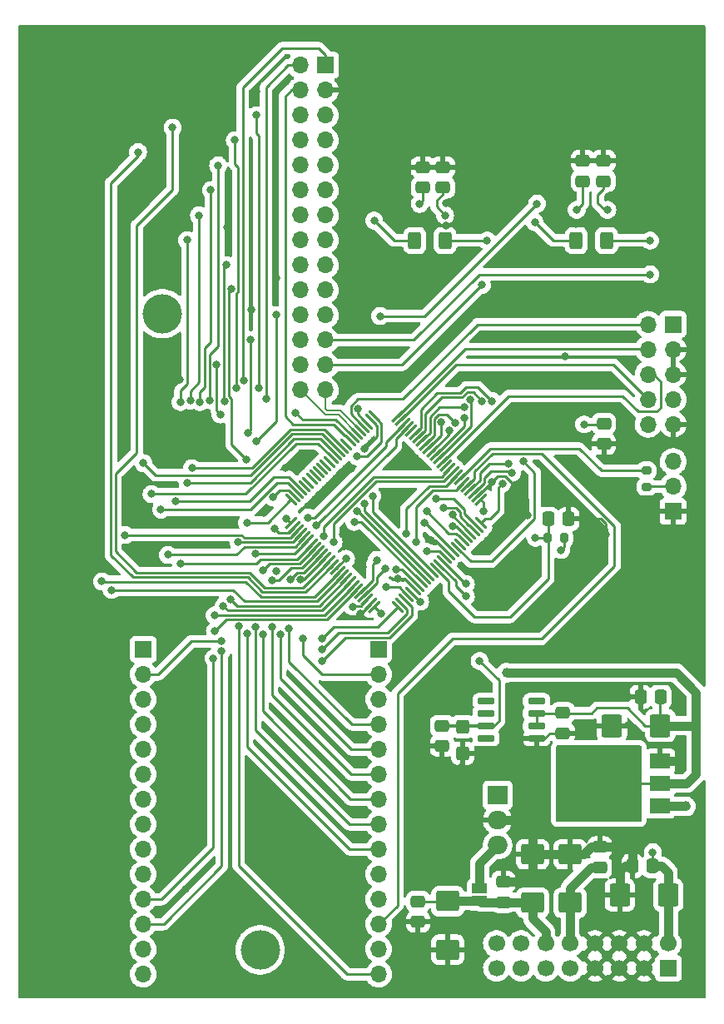
<source format=gbr>
%TF.GenerationSoftware,KiCad,Pcbnew,(6.0.6)*%
%TF.CreationDate,2022-11-26T14:51:24+01:00*%
%TF.ProjectId,wt,77742e6b-6963-4616-945f-706362585858,rev?*%
%TF.SameCoordinates,Original*%
%TF.FileFunction,Copper,L4,Bot*%
%TF.FilePolarity,Positive*%
%FSLAX46Y46*%
G04 Gerber Fmt 4.6, Leading zero omitted, Abs format (unit mm)*
G04 Created by KiCad (PCBNEW (6.0.6)) date 2022-11-26 14:51:24*
%MOMM*%
%LPD*%
G01*
G04 APERTURE LIST*
G04 Aperture macros list*
%AMRoundRect*
0 Rectangle with rounded corners*
0 $1 Rounding radius*
0 $2 $3 $4 $5 $6 $7 $8 $9 X,Y pos of 4 corners*
0 Add a 4 corners polygon primitive as box body*
4,1,4,$2,$3,$4,$5,$6,$7,$8,$9,$2,$3,0*
0 Add four circle primitives for the rounded corners*
1,1,$1+$1,$2,$3*
1,1,$1+$1,$4,$5*
1,1,$1+$1,$6,$7*
1,1,$1+$1,$8,$9*
0 Add four rect primitives between the rounded corners*
20,1,$1+$1,$2,$3,$4,$5,0*
20,1,$1+$1,$4,$5,$6,$7,0*
20,1,$1+$1,$6,$7,$8,$9,0*
20,1,$1+$1,$8,$9,$2,$3,0*%
G04 Aperture macros list end*
%TA.AperFunction,WasherPad*%
%ADD10C,4.000000*%
%TD*%
%TA.AperFunction,ComponentPad*%
%ADD11R,1.700000X1.700000*%
%TD*%
%TA.AperFunction,ComponentPad*%
%ADD12O,1.700000X1.700000*%
%TD*%
%TA.AperFunction,SMDPad,CuDef*%
%ADD13RoundRect,0.250000X0.475000X-0.337500X0.475000X0.337500X-0.475000X0.337500X-0.475000X-0.337500X0*%
%TD*%
%TA.AperFunction,SMDPad,CuDef*%
%ADD14RoundRect,0.200000X0.200000X0.275000X-0.200000X0.275000X-0.200000X-0.275000X0.200000X-0.275000X0*%
%TD*%
%TA.AperFunction,SMDPad,CuDef*%
%ADD15RoundRect,0.250000X-0.787500X-0.925000X0.787500X-0.925000X0.787500X0.925000X-0.787500X0.925000X0*%
%TD*%
%TA.AperFunction,SMDPad,CuDef*%
%ADD16RoundRect,0.250000X-0.337500X-0.475000X0.337500X-0.475000X0.337500X0.475000X-0.337500X0.475000X0*%
%TD*%
%TA.AperFunction,SMDPad,CuDef*%
%ADD17RoundRect,0.250000X-0.475000X0.337500X-0.475000X-0.337500X0.475000X-0.337500X0.475000X0.337500X0*%
%TD*%
%TA.AperFunction,SMDPad,CuDef*%
%ADD18RoundRect,0.250000X-0.400000X-0.625000X0.400000X-0.625000X0.400000X0.625000X-0.400000X0.625000X0*%
%TD*%
%TA.AperFunction,SMDPad,CuDef*%
%ADD19RoundRect,0.075000X0.565685X-0.459619X-0.459619X0.565685X-0.565685X0.459619X0.459619X-0.565685X0*%
%TD*%
%TA.AperFunction,SMDPad,CuDef*%
%ADD20RoundRect,0.075000X0.565685X0.459619X0.459619X0.565685X-0.565685X-0.459619X-0.459619X-0.565685X0*%
%TD*%
%TA.AperFunction,SMDPad,CuDef*%
%ADD21RoundRect,0.250000X0.337500X0.475000X-0.337500X0.475000X-0.337500X-0.475000X0.337500X-0.475000X0*%
%TD*%
%TA.AperFunction,SMDPad,CuDef*%
%ADD22RoundRect,0.250000X0.925000X-0.787500X0.925000X0.787500X-0.925000X0.787500X-0.925000X-0.787500X0*%
%TD*%
%TA.AperFunction,SMDPad,CuDef*%
%ADD23RoundRect,0.150000X0.725000X0.150000X-0.725000X0.150000X-0.725000X-0.150000X0.725000X-0.150000X0*%
%TD*%
%TA.AperFunction,ComponentPad*%
%ADD24R,2.000000X1.905000*%
%TD*%
%TA.AperFunction,ComponentPad*%
%ADD25O,2.000000X1.905000*%
%TD*%
%TA.AperFunction,ComponentPad*%
%ADD26C,1.700000*%
%TD*%
%TA.AperFunction,SMDPad,CuDef*%
%ADD27RoundRect,0.250000X-0.925000X0.787500X-0.925000X-0.787500X0.925000X-0.787500X0.925000X0.787500X0*%
%TD*%
%TA.AperFunction,SMDPad,CuDef*%
%ADD28RoundRect,0.200000X0.275000X-0.200000X0.275000X0.200000X-0.275000X0.200000X-0.275000X-0.200000X0*%
%TD*%
%TA.AperFunction,SMDPad,CuDef*%
%ADD29RoundRect,0.250000X-0.425000X0.450000X-0.425000X-0.450000X0.425000X-0.450000X0.425000X0.450000X0*%
%TD*%
%TA.AperFunction,SMDPad,CuDef*%
%ADD30R,2.000000X1.500000*%
%TD*%
%TA.AperFunction,SMDPad,CuDef*%
%ADD31R,2.000000X3.800000*%
%TD*%
%TA.AperFunction,SMDPad,CuDef*%
%ADD32RoundRect,0.250000X0.787500X0.925000X-0.787500X0.925000X-0.787500X-0.925000X0.787500X-0.925000X0*%
%TD*%
%TA.AperFunction,SMDPad,CuDef*%
%ADD33R,1.500000X1.000000*%
%TD*%
%TA.AperFunction,ViaPad*%
%ADD34C,0.800000*%
%TD*%
%TA.AperFunction,ViaPad*%
%ADD35C,1.000000*%
%TD*%
%TA.AperFunction,Conductor*%
%ADD36C,0.250000*%
%TD*%
%TA.AperFunction,Conductor*%
%ADD37C,0.900000*%
%TD*%
%TA.AperFunction,Conductor*%
%ADD38C,0.200000*%
%TD*%
G04 APERTURE END LIST*
D10*
%TO.P,REF\u002A\u002A,*%
%TO.N,*%
X15134713Y75136886D03*
%TD*%
D11*
%TO.P,BackBoard_2,1,Pin_1*%
%TO.N,B_BTN0*%
X13207600Y41000000D03*
D12*
%TO.P,BackBoard_2,2,Pin_2*%
%TO.N,B_BTN2*%
X13207600Y38460000D03*
%TO.P,BackBoard_2,3,Pin_3*%
%TO.N,B_BTN4*%
X13207600Y35920000D03*
%TO.P,BackBoard_2,4,Pin_4*%
%TO.N,B_LED16*%
X13207600Y33380000D03*
%TO.P,BackBoard_2,5,Pin_5*%
%TO.N,B_LED15*%
X13207600Y30840000D03*
%TO.P,BackBoard_2,6,Pin_6*%
%TO.N,B_LED17*%
X13207600Y28300000D03*
%TO.P,BackBoard_2,7,Pin_7*%
%TO.N,B_LED13*%
X13207600Y25760000D03*
%TO.P,BackBoard_2,8,Pin_8*%
%TO.N,B_AIN8-LED*%
X13207600Y23220000D03*
%TO.P,BackBoard_2,9,Pin_9*%
%TO.N,B_AIN0-LED*%
X13207600Y20680000D03*
%TO.P,BackBoard_2,10,Pin_10*%
%TO.N,B_AIN1-LED*%
X13207600Y18140000D03*
%TO.P,BackBoard_2,11,Pin_11*%
%TO.N,B_AIN3-LED*%
X13207600Y15600000D03*
%TO.P,BackBoard_2,12,Pin_12*%
%TO.N,B_AIN2-LED*%
X13207600Y13060000D03*
%TO.P,BackBoard_2,13,Pin_13*%
%TO.N,B_AIN11-LED*%
X13207600Y10520000D03*
%TO.P,BackBoard_2,14,Pin_14*%
%TO.N,+3V3*%
X13207600Y7980000D03*
%TD*%
D11*
%TO.P,BackBoard_1,1,Pin_1*%
%TO.N,B_AIN10*%
X31750000Y100402600D03*
D12*
%TO.P,BackBoard_1,2,Pin_2*%
%TO.N,B_AIN8*%
X29210000Y100402600D03*
%TO.P,BackBoard_1,3,Pin_3*%
%TO.N,GND*%
X31750000Y97862600D03*
%TO.P,BackBoard_1,4,Pin_4*%
%TO.N,B_PA9*%
X29210000Y97862600D03*
%TO.P,BackBoard_1,5,Pin_5*%
%TO.N,B_LED8*%
X31750000Y95322600D03*
%TO.P,BackBoard_1,6,Pin_6*%
%TO.N,B_AIN9*%
X29210000Y95322600D03*
%TO.P,BackBoard_1,7,Pin_7*%
%TO.N,B_LED7*%
X31750000Y92782600D03*
%TO.P,BackBoard_1,8,Pin_8*%
%TO.N,B_AIN11*%
X29210000Y92782600D03*
%TO.P,BackBoard_1,9,Pin_9*%
%TO.N,B_LED6*%
X31750000Y90242600D03*
%TO.P,BackBoard_1,10,Pin_10*%
%TO.N,B_AIN0*%
X29210000Y90242600D03*
%TO.P,BackBoard_1,11,Pin_11*%
%TO.N,B_LED5*%
X31750000Y87702600D03*
%TO.P,BackBoard_1,12,Pin_12*%
%TO.N,B_AIN1*%
X29210000Y87702600D03*
%TO.P,BackBoard_1,13,Pin_13*%
%TO.N,B_LED4*%
X31750000Y85162600D03*
%TO.P,BackBoard_1,14,Pin_14*%
%TO.N,B_AIN2*%
X29210000Y85162600D03*
%TO.P,BackBoard_1,15,Pin_15*%
%TO.N,B_LED3*%
X31750000Y82622600D03*
%TO.P,BackBoard_1,16,Pin_16*%
%TO.N,B_AIN3*%
X29210000Y82622600D03*
%TO.P,BackBoard_1,17,Pin_17*%
%TO.N,B_LED2*%
X31750000Y80082600D03*
%TO.P,BackBoard_1,18,Pin_18*%
%TO.N,B_AIN10-LED*%
X29210000Y80082600D03*
%TO.P,BackBoard_1,19,Pin_19*%
%TO.N,B_LED1*%
X31750000Y77542600D03*
%TO.P,BackBoard_1,20,Pin_20*%
%TO.N,B_AIN4*%
X29210000Y77542600D03*
%TO.P,BackBoard_1,21,Pin_21*%
%TO.N,B_LED0*%
X31750000Y75002600D03*
%TO.P,BackBoard_1,22,Pin_22*%
%TO.N,B_AIN5*%
X29210000Y75002600D03*
%TO.P,BackBoard_1,23,Pin_23*%
%TO.N,B_OutB*%
X31750000Y72462600D03*
%TO.P,BackBoard_1,24,Pin_24*%
%TO.N,B_AIN6*%
X29210000Y72462600D03*
%TO.P,BackBoard_1,25,Pin_25*%
%TO.N,B_OutA*%
X31750000Y69922600D03*
%TO.P,BackBoard_1,26,Pin_26*%
%TO.N,B_AIN7*%
X29210000Y69922600D03*
%TO.P,BackBoard_1,27,Pin_27*%
%TO.N,B_USB_D+*%
X31750000Y67382600D03*
%TO.P,BackBoard_1,28,Pin_28*%
%TO.N,B_USB_D-*%
X29210000Y67382600D03*
%TD*%
D10*
%TO.P,REF\u002A\u002A,*%
%TO.N,*%
X25095200Y10429200D03*
%TD*%
D11*
%TO.P,BackBoard_3,1,Pin_1*%
%TO.N,B_BTN1*%
X37159800Y41000000D03*
D12*
%TO.P,BackBoard_3,2,Pin_2*%
%TO.N,B_BTN3*%
X37159800Y38460000D03*
%TO.P,BackBoard_3,3,Pin_3*%
%TO.N,B_BTN5*%
X37159800Y35920000D03*
%TO.P,BackBoard_3,4,Pin_4*%
%TO.N,B_LED9*%
X37159800Y33380000D03*
%TO.P,BackBoard_3,5,Pin_5*%
%TO.N,B_LED10*%
X37159800Y30840000D03*
%TO.P,BackBoard_3,6,Pin_6*%
%TO.N,B_LED11*%
X37159800Y28300000D03*
%TO.P,BackBoard_3,7,Pin_7*%
%TO.N,B_LED12*%
X37159800Y25760000D03*
%TO.P,BackBoard_3,8,Pin_8*%
%TO.N,B_LED14*%
X37159800Y23220000D03*
%TO.P,BackBoard_3,9,Pin_9*%
%TO.N,B_AIN9-LED*%
X37159800Y20680000D03*
%TO.P,BackBoard_3,10,Pin_10*%
%TO.N,B_AIN4-LED*%
X37159800Y18140000D03*
%TO.P,BackBoard_3,11,Pin_11*%
%TO.N,B_AIN5-LED*%
X37159800Y15600000D03*
%TO.P,BackBoard_3,12,Pin_12*%
%TO.N,B_AIN6-LED*%
X37159800Y13060000D03*
%TO.P,BackBoard_3,13,Pin_13*%
%TO.N,+12V*%
X37159800Y10520000D03*
%TO.P,BackBoard_3,14,Pin_14*%
%TO.N,B_AIN7-LED*%
X37159800Y7980000D03*
%TD*%
D13*
%TO.P,C27,1*%
%TO.N,+12V*%
X43713400Y87964100D03*
%TO.P,C27,2*%
%TO.N,GND*%
X43713400Y90039100D03*
%TD*%
D14*
%TO.P,R3,1*%
%TO.N,+3V3*%
X56019200Y52349400D03*
%TO.P,R3,2*%
%TO.N,RST*%
X54369200Y52349400D03*
%TD*%
D13*
%TO.P,C40,1*%
%TO.N,+12V*%
X59664600Y18825300D03*
%TO.P,C40,2*%
%TO.N,GND*%
X59664600Y20900300D03*
%TD*%
D15*
%TO.P,C25,1*%
%TO.N,GND*%
X61697900Y16002000D03*
%TO.P,C25,2*%
%TO.N,-12V*%
X66622900Y16002000D03*
%TD*%
D13*
%TO.P,C26,1*%
%TO.N,+12V*%
X60045600Y88624500D03*
%TO.P,C26,2*%
%TO.N,GND*%
X60045600Y90699500D03*
%TD*%
D16*
%TO.P,C3,1*%
%TO.N,RST*%
X54410700Y54254400D03*
%TO.P,C3,2*%
%TO.N,GND*%
X56485700Y54254400D03*
%TD*%
D17*
%TO.P,C16,1*%
%TO.N,+3V3*%
X55880000Y34565500D03*
%TO.P,C16,2*%
%TO.N,GND*%
X55880000Y32490500D03*
%TD*%
D18*
%TO.P,R10,1*%
%TO.N,Net-(C17-Pad2)*%
X57251000Y82575400D03*
%TO.P,R10,2*%
%TO.N,Net-(R10-Pad2)*%
X60351000Y82575400D03*
%TD*%
D19*
%TO.P,U4,1,PE2*%
%TO.N,B_LED2*%
X47566485Y53831996D03*
%TO.P,U4,2,PE3*%
%TO.N,B_LED3*%
X47212932Y53478443D03*
%TO.P,U4,3,PE4*%
%TO.N,B_LED4*%
X46859378Y53124889D03*
%TO.P,U4,4,PE5*%
%TO.N,B_LED5*%
X46505825Y52771336D03*
%TO.P,U4,5,PE6*%
%TO.N,B_LED6*%
X46152272Y52417783D03*
%TO.P,U4,6,VBAT*%
%TO.N,+3V3*%
X45798718Y52064229D03*
%TO.P,U4,7,PC13*%
%TO.N,unconnected-(U4-Pad7)*%
X45445165Y51710676D03*
%TO.P,U4,8,PC14*%
%TO.N,/DCA/CS*%
X45091611Y51357122D03*
%TO.P,U4,9,PC15*%
%TO.N,/DCA/DACA{slash}B*%
X44738058Y51003569D03*
%TO.P,U4,10,VSS*%
%TO.N,GND*%
X44384505Y50650016D03*
%TO.P,U4,11,VDD*%
%TO.N,+3V3*%
X44030951Y50296462D03*
%TO.P,U4,12,PH0*%
%TO.N,Net-(C1-Pad1)*%
X43677398Y49942909D03*
%TO.P,U4,13,PH1*%
%TO.N,Net-(R2-Pad2)*%
X43323845Y49589355D03*
%TO.P,U4,14,NRST*%
%TO.N,RST*%
X42970291Y49235802D03*
%TO.P,U4,15,PC0*%
%TO.N,B_AIN8*%
X42616738Y48882249D03*
%TO.P,U4,16,PC1*%
%TO.N,B_AIN9*%
X42263184Y48528695D03*
%TO.P,U4,17,PC2*%
%TO.N,B_AIN10*%
X41909631Y48175142D03*
%TO.P,U4,18,PC3*%
%TO.N,B_AIN11*%
X41556078Y47821589D03*
%TO.P,U4,19,VDD*%
%TO.N,+3V3*%
X41202524Y47468035D03*
%TO.P,U4,20,VSSA*%
%TO.N,GND*%
X40848971Y47114482D03*
%TO.P,U4,21,VREF+*%
%TO.N,1V25*%
X40495417Y46760928D03*
%TO.P,U4,22,VDDA*%
%TO.N,+3V3*%
X40141864Y46407375D03*
%TO.P,U4,23,PA0*%
%TO.N,B_AIN0*%
X39788311Y46053822D03*
%TO.P,U4,24,PA1*%
%TO.N,B_AIN1*%
X39434757Y45700268D03*
%TO.P,U4,25,PA2*%
%TO.N,B_AIN2*%
X39081204Y45346715D03*
D20*
%TO.P,U4,26,PA3*%
%TO.N,B_AIN3*%
X36712396Y45346715D03*
%TO.P,U4,27,VSS*%
%TO.N,GND*%
X36358843Y45700268D03*
%TO.P,U4,28,VDD*%
%TO.N,+3V3*%
X36005289Y46053822D03*
%TO.P,U4,29,PA4*%
%TO.N,/DCA/InA*%
X35651736Y46407375D03*
%TO.P,U4,30,PA5*%
%TO.N,/DCA/InB*%
X35298183Y46760928D03*
%TO.P,U4,31,PA6*%
%TO.N,B_AIN7*%
X34944629Y47114482D03*
%TO.P,U4,32,PA7*%
%TO.N,B_AIN6*%
X34591076Y47468035D03*
%TO.P,U4,33,PC4*%
%TO.N,B_AIN5*%
X34237522Y47821589D03*
%TO.P,U4,34,PC5*%
%TO.N,B_AIN4*%
X33883969Y48175142D03*
%TO.P,U4,35,PB0*%
%TO.N,B_AIN0-LED*%
X33530416Y48528695D03*
%TO.P,U4,36,PB1*%
%TO.N,B_AIN1-LED*%
X33176862Y48882249D03*
%TO.P,U4,37,PB2*%
%TO.N,Net-(R4-Pad1)*%
X32823309Y49235802D03*
%TO.P,U4,38,PE7*%
%TO.N,B_LED7*%
X32469755Y49589355D03*
%TO.P,U4,39,PE8*%
%TO.N,B_LED8*%
X32116202Y49942909D03*
%TO.P,U4,40,PE9*%
%TO.N,B_LED9*%
X31762649Y50296462D03*
%TO.P,U4,41,PE10*%
%TO.N,B_LED10*%
X31409095Y50650016D03*
%TO.P,U4,42,PE11*%
%TO.N,B_LED11*%
X31055542Y51003569D03*
%TO.P,U4,43,PE12*%
%TO.N,B_LED12*%
X30701989Y51357122D03*
%TO.P,U4,44,PE13*%
%TO.N,B_LED13*%
X30348435Y51710676D03*
%TO.P,U4,45,PE14*%
%TO.N,B_LED14*%
X29994882Y52064229D03*
%TO.P,U4,46,PE15*%
%TO.N,B_LED15*%
X29641328Y52417783D03*
%TO.P,U4,47,PB10*%
%TO.N,B_AIN7-LED*%
X29287775Y52771336D03*
%TO.P,U4,48,PB11*%
%TO.N,B_AIN8-LED*%
X28934222Y53124889D03*
%TO.P,U4,49,VCAP_1*%
%TO.N,Net-(C4-Pad1)*%
X28580668Y53478443D03*
%TO.P,U4,50,VDD*%
%TO.N,+3V3*%
X28227115Y53831996D03*
D19*
%TO.P,U4,51,PB12*%
%TO.N,B_AIN9-LED*%
X28227115Y56200804D03*
%TO.P,U4,52,PB13*%
%TO.N,B_AIN10-LED*%
X28580668Y56554357D03*
%TO.P,U4,53,PB14*%
%TO.N,B_LED16*%
X28934222Y56907911D03*
%TO.P,U4,54,PB15*%
%TO.N,B_LED17*%
X29287775Y57261464D03*
%TO.P,U4,55,PD8*%
%TO.N,unconnected-(U4-Pad55)*%
X29641328Y57615017D03*
%TO.P,U4,56,PD9*%
%TO.N,unconnected-(U4-Pad56)*%
X29994882Y57968571D03*
%TO.P,U4,57,PD10*%
%TO.N,unconnected-(U4-Pad57)*%
X30348435Y58322124D03*
%TO.P,U4,58,PD11*%
%TO.N,unconnected-(U4-Pad58)*%
X30701989Y58675678D03*
%TO.P,U4,59,PD12*%
%TO.N,unconnected-(U4-Pad59)*%
X31055542Y59029231D03*
%TO.P,U4,60,PD13*%
%TO.N,unconnected-(U4-Pad60)*%
X31409095Y59382784D03*
%TO.P,U4,61,PD14*%
%TO.N,unconnected-(U4-Pad61)*%
X31762649Y59736338D03*
%TO.P,U4,62,PD15*%
%TO.N,unconnected-(U4-Pad62)*%
X32116202Y60089891D03*
%TO.P,U4,63,PC6*%
%TO.N,B_BTN4*%
X32469755Y60443445D03*
%TO.P,U4,64,PC7*%
%TO.N,B_BTN5*%
X32823309Y60796998D03*
%TO.P,U4,65,PC8*%
%TO.N,B_BTN0*%
X33176862Y61150551D03*
%TO.P,U4,66,PC9*%
%TO.N,B_BTN1*%
X33530416Y61504105D03*
%TO.P,U4,67,PA8*%
%TO.N,unconnected-(U4-Pad67)*%
X33883969Y61857658D03*
%TO.P,U4,68,PA9*%
%TO.N,B_PA9*%
X34237522Y62211211D03*
%TO.P,U4,69,PA10*%
%TO.N,B_AIN11-LED*%
X34591076Y62564765D03*
%TO.P,U4,70,PA11*%
%TO.N,B_USB_D-*%
X34944629Y62918318D03*
%TO.P,U4,71,PA12*%
%TO.N,B_USB_D+*%
X35298183Y63271872D03*
%TO.P,U4,72,PA13*%
%TO.N,SWDIO*%
X35651736Y63625425D03*
%TO.P,U4,73,VCAP_2*%
%TO.N,Net-(C5-Pad1)*%
X36005289Y63978978D03*
%TO.P,U4,74,VSS*%
%TO.N,GND*%
X36358843Y64332532D03*
%TO.P,U4,75,VDD*%
%TO.N,+3V3*%
X36712396Y64686085D03*
D20*
%TO.P,U4,76,PA14*%
%TO.N,SWDCLK*%
X39081204Y64686085D03*
%TO.P,U4,77,PA15*%
%TO.N,JTDI*%
X39434757Y64332532D03*
%TO.P,U4,78,PC10*%
%TO.N,B_BTN2*%
X39788311Y63978978D03*
%TO.P,U4,79,PC11*%
%TO.N,B_BTN3*%
X40141864Y63625425D03*
%TO.P,U4,80,PC12*%
%TO.N,unconnected-(U4-Pad80)*%
X40495417Y63271872D03*
%TO.P,U4,81,PD0*%
%TO.N,/D0*%
X40848971Y62918318D03*
%TO.P,U4,82,PD1*%
%TO.N,/D1*%
X41202524Y62564765D03*
%TO.P,U4,83,PD2*%
%TO.N,/D2*%
X41556078Y62211211D03*
%TO.P,U4,84,PD3*%
%TO.N,/D3*%
X41909631Y61857658D03*
%TO.P,U4,85,PD4*%
%TO.N,/D4*%
X42263184Y61504105D03*
%TO.P,U4,86,PD5*%
%TO.N,/D5*%
X42616738Y61150551D03*
%TO.P,U4,87,PD6*%
%TO.N,/D6*%
X42970291Y60796998D03*
%TO.P,U4,88,PD7*%
%TO.N,/D7*%
X43323845Y60443445D03*
%TO.P,U4,89,PB3*%
%TO.N,TRACESWO*%
X43677398Y60089891D03*
%TO.P,U4,90,PB4*%
%TO.N,NJTRST*%
X44030951Y59736338D03*
%TO.P,U4,91,PB5*%
%TO.N,B_AIN2-LED*%
X44384505Y59382784D03*
%TO.P,U4,92,PB6*%
%TO.N,B_AIN3-LED*%
X44738058Y59029231D03*
%TO.P,U4,93,PB7*%
%TO.N,B_AIN4-LED*%
X45091611Y58675678D03*
%TO.P,U4,94,BOOT0*%
%TO.N,Net-(R1-Pad2)*%
X45445165Y58322124D03*
%TO.P,U4,95,PB8*%
%TO.N,B_AIN5-LED*%
X45798718Y57968571D03*
%TO.P,U4,96,PB9*%
%TO.N,B_AIN6-LED*%
X46152272Y57615017D03*
%TO.P,U4,97,PE0*%
%TO.N,B_LED0*%
X46505825Y57261464D03*
%TO.P,U4,98,PE1*%
%TO.N,B_LED1*%
X46859378Y56907911D03*
%TO.P,U4,99,VSS*%
%TO.N,GND*%
X47212932Y56554357D03*
%TO.P,U4,100,VDD*%
%TO.N,+3V3*%
X47566485Y56200804D03*
%TD*%
D17*
%TO.P,C32,1*%
%TO.N,+5V*%
X60071000Y63953300D03*
%TO.P,C32,2*%
%TO.N,GND*%
X60071000Y61878300D03*
%TD*%
D11*
%TO.P,J2,1,VTref*%
%TO.N,+3V3*%
X67111800Y74061400D03*
D12*
%TO.P,J2,2,SWDIO/TMS*%
%TO.N,SWDIO*%
X64571800Y74061400D03*
%TO.P,J2,3,GND*%
%TO.N,GND*%
X67111800Y71521400D03*
%TO.P,J2,4,SWDCLK/TCK*%
%TO.N,SWDCLK*%
X64571800Y71521400D03*
%TO.P,J2,5,GND*%
%TO.N,GND*%
X67111800Y68981400D03*
%TO.P,J2,6,SWO/TDO*%
%TO.N,TRACESWO*%
X64571800Y68981400D03*
%TO.P,J2,7,KEY*%
%TO.N,unconnected-(J2-Pad7)*%
X67111800Y66441400D03*
%TO.P,J2,8,NC/TDI*%
%TO.N,JTDI*%
X64571800Y66441400D03*
%TO.P,J2,9,GNDDetect*%
%TO.N,GND*%
X67111800Y63901400D03*
%TO.P,J2,10,~{RESET}*%
%TO.N,RST*%
X64571800Y63901400D03*
%TD*%
D11*
%TO.P,JP1,1,A*%
%TO.N,GND*%
X67106800Y55031399D03*
D12*
%TO.P,JP1,2,C*%
%TO.N,Net-(JP1-Pad2)*%
X67106800Y57571399D03*
%TO.P,JP1,3,B*%
%TO.N,+3V3*%
X67106800Y60111399D03*
%TD*%
D21*
%TO.P,C30,1*%
%TO.N,+3V3*%
X65858300Y36169600D03*
%TO.P,C30,2*%
%TO.N,GND*%
X63783300Y36169600D03*
%TD*%
D22*
%TO.P,C24,1*%
%TO.N,+12V*%
X56642000Y15241300D03*
%TO.P,C24,2*%
%TO.N,GND*%
X56642000Y20166300D03*
%TD*%
D16*
%TO.P,C41,1*%
%TO.N,GND*%
X62970500Y18973800D03*
%TO.P,C41,2*%
%TO.N,-12V*%
X65045500Y18973800D03*
%TD*%
D23*
%TO.P,U17,1,TP*%
%TO.N,unconnected-(U17-Pad1)*%
X53222600Y35763200D03*
%TO.P,U17,2,Vin*%
%TO.N,+3V3*%
X53222600Y34493200D03*
%TO.P,U17,3,~{Sleep}*%
X53222600Y33223200D03*
%TO.P,U17,4,GND*%
%TO.N,GND*%
X53222600Y31953200D03*
%TO.P,U17,5,TP*%
%TO.N,unconnected-(U17-Pad5)*%
X48072600Y31953200D03*
%TO.P,U17,6,Vout*%
%TO.N,1V25*%
X48072600Y33223200D03*
%TO.P,U17,7,NC*%
%TO.N,unconnected-(U17-Pad7)*%
X48072600Y34493200D03*
%TO.P,U17,8,NC*%
%TO.N,unconnected-(U17-Pad8)*%
X48072600Y35763200D03*
%TD*%
D22*
%TO.P,C42,1*%
%TO.N,+5V*%
X52806600Y15241300D03*
%TO.P,C42,2*%
%TO.N,GND*%
X52806600Y20166300D03*
%TD*%
D18*
%TO.P,R9,1*%
%TO.N,Net-(C23-Pad2)*%
X40817200Y82575400D03*
%TO.P,R9,2*%
%TO.N,Net-(R11-Pad1)*%
X43917200Y82575400D03*
%TD*%
D24*
%TO.P,U18,1,VI*%
%TO.N,+12V*%
X49255800Y26187400D03*
D25*
%TO.P,U18,2,GND*%
%TO.N,GND*%
X49255800Y23647400D03*
%TO.P,U18,3,VO*%
%TO.N,Net-(JP2-Pad1)*%
X49255800Y21107400D03*
%TD*%
D17*
%TO.P,C19,1*%
%TO.N,1V25*%
X43597600Y33244700D03*
%TO.P,C19,2*%
%TO.N,GND*%
X43597600Y31169700D03*
%TD*%
D11*
%TO.P,U16,1,-12V*%
%TO.N,-12V*%
X66640600Y8579800D03*
D26*
%TO.P,U16,2,-12V*%
X66640600Y11079800D03*
%TO.P,U16,3,GND*%
%TO.N,GND*%
X64140600Y8579800D03*
%TO.P,U16,4,GND*%
X64140600Y11079800D03*
%TO.P,U16,5,GND*%
X61640600Y8579800D03*
%TO.P,U16,6,GND*%
X61640600Y11079800D03*
%TO.P,U16,7,GND*%
X59140600Y8579800D03*
%TO.P,U16,8,GND*%
X59140600Y11079800D03*
%TO.P,U16,9,+12V*%
%TO.N,+12V*%
X56640600Y8579800D03*
%TO.P,U16,10,+12V*%
X56640600Y11079800D03*
%TO.P,U16,11,+5V*%
%TO.N,+5V*%
X54140600Y8579800D03*
%TO.P,U16,12,+5V*%
X54140600Y11079800D03*
%TO.P,U16,13,CV*%
%TO.N,unconnected-(U16-Pad13)*%
X51640600Y8579800D03*
%TO.P,U16,14,CV*%
X51640600Y11079800D03*
%TO.P,U16,15,GATE*%
%TO.N,unconnected-(U16-Pad15)*%
X49140600Y8579800D03*
%TO.P,U16,16,GATE*%
X49140600Y11079800D03*
%TD*%
D17*
%TO.P,C20,1*%
%TO.N,GND*%
X57937400Y90699500D03*
%TO.P,C20,2*%
%TO.N,-12V*%
X57937400Y88624500D03*
%TD*%
D27*
%TO.P,C21,1*%
%TO.N,+5V*%
X44196000Y15391100D03*
%TO.P,C21,2*%
%TO.N,GND*%
X44196000Y10466100D03*
%TD*%
D28*
%TO.P,R1,1*%
%TO.N,Net-(JP1-Pad2)*%
X64414400Y57544200D03*
%TO.P,R1,2*%
%TO.N,Net-(R1-Pad2)*%
X64414400Y59194200D03*
%TD*%
D29*
%TO.P,C18,1*%
%TO.N,1V25*%
X45717600Y33137200D03*
%TO.P,C18,2*%
%TO.N,GND*%
X45717600Y30437200D03*
%TD*%
D30*
%TO.P,U19,1,ADJ*%
%TO.N,GND*%
X65811800Y29655800D03*
%TO.P,U19,2,OUT*%
%TO.N,+3V3*%
X65811800Y27355800D03*
%TO.P,U19,3,IN*%
%TO.N,+5V*%
X65811800Y25055800D03*
D31*
%TO.P,U19,4,OUT*%
%TO.N,+3V3*%
X59511800Y27355800D03*
%TD*%
D32*
%TO.P,C22,1*%
%TO.N,+3V3*%
X65810100Y33248600D03*
%TO.P,C22,2*%
%TO.N,GND*%
X60885100Y33248600D03*
%TD*%
D13*
%TO.P,C29,1*%
%TO.N,+5V*%
X49834800Y15294700D03*
%TO.P,C29,2*%
%TO.N,GND*%
X49834800Y17369700D03*
%TD*%
D17*
%TO.P,C28,1*%
%TO.N,GND*%
X41656000Y90039100D03*
%TO.P,C28,2*%
%TO.N,-12V*%
X41656000Y87964100D03*
%TD*%
D33*
%TO.P,JP2,1,A*%
%TO.N,Net-(JP2-Pad1)*%
X47421800Y16728200D03*
%TO.P,JP2,2,B*%
%TO.N,+5V*%
X47421800Y15428200D03*
%TD*%
D17*
%TO.P,C31,1*%
%TO.N,+5V*%
X41173400Y15363100D03*
%TO.P,C31,2*%
%TO.N,GND*%
X41173400Y13288100D03*
%TD*%
D34*
%TO.N,+3V3*%
X55880000Y29210000D03*
X42037000Y55016400D03*
X62230000Y30480000D03*
X55880000Y25400000D03*
X60960000Y30480000D03*
X57150000Y26670000D03*
X27736800Y54305200D03*
X58420000Y30480000D03*
X37922200Y47320200D03*
X47828200Y55067200D03*
X60960000Y24130000D03*
X57150000Y27940000D03*
X62230000Y29210000D03*
X34975800Y60629800D03*
X34532703Y45341665D03*
X63500000Y26670000D03*
X62230000Y26670000D03*
X63500000Y24130000D03*
X59690000Y30480000D03*
X57150000Y29210000D03*
X57150000Y25400000D03*
X59690000Y24130000D03*
X63500000Y27940000D03*
X63500000Y25400000D03*
X63500000Y30480000D03*
X62230000Y24130000D03*
X63500000Y29210000D03*
X55880000Y30480000D03*
X55880000Y26670000D03*
X38963600Y49149000D03*
X62230000Y25400000D03*
X55880000Y27940000D03*
X55880000Y24130000D03*
X57150000Y30480000D03*
D35*
X50190400Y38633400D03*
D34*
X58420000Y24130000D03*
X55727600Y51104800D03*
X62230000Y27940000D03*
X42037000Y50952400D03*
X57150000Y24130000D03*
%TO.N,GND*%
X60528200Y87020400D03*
X43992800Y86385400D03*
X39928800Y59690000D03*
X12344400Y50546000D03*
X27127200Y21742400D03*
X57378600Y32486600D03*
X6502400Y74117200D03*
X11176000Y22453600D03*
X44196000Y8509000D03*
X26924000Y18643600D03*
X43637200Y72212200D03*
X35682356Y61396444D03*
X38862000Y55524400D03*
X2540000Y7264400D03*
X56591200Y72694800D03*
X47472600Y75641200D03*
X56083200Y70764400D03*
X35001200Y29464000D03*
X52298600Y54610000D03*
X7721600Y71374000D03*
X57251600Y84251800D03*
X24180800Y75539600D03*
X27686000Y59486800D03*
X43992800Y84074000D03*
X35052000Y71170800D03*
X25450800Y54914800D03*
X34340800Y59334400D03*
X35204400Y74320400D03*
X56591200Y75895200D03*
X11785600Y56235600D03*
X17475200Y16611600D03*
X42748200Y38455600D03*
X34899600Y27127200D03*
X44170600Y28727400D03*
X10160000Y15544800D03*
X48717200Y97383600D03*
X36728400Y78994000D03*
X26771600Y48971200D03*
X62534800Y33274000D03*
X24688800Y97688400D03*
X46736000Y99771200D03*
X26771600Y78790800D03*
X19151600Y31292800D03*
X10668000Y20167600D03*
X34645600Y22047200D03*
X62534800Y36169600D03*
X58089800Y62585600D03*
X41808400Y76758800D03*
X41351200Y84861400D03*
X63804800Y47294800D03*
X48666400Y58013600D03*
X16916400Y68427600D03*
X42522155Y52109647D03*
X52070000Y50901600D03*
X34899600Y24536400D03*
X15748000Y61112400D03*
X35534600Y49403000D03*
X60477400Y84328000D03*
X45008800Y97332800D03*
X65582800Y47294800D03*
X21742400Y83921600D03*
X64770000Y45669200D03*
X5791200Y7213600D03*
X34747200Y32105600D03*
X34188400Y37236400D03*
X4978400Y71526400D03*
X40081200Y73710800D03*
X48768000Y68580000D03*
X60299600Y52705000D03*
X4165600Y9702800D03*
X36880800Y88392000D03*
X35356800Y68046600D03*
X54102000Y75742800D03*
X35280600Y44678600D03*
X56235600Y65176400D03*
X30276800Y18338800D03*
D35*
X67767200Y29641800D03*
D34*
X39132788Y48163921D03*
X33553400Y52654200D03*
%TO.N,1V25*%
X47421800Y39827200D03*
X41376547Y45861772D03*
%TO.N,Net-(C1-Pad1)*%
X46024800Y47650400D03*
%TO.N,RST*%
X53111400Y52349400D03*
%TO.N,Net-(R2-Pad2)*%
X46024800Y46380400D03*
%TO.N,Net-(C17-Pad2)*%
X53035200Y84455000D03*
%TO.N,Net-(R10-Pad2)*%
X64770000Y82575400D03*
%TO.N,/DCA/InA*%
X37795200Y49199800D03*
%TO.N,/DCA/InB*%
X36957000Y50088800D03*
X53263800Y86334600D03*
X37287200Y74904600D03*
%TO.N,Net-(C4-Pad1)*%
X26568400Y53314600D03*
%TO.N,Net-(C5-Pad1)*%
X35052000Y65430400D03*
%TO.N,Net-(C23-Pad2)*%
X36703000Y84607400D03*
%TO.N,/DCA/CS*%
X51892200Y60121800D03*
%TO.N,/DCA/DACA{slash}B*%
X41808400Y53848000D03*
%TO.N,Net-(R11-Pad1)*%
X48183800Y82575400D03*
%TO.N,/D0*%
X48666400Y66268600D03*
%TO.N,/D1*%
X47650400Y66192400D03*
%TO.N,/D2*%
X45857493Y65631705D03*
%TO.N,/D3*%
X44983550Y64029864D03*
%TO.N,/D4*%
X43534550Y64076778D03*
%TO.N,/D5*%
X44355157Y63252608D03*
%TO.N,/D6*%
X45848636Y64530495D03*
%TO.N,/D7*%
X46470837Y66420891D03*
%TO.N,-12V*%
X57302400Y85699600D03*
X65049400Y20370800D03*
X41325800Y86309200D03*
%TO.N,+12V*%
X43916600Y85140800D03*
X60426600Y85699600D03*
D35*
%TO.N,+5V*%
X68427600Y25044400D03*
D34*
X58064400Y63881000D03*
%TO.N,Net-(R4-Pad1)*%
X33832800Y50215800D03*
%TO.N,B_AIN10-LED*%
X21458544Y66216586D03*
X21691600Y80086200D03*
X26416000Y56464200D03*
%TO.N,B_AIN8*%
X36525200Y56591200D03*
X25709296Y66489349D03*
%TO.N,B_LED16*%
X15011400Y55219600D03*
%TO.N,B_LED15*%
X15722600Y50622200D03*
%TO.N,B_LED17*%
X16459200Y56032400D03*
%TO.N,B_LED13*%
X17018000Y49733200D03*
%TO.N,B_LED9*%
X28041600Y43103800D03*
X29183170Y48082765D03*
%TO.N,B_AIN9-LED*%
X23774400Y53873400D03*
X23774400Y42595800D03*
%TO.N,B_AIN8-LED*%
X11328400Y52628800D03*
%TO.N,B_AIN9*%
X24714200Y95326200D03*
X35737800Y55829200D03*
X24968200Y67589400D03*
%TO.N,B_LED10*%
X28185375Y48141176D03*
X27152600Y42519600D03*
%TO.N,B_AIN7-LED*%
X22910800Y43332400D03*
X22885400Y51892200D03*
%TO.N,B_AIN1-LED*%
X8991600Y47904400D03*
%TO.N,B_LED11*%
X26314400Y48006000D03*
X26314400Y43307000D03*
%TO.N,B_LED12*%
X25349201Y49047399D03*
X25349200Y42519600D03*
%TO.N,B_AIN0-LED*%
X9982200Y47040800D03*
%TO.N,B_AIN2-LED*%
X31583671Y52538671D03*
X21183600Y40817800D03*
%TO.N,B_AIN3-LED*%
X20345400Y40081200D03*
X32562800Y51892200D03*
%TO.N,B_AIN4-LED*%
X39979600Y52781200D03*
%TO.N,B_LED14*%
X24612600Y43307000D03*
X24612600Y50698400D03*
%TO.N,B_AIN5-LED*%
X40995600Y51917600D03*
%TO.N,B_AIN11-LED*%
X28702000Y65074800D03*
%TO.N,B_LED8*%
X16179800Y94056200D03*
%TO.N,B_LED7*%
X12676539Y91577538D03*
%TO.N,B_LED5*%
X44653200Y54686200D03*
%TO.N,B_LED4*%
X43764200Y55422800D03*
%TO.N,B_LED3*%
X43002200Y56311800D03*
%TO.N,B_LED2*%
X49731936Y57891384D03*
%TO.N,B_LED1*%
X50715402Y58957115D03*
%TO.N,B_LED0*%
X50397755Y59905300D03*
%TO.N,B_LED6*%
X44719653Y53532910D03*
%TO.N,B_OutA*%
X47650400Y78054200D03*
%TO.N,B_OutB*%
X64770360Y79134300D03*
%TO.N,B_AIN10*%
X34925000Y55041800D03*
X23394600Y68364415D03*
%TO.N,B_AIN11*%
X22529800Y92786200D03*
X34671000Y53975000D03*
X22670100Y67580691D03*
%TO.N,B_AIN0*%
X20828000Y90220800D03*
X31369000Y39801800D03*
X19951100Y66354726D03*
%TO.N,B_AIN1*%
X18970099Y66163307D03*
X20091400Y87706200D03*
X31394400Y40970200D03*
%TO.N,B_AIN2*%
X17982267Y66315601D03*
X31419800Y42138600D03*
X18872200Y85140800D03*
%TO.N,B_AIN3*%
X17678400Y82626200D03*
X16996029Y66153310D03*
X37384229Y44682628D03*
%TO.N,B_AIN7*%
X20497800Y42875200D03*
X21056600Y64897000D03*
X20675602Y69926199D03*
%TO.N,B_AIN6*%
X23850600Y63017400D03*
X24155400Y72466200D03*
X20472400Y44475400D03*
%TO.N,B_AIN4*%
X23723600Y60325000D03*
X22072600Y46101000D03*
X22136700Y77673727D03*
%TO.N,B_AIN5*%
X24688800Y62204600D03*
X26720800Y75006200D03*
X21353114Y45407210D03*
%TO.N,B_BTN1*%
X18153096Y59423900D03*
%TO.N,B_BTN0*%
X13233400Y59944000D03*
%TO.N,B_BTN2*%
X29997400Y54406800D03*
X21182712Y41817302D03*
%TO.N,B_BTN4*%
X14046200Y56794400D03*
%TO.N,B_BTN3*%
X30826431Y53577724D03*
X29413200Y42060915D03*
%TO.N,B_BTN5*%
X17703595Y57962800D03*
%TD*%
D36*
%TO.N,+3V3*%
X37420974Y63977507D02*
X37420974Y62110464D01*
D37*
X67437000Y38633400D02*
X50190400Y38633400D01*
D36*
X35940310Y60629800D02*
X34975800Y60629800D01*
X47828200Y55939089D02*
X47828200Y55067200D01*
X59372500Y35052000D02*
X62484000Y35052000D01*
X53222600Y34493200D02*
X53222600Y33223200D01*
X35354567Y45403100D02*
X34594138Y45403100D01*
X47566485Y56200804D02*
X47828200Y55939089D01*
D37*
X69418200Y33248600D02*
X65810100Y33248600D01*
D36*
X56019200Y52349400D02*
X56019200Y51396400D01*
X39229039Y47320200D02*
X37922200Y47320200D01*
X36005289Y46053822D02*
X35354567Y45403100D01*
D37*
X65811800Y27355800D02*
X68478400Y27355800D01*
D36*
X44244990Y52808410D02*
X42037000Y55016400D01*
X39521559Y49149000D02*
X38963600Y49149000D01*
X53222600Y34493200D02*
X58813700Y34493200D01*
X36712396Y64686085D02*
X37420974Y63977507D01*
X65811800Y27355800D02*
X63677800Y27355800D01*
X58813700Y34493200D02*
X59372500Y35052000D01*
X43375013Y50952400D02*
X42037000Y50952400D01*
D37*
X69443600Y28321000D02*
X69443600Y36626800D01*
D36*
X28210004Y53831996D02*
X27736800Y54305200D01*
X65810100Y33248600D02*
X65810100Y36121400D01*
X64287400Y33248600D02*
X65810100Y33248600D01*
X62484000Y35052000D02*
X64287400Y33248600D01*
D37*
X68478400Y27355800D02*
X69443600Y28321000D01*
D36*
X34594138Y45403100D02*
X34532703Y45341665D01*
X44030951Y50296462D02*
X43375013Y50952400D01*
X56019200Y51396400D02*
X55727600Y51104800D01*
X37420974Y62110464D02*
X35940310Y60629800D01*
X40141864Y46407375D02*
X39229039Y47320200D01*
D37*
X69443600Y36626800D02*
X67437000Y38633400D01*
D36*
X45054537Y52808410D02*
X44244990Y52808410D01*
X41202524Y47468035D02*
X39521559Y49149000D01*
X45798718Y52064229D02*
X45054537Y52808410D01*
%TO.N,GND*%
X47212932Y56554357D02*
X48666400Y58007825D01*
X61696600Y88188800D02*
X61696600Y90195400D01*
X44196000Y10466100D02*
X44196000Y8509000D01*
D37*
X59664600Y20900300D02*
X62538700Y20900300D01*
D36*
X40848971Y47114482D02*
X39799532Y48163921D01*
X43597600Y31169700D02*
X43597600Y29300400D01*
X53222600Y31953200D02*
X54025800Y31953200D01*
X55880000Y32490500D02*
X57374700Y32490500D01*
X49276000Y58623200D02*
X48666400Y58013600D01*
D37*
X58771700Y20900300D02*
X59664600Y20900300D01*
D36*
X36970974Y63720401D02*
X36970974Y62685062D01*
X36970974Y62685062D02*
X35682356Y61396444D01*
X59791600Y54254400D02*
X60299600Y53746400D01*
X42911063Y52109647D02*
X42522155Y52109647D01*
X52298600Y56349319D02*
X50024719Y58623200D01*
X62509400Y33248600D02*
X62534800Y33274000D01*
D37*
X49255800Y23647400D02*
X51358800Y23647400D01*
X52806600Y22199600D02*
X52806600Y20166300D01*
D36*
X44221400Y12319000D02*
X44221400Y10491500D01*
X50024719Y58623200D02*
X49276000Y58623200D01*
X60299600Y53746400D02*
X60299600Y52705000D01*
D37*
X56642000Y20166300D02*
X58037700Y20166300D01*
D36*
X58089800Y62585600D02*
X58140600Y62585600D01*
X36358843Y45700268D02*
X35337175Y44678600D01*
X61188600Y90703400D02*
X60049500Y90703400D01*
X45389800Y86385400D02*
X43992800Y86385400D01*
X43597600Y29300400D02*
X44170600Y28727400D01*
X43252300Y13288100D02*
X44221400Y12319000D01*
D37*
X61697900Y18467100D02*
X62204600Y18973800D01*
X52806600Y20166300D02*
X56642000Y20166300D01*
X62538700Y20900300D02*
X62970500Y20468500D01*
D36*
X36358843Y64332532D02*
X36970974Y63720401D01*
X57937400Y90699500D02*
X59000300Y90699500D01*
X58140600Y62585600D02*
X58851800Y61874400D01*
X45520700Y90039100D02*
X45821600Y89738200D01*
X60528200Y87020400D02*
X61696600Y88188800D01*
X45821600Y86817200D02*
X45389800Y86385400D01*
X52298600Y54610000D02*
X52298600Y56349319D01*
D37*
X62204600Y18973800D02*
X62970500Y18973800D01*
D36*
X54563100Y32490500D02*
X55880000Y32490500D01*
X44831000Y28727400D02*
X44170600Y28727400D01*
X39799532Y48163921D02*
X39132788Y48163921D01*
X45717600Y29614000D02*
X44831000Y28727400D01*
X45717600Y30437200D02*
X45717600Y29614000D01*
D37*
X58037700Y20166300D02*
X58771700Y20900300D01*
D36*
X59000300Y90699500D02*
X60045600Y90699500D01*
X45821600Y89738200D02*
X45821600Y86817200D01*
X41656000Y90039100D02*
X43713400Y90039100D01*
X54025800Y31953200D02*
X54563100Y32490500D01*
X61696600Y90195400D02*
X61188600Y90703400D01*
X58851800Y61874400D02*
X60067100Y61874400D01*
D37*
X61697900Y16002000D02*
X61697900Y18467100D01*
D36*
X35337175Y44678600D02*
X35280600Y44678600D01*
X43713400Y90039100D02*
X45520700Y90039100D01*
D37*
X51358800Y23647400D02*
X52806600Y22199600D01*
X65811800Y29655800D02*
X67753200Y29655800D01*
X52806600Y18211800D02*
X52806600Y20166300D01*
D36*
X56485700Y54254400D02*
X59791600Y54254400D01*
D37*
X49834800Y17369700D02*
X51964500Y17369700D01*
D36*
X41173400Y13288100D02*
X43252300Y13288100D01*
X44370694Y50650016D02*
X42911063Y52109647D01*
D37*
X67753200Y29655800D02*
X67767200Y29641800D01*
D36*
X57374700Y32490500D02*
X57378600Y32486600D01*
D37*
X51964500Y17369700D02*
X52806600Y18211800D01*
D36*
X48666400Y58007825D02*
X48666400Y58013600D01*
X63783300Y36169600D02*
X62534800Y36169600D01*
X60885100Y33248600D02*
X62509400Y33248600D01*
D37*
X62970500Y20468500D02*
X62970500Y18973800D01*
D36*
%TO.N,1V25*%
X48072600Y33223200D02*
X48877600Y33223200D01*
X48877600Y33223200D02*
X49397600Y33743200D01*
X43597600Y33274000D02*
X48021800Y33274000D01*
X43597600Y33244700D02*
X48051100Y33244700D01*
X49397600Y37851400D02*
X47421800Y39827200D01*
X40495417Y46742902D02*
X41376547Y45861772D01*
X49397600Y33743200D02*
X49397600Y37851400D01*
%TO.N,Net-(C1-Pad1)*%
X45969907Y47650400D02*
X43677398Y49942909D01*
X46024800Y47650400D02*
X45969907Y47650400D01*
%TO.N,RST*%
X54410700Y48213100D02*
X50495200Y44297600D01*
X54369200Y52349400D02*
X53111400Y52349400D01*
X44297600Y46888400D02*
X44297600Y47908493D01*
X50495200Y44297600D02*
X46888400Y44297600D01*
X54410700Y54254400D02*
X54410700Y48213100D01*
X44297600Y47908493D02*
X42970291Y49235802D01*
X46888400Y44297600D02*
X44297600Y46888400D01*
%TO.N,Net-(R2-Pad2)*%
X43323845Y49589355D02*
X45008800Y47904400D01*
X45008800Y47904400D02*
X45008800Y47396400D01*
X45008800Y47396400D02*
X46024800Y46380400D01*
%TO.N,Net-(C17-Pad2)*%
X53035200Y84455000D02*
X54914800Y82575400D01*
X54914800Y82575400D02*
X57251000Y82575400D01*
%TO.N,Net-(R10-Pad2)*%
X60351000Y82575400D02*
X64770000Y82575400D01*
%TO.N,/DCA/InA*%
X36982400Y47738039D02*
X36982400Y48387000D01*
X35651736Y46407375D02*
X36982400Y47738039D01*
X36982400Y48387000D02*
X37795200Y49199800D01*
%TO.N,/DCA/InB*%
X36525200Y47987945D02*
X35298183Y46760928D01*
X53263800Y86334600D02*
X41833800Y74904600D01*
X36525200Y49657000D02*
X36525200Y47987945D01*
X36957000Y50088800D02*
X36525200Y49657000D01*
X41833800Y74904600D02*
X37287200Y74904600D01*
%TO.N,Net-(C4-Pad1)*%
X28580668Y53478443D02*
X27968536Y52866311D01*
X27968536Y52866311D02*
X27016689Y52866311D01*
X27016689Y52866311D02*
X26568400Y53314600D01*
%TO.N,Net-(C5-Pad1)*%
X35052000Y64932267D02*
X35052000Y65430400D01*
X36005289Y63978978D02*
X35052000Y64932267D01*
%TO.N,Net-(C23-Pad2)*%
X38735000Y82575400D02*
X40817200Y82575400D01*
X36703000Y84607400D02*
X38735000Y82575400D01*
%TO.N,/DCA/CS*%
X46512333Y49936400D02*
X48649598Y49936400D01*
X53023100Y54309902D02*
X53023100Y58990900D01*
X45091611Y51357122D02*
X46512333Y49936400D01*
X53023100Y58990900D02*
X51892200Y60121800D01*
X48649598Y49936400D02*
X53023100Y54309902D01*
%TO.N,/DCA/DACA{slash}B*%
X41893627Y53848000D02*
X41808400Y53848000D01*
X44738058Y51003569D02*
X41893627Y53848000D01*
%TO.N,Net-(R1-Pad2)*%
X59804800Y59194200D02*
X64414400Y59194200D01*
X48540241Y61417200D02*
X57581800Y61417200D01*
X45445165Y58322124D02*
X48540241Y61417200D01*
X57581800Y61417200D02*
X59804800Y59194200D01*
%TO.N,Net-(R11-Pad1)*%
X43917200Y82575400D02*
X48183800Y82575400D01*
%TO.N,SWDIO*%
X35651736Y63625425D02*
X34327500Y64949661D01*
X34327500Y64949661D02*
X34327500Y65730498D01*
X34327500Y65730498D02*
X35043402Y66446400D01*
X35043402Y66446400D02*
X39583200Y66446400D01*
X47198200Y74061400D02*
X64571800Y74061400D01*
X39583200Y66446400D02*
X47198200Y74061400D01*
%TO.N,SWDCLK*%
X45921519Y71526400D02*
X39081204Y64686085D01*
X64566800Y71526400D02*
X45921519Y71526400D01*
%TO.N,TRACESWO*%
X43691649Y60089891D02*
X50378358Y66776600D01*
X63601600Y65176400D02*
X65430400Y65176400D01*
X65836800Y68224400D02*
X65079800Y68981400D01*
X62001400Y66776600D02*
X63601600Y65176400D01*
X65836800Y65582800D02*
X65836800Y68224400D01*
X50378358Y66776600D02*
X62001400Y66776600D01*
X65430400Y65176400D02*
X65836800Y65582800D01*
%TO.N,/D0*%
X41461048Y63530395D02*
X41461048Y65422736D01*
X41461048Y65422736D02*
X43118113Y67079801D01*
X43118113Y67079801D02*
X45469459Y67079801D01*
X47263799Y67671201D02*
X48666400Y66268600D01*
X40848971Y62918318D02*
X41461048Y63530395D01*
X46060859Y67671201D02*
X47263799Y67671201D01*
X45469459Y67079801D02*
X46060859Y67671201D01*
%TO.N,/D1*%
X47650400Y66265926D02*
X47650400Y66192400D01*
X41911048Y64972773D02*
X43557773Y66619498D01*
X45644846Y66619498D02*
X46170739Y67145391D01*
X43557773Y66619498D02*
X45644846Y66619498D01*
X41911048Y63273289D02*
X41911048Y64972773D01*
X46170739Y67145391D02*
X46770935Y67145391D01*
X46770935Y67145391D02*
X47650400Y66265926D01*
X41202524Y62564765D02*
X41911048Y63273289D01*
%TO.N,/D2*%
X41556078Y62211211D02*
X42360549Y63015682D01*
X42360549Y63015682D02*
X42360549Y64662357D01*
X42360549Y64662357D02*
X43329897Y65631705D01*
X43329897Y65631705D02*
X45857493Y65631705D01*
%TO.N,/D3*%
X43234127Y64900245D02*
X44113169Y64900245D01*
X42810050Y64476168D02*
X43234127Y64900245D01*
X41909631Y61857658D02*
X42810050Y62758077D01*
X44113169Y64900245D02*
X44983550Y64029864D01*
X42810050Y62758077D02*
X42810050Y64476168D01*
%TO.N,/D4*%
X43534550Y62775471D02*
X43534550Y64076778D01*
X42263184Y61504105D02*
X43534550Y62775471D01*
%TO.N,/D5*%
X44355157Y62888970D02*
X44355157Y63252608D01*
X42616738Y61150551D02*
X44355157Y62888970D01*
%TO.N,/D6*%
X45848636Y63675343D02*
X45848636Y64530495D01*
X42970291Y60796998D02*
X45848636Y63675343D01*
%TO.N,/D7*%
X46573136Y65322750D02*
X46581993Y65331607D01*
X46573136Y66318592D02*
X46470837Y66420891D01*
X46573136Y63692736D02*
X46573136Y65322750D01*
X46573136Y65940660D02*
X46573136Y66318592D01*
X46581993Y65931803D02*
X46573136Y65940660D01*
X46581993Y65331607D02*
X46581993Y65931803D01*
X43323845Y60443445D02*
X46573136Y63692736D01*
%TO.N,JTDI*%
X61061600Y69951600D02*
X64571800Y66441400D01*
X45053825Y69951600D02*
X61061600Y69951600D01*
X39434757Y64332532D02*
X45053825Y69951600D01*
%TO.N,-12V*%
X65049400Y20370800D02*
X65049400Y18977700D01*
D37*
X66622900Y16002000D02*
X66622900Y18314700D01*
D36*
X41656000Y87964100D02*
X41656000Y86639400D01*
D37*
X66622900Y18314700D02*
X65963800Y18973800D01*
X65963800Y18973800D02*
X65045500Y18973800D01*
X66640600Y11079800D02*
X66640600Y15984300D01*
D36*
X57937400Y88624500D02*
X57937400Y86334600D01*
X57937400Y86334600D02*
X57302400Y85699600D01*
X41656000Y86639400D02*
X41325800Y86309200D01*
%TO.N,+12V*%
X59461400Y87223600D02*
X59461400Y86385400D01*
D37*
X58728700Y18825300D02*
X59664600Y18825300D01*
D36*
X43713400Y87964100D02*
X43713400Y87325200D01*
D37*
X56640600Y11079800D02*
X56640600Y15239900D01*
D36*
X43053000Y86004400D02*
X43916600Y85140800D01*
X60045600Y88624500D02*
X60045600Y87807800D01*
X43713400Y87325200D02*
X43053000Y86664800D01*
X59461400Y86385400D02*
X60147200Y85699600D01*
D37*
X56642000Y16738600D02*
X58728700Y18825300D01*
D36*
X60045600Y87807800D02*
X59461400Y87223600D01*
X60147200Y85699600D02*
X60426600Y85699600D01*
D37*
X56642000Y15241300D02*
X56642000Y16738600D01*
D36*
X43053000Y86664800D02*
X43053000Y86004400D01*
D37*
%TO.N,+5V*%
X47421800Y15428200D02*
X47559200Y15290800D01*
X49834800Y15294700D02*
X52753200Y15294700D01*
D36*
X41173400Y15363100D02*
X44168000Y15363100D01*
D37*
X47559200Y15290800D02*
X49830900Y15290800D01*
X54140600Y12280400D02*
X52806600Y13614400D01*
X68427600Y25044400D02*
X65823200Y25044400D01*
X54140600Y11079800D02*
X54140600Y12280400D01*
D36*
X58064400Y63881000D02*
X59998700Y63881000D01*
D37*
X52806600Y13614400D02*
X52806600Y15241300D01*
X44362100Y15428200D02*
X47421800Y15428200D01*
D36*
%TO.N,Net-(JP1-Pad2)*%
X64441599Y57571399D02*
X67106800Y57571399D01*
%TO.N,Net-(R4-Pad1)*%
X33803307Y50215800D02*
X32823309Y49235802D01*
X33832800Y50215800D02*
X33803307Y50215800D01*
D37*
%TO.N,Net-(JP2-Pad1)*%
X47421800Y16728200D02*
X47421800Y19273400D01*
X47421800Y19273400D02*
X49255800Y21107400D01*
D36*
%TO.N,B_AIN10-LED*%
X21691600Y80086200D02*
X21412200Y79806800D01*
X28580668Y56554357D02*
X27968536Y57166489D01*
X21412200Y79806800D02*
X21412200Y66262930D01*
X27118289Y57166489D02*
X26416000Y56464200D01*
X21412200Y66262930D02*
X21458544Y66216586D01*
X27968536Y57166489D02*
X27118289Y57166489D01*
%TO.N,B_AIN8*%
X27936400Y100402600D02*
X25709296Y98175496D01*
X42616738Y48882249D02*
X36525200Y54973787D01*
X25709296Y98175496D02*
X25709296Y66489349D01*
X36525200Y54973787D02*
X36525200Y56591200D01*
X29210000Y100402600D02*
X27936400Y100402600D01*
%TO.N,B_LED16*%
X26864602Y57937400D02*
X24146802Y55219600D01*
X28934222Y56907911D02*
X27904733Y57937400D01*
X27904733Y57937400D02*
X26864602Y57937400D01*
X24146802Y55219600D02*
X15011400Y55219600D01*
%TO.N,B_LED15*%
X28646445Y51422900D02*
X23495600Y51422900D01*
X23495600Y51422900D02*
X22694900Y50622200D01*
X22694900Y50622200D02*
X15722600Y50622200D01*
X29641328Y52417783D02*
X28646445Y51422900D01*
%TO.N,B_LED17*%
X28002239Y58547000D02*
X26517600Y58547000D01*
X24003000Y56032400D02*
X16459200Y56032400D01*
X26517600Y58547000D02*
X24003000Y56032400D01*
X29287775Y57261464D02*
X28002239Y58547000D01*
%TO.N,B_LED13*%
X28820460Y50182701D02*
X25138301Y50182701D01*
X24688800Y49733200D02*
X17018000Y49733200D01*
X30348435Y51710676D02*
X28820460Y50182701D01*
X25138301Y50182701D02*
X24688800Y49733200D01*
%TO.N,B_LED9*%
X31762649Y50296462D02*
X29548952Y48082765D01*
X34425300Y33380000D02*
X28041600Y39763700D01*
X29548952Y48082765D02*
X29183170Y48082765D01*
X37159800Y33380000D02*
X34425300Y33380000D01*
X28041600Y39763700D02*
X28041600Y43103800D01*
%TO.N,B_AIN9-LED*%
X34222100Y20680000D02*
X23774400Y31127700D01*
X23774400Y31127700D02*
X23774400Y42595800D01*
X28210004Y56200804D02*
X25882600Y53873400D01*
X37159800Y20680000D02*
X34222100Y20680000D01*
X25882600Y53873400D02*
X23774400Y53873400D01*
%TO.N,B_AIN8-LED*%
X23224198Y52628800D02*
X11328400Y52628800D01*
X28158733Y52349400D02*
X23503598Y52349400D01*
X28934222Y53124889D02*
X28158733Y52349400D01*
X23503598Y52349400D02*
X23224198Y52628800D01*
%TO.N,B_AIN9*%
X24968200Y93218000D02*
X24714200Y93472000D01*
X24968200Y67589400D02*
X24968200Y93218000D01*
X35737800Y55054079D02*
X35737800Y55829200D01*
X42263184Y48528695D02*
X35737800Y55054079D01*
X24714200Y93472000D02*
X24714200Y95326200D01*
%TO.N,B_LED10*%
X27152600Y38061900D02*
X27152600Y42519600D01*
X29567877Y48808798D02*
X28852997Y48808798D01*
X28852997Y48808798D02*
X28185375Y48141176D01*
X34374500Y30840000D02*
X27152600Y38061900D01*
X37159800Y30840000D02*
X34374500Y30840000D01*
X31409095Y50650016D02*
X29567877Y48808798D01*
%TO.N,B_AIN7-LED*%
X37159800Y7980000D02*
X33930000Y7980000D01*
X33930000Y7980000D02*
X22910800Y18999200D01*
X22910800Y18999200D02*
X22910800Y43332400D01*
X29287775Y52771336D02*
X28408639Y51892200D01*
X28408639Y51892200D02*
X22885400Y51892200D01*
%TO.N,B_AIN1-LED*%
X9017000Y47879000D02*
X8991600Y47904400D01*
X23647400Y47879000D02*
X9017000Y47879000D01*
X30616514Y46321901D02*
X25204499Y46321901D01*
X33176862Y48882249D02*
X30616514Y46321901D01*
X25204499Y46321901D02*
X23647400Y47879000D01*
%TO.N,B_LED11*%
X37159800Y28300000D02*
X34387200Y28300000D01*
X26974800Y48006000D02*
X26314400Y48006000D01*
X34387200Y28300000D02*
X26314400Y36372800D01*
X26314400Y36372800D02*
X26314400Y43307000D01*
X31055542Y51003569D02*
X29335672Y49283699D01*
X28252499Y49283699D02*
X26974800Y48006000D01*
X29335672Y49283699D02*
X28252499Y49283699D01*
%TO.N,B_LED12*%
X37159800Y25760000D02*
X34298300Y25760000D01*
X30701989Y51357122D02*
X29078067Y49733200D01*
X26035002Y49733200D02*
X25349201Y49047399D01*
X34298300Y25760000D02*
X25349200Y34709100D01*
X29078067Y49733200D02*
X26035002Y49733200D01*
X25349200Y34709100D02*
X25349200Y42519600D01*
%TO.N,B_AIN0-LED*%
X33530416Y48528695D02*
X32753721Y47752000D01*
X32753721Y47752000D02*
X32753721Y47739721D01*
X22352000Y47040800D02*
X23520400Y45872400D01*
X32753721Y47739721D02*
X30886400Y45872400D01*
X23520400Y45872400D02*
X30886400Y45872400D01*
X22352000Y47040800D02*
X9982200Y47040800D01*
%TO.N,B_AIN2-LED*%
X15295200Y13060000D02*
X21183600Y18948400D01*
X44384505Y59382784D02*
X43548721Y58547000D01*
X43548721Y58547000D02*
X36652200Y58547000D01*
X36652200Y58547000D02*
X31583671Y53478471D01*
X31583671Y53478471D02*
X31583671Y52538671D01*
X21183600Y18948400D02*
X21183600Y40817800D01*
X13207600Y13060000D02*
X15295200Y13060000D01*
%TO.N,B_AIN3-LED*%
X43797299Y58097499D02*
X36863099Y58097499D01*
X20345400Y20853400D02*
X15092000Y15600000D01*
X15092000Y15600000D02*
X13207600Y15600000D01*
X20345400Y40081200D02*
X20345400Y20853400D01*
X32562800Y53797200D02*
X32562800Y51892200D01*
X44729031Y59029231D02*
X43797299Y58097499D01*
X36863099Y58097499D02*
X32562800Y53797200D01*
%TO.N,B_AIN4-LED*%
X44040834Y57624901D02*
X42298699Y57624901D01*
X42298699Y57624901D02*
X39979600Y55305802D01*
X39979600Y55305802D02*
X39979600Y52781200D01*
X45091611Y58675678D02*
X44040834Y57624901D01*
%TO.N,B_LED14*%
X24612600Y32766000D02*
X24612600Y43307000D01*
X37159800Y23220000D02*
X34158600Y23220000D01*
X34158600Y23220000D02*
X24612600Y32766000D01*
X29994882Y52064229D02*
X28629053Y50698400D01*
X28629053Y50698400D02*
X24612600Y50698400D01*
%TO.N,B_AIN5-LED*%
X42697400Y57175400D02*
X45005547Y57175400D01*
X40995600Y51917600D02*
X40995600Y55473600D01*
X40995600Y55473600D02*
X42697400Y57175400D01*
X45005547Y57175400D02*
X45798718Y57968571D01*
%TO.N,B_AIN6-LED*%
X53747090Y60934600D02*
X61155501Y53526189D01*
X53721000Y42062400D02*
X44653200Y42062400D01*
X46913800Y58376545D02*
X46913800Y59080400D01*
X44653200Y42062400D02*
X39065200Y36474400D01*
X61155501Y53526189D02*
X61155501Y49496901D01*
X48768000Y60934600D02*
X53747090Y60934600D01*
X46913800Y59080400D02*
X48768000Y60934600D01*
X46152272Y57615017D02*
X46913800Y58376545D01*
X39065200Y14965400D02*
X37159800Y13060000D01*
X61155501Y49496901D02*
X53721000Y42062400D01*
X39065200Y36474400D02*
X39065200Y14965400D01*
%TO.N,B_AIN11-LED*%
X34591076Y62564765D02*
X32792241Y64363600D01*
X29413200Y64363600D02*
X28702000Y65074800D01*
X29413200Y64363600D02*
X32792241Y64363600D01*
%TO.N,B_LED8*%
X10363200Y58826400D02*
X12547600Y61010800D01*
X12547600Y61010800D02*
X12547600Y84124800D01*
X24019778Y48778002D02*
X12537598Y48778002D01*
X29444996Y47271703D02*
X25526077Y47271703D01*
X25526077Y47271703D02*
X24019778Y48778002D01*
X16179800Y87757000D02*
X16179800Y94056200D01*
X12537598Y48778002D02*
X10363200Y50952400D01*
X10363200Y50952400D02*
X10363200Y58826400D01*
X32116202Y49942909D02*
X29444996Y47271703D01*
X12547600Y84124800D02*
X16179800Y87757000D01*
D38*
%TO.N,B_USB_D+*%
X33234900Y65299800D02*
X31929197Y65299800D01*
X35262828Y63271872D02*
X33234900Y65299800D01*
X35298183Y63271872D02*
X35262828Y63271872D01*
X31750000Y65478997D02*
X31750000Y67382600D01*
X31929197Y65299800D02*
X31750000Y65478997D01*
%TO.N,B_USB_D-*%
X34944629Y62953673D02*
X33048502Y64849800D01*
X31742800Y64849800D02*
X29210000Y67382600D01*
X33048502Y64849800D02*
X31742800Y64849800D01*
X34944629Y62918318D02*
X34944629Y62953673D01*
D36*
%TO.N,B_PA9*%
X33620457Y62823343D02*
X32562800Y63881000D01*
X28448000Y63881000D02*
X27635200Y64693800D01*
X28241200Y97862600D02*
X29210000Y97862600D01*
X27635200Y64693800D02*
X27635200Y97256600D01*
X27635200Y97256600D02*
X28241200Y97862600D01*
X33625390Y62823343D02*
X33620457Y62823343D01*
X34237522Y62211211D02*
X33625390Y62823343D01*
X32562800Y63881000D02*
X28448000Y63881000D01*
%TO.N,B_LED7*%
X25339888Y46822202D02*
X23833589Y48328501D01*
X12676539Y91188629D02*
X12676539Y91577538D01*
X23833589Y48328501D02*
X12174299Y48328501D01*
X9906000Y88418090D02*
X12676539Y91188629D01*
X9906000Y50596800D02*
X9906000Y88418090D01*
X32469755Y49589355D02*
X29702602Y46822202D01*
X12174299Y48328501D02*
X9906000Y50596800D01*
X29702602Y46822202D02*
X25339888Y46822202D01*
%TO.N,B_LED5*%
X44653200Y54686200D02*
X44653200Y54623961D01*
X44653200Y54623961D02*
X46505825Y52771336D01*
%TO.N,B_LED4*%
X45440600Y54533800D02*
X46237380Y53737020D01*
X46859378Y53124889D02*
X46247247Y53737020D01*
X45440600Y54533800D02*
X45440600Y54889400D01*
X46247247Y53737020D02*
X46237380Y53737020D01*
X45008800Y55422800D02*
X43764200Y55422800D01*
X45059600Y55372000D02*
X45008800Y55422800D01*
X45440600Y54991000D02*
X45059600Y55372000D01*
X45440600Y54889400D02*
X45440600Y54991000D01*
%TO.N,B_LED3*%
X43002200Y56311800D02*
X44780200Y56311800D01*
X45897800Y55194200D02*
X45897800Y54793575D01*
X45897800Y54793575D02*
X47212932Y53478443D01*
X44780200Y56311800D02*
X45897800Y55194200D01*
%TO.N,B_LED2*%
X49326800Y55118000D02*
X49326800Y57486248D01*
X47566485Y53840285D02*
X48006000Y54279800D01*
X49326800Y57486248D02*
X49731936Y57891384D01*
X48006000Y54279800D02*
X48488600Y54279800D01*
X48488600Y54279800D02*
X49326800Y55118000D01*
%TO.N,B_LED1*%
X46859378Y56907911D02*
X47904400Y57952933D01*
X47904400Y57952933D02*
X47904400Y58470800D01*
X48582501Y59148901D02*
X50523616Y59148901D01*
X47904400Y58470800D02*
X48582501Y59148901D01*
X50523616Y59148901D02*
X50715402Y58957115D01*
%TO.N,B_LED0*%
X48399100Y59905300D02*
X50397755Y59905300D01*
X47447200Y58953400D02*
X48399100Y59905300D01*
X47447200Y58202839D02*
X47447200Y58953400D01*
X46505825Y57261464D02*
X47447200Y58202839D01*
%TO.N,B_LED6*%
X45037145Y53532910D02*
X44719653Y53532910D01*
X46152272Y52417783D02*
X45037145Y53532910D01*
%TO.N,B_OutA*%
X47650400Y78054200D02*
X39518800Y69922600D01*
X39518800Y69922600D02*
X31750000Y69922600D01*
%TO.N,B_OutB*%
X40687200Y72462600D02*
X47358900Y79134300D01*
X31750000Y72462600D02*
X40687200Y72462600D01*
X47358900Y79134300D02*
X64770360Y79134300D01*
%TO.N,B_AIN10*%
X35042973Y55041800D02*
X34925000Y55041800D01*
X41909631Y48175142D02*
X35042973Y55041800D01*
X31064200Y102133400D02*
X27330400Y102133400D01*
X31750000Y100402600D02*
X31750000Y101447600D01*
X27330400Y102133400D02*
X23329300Y98132300D01*
X23329300Y98132300D02*
X23329300Y68429715D01*
X31750000Y101447600D02*
X31064200Y102133400D01*
X23329300Y68429715D02*
X23394600Y68364415D01*
%TO.N,B_AIN11*%
X22529800Y90347800D02*
X22861200Y90016400D01*
X41556078Y47826522D02*
X35407600Y53975000D01*
X35407600Y53975000D02*
X34671000Y53975000D01*
X22861200Y77373629D02*
X22670100Y77182529D01*
X22529800Y92786200D02*
X22529800Y90347800D01*
X22861200Y90016400D02*
X22861200Y77373629D01*
X22670100Y77182529D02*
X22670100Y67580691D01*
%TO.N,B_AIN0*%
X40513000Y44450000D02*
X38252400Y42189400D01*
X19951100Y66354726D02*
X19951100Y70979700D01*
X39788311Y46053822D02*
X40513000Y45329133D01*
X19951100Y70979700D02*
X20828000Y71856600D01*
X20828000Y71856600D02*
X20828000Y90220800D01*
X33756600Y42189400D02*
X31369000Y39801800D01*
X40513000Y45329133D02*
X40513000Y44450000D01*
X38252400Y42189400D02*
X33756600Y42189400D01*
%TO.N,B_AIN1*%
X39434757Y45700268D02*
X40063499Y45071526D01*
X18970099Y66163307D02*
X18970099Y67204699D01*
X33077458Y42653258D02*
X31394400Y40970200D01*
X40063499Y44636189D02*
X38080568Y42653258D01*
X18970099Y67204699D02*
X19450799Y67685399D01*
X19450799Y71622399D02*
X20091400Y72263000D01*
X19450799Y67685399D02*
X19450799Y71622399D01*
X20091400Y72263000D02*
X20091400Y87706200D01*
X38080568Y42653258D02*
X33077458Y42653258D01*
X40063499Y45071526D02*
X40063499Y44636189D01*
%TO.N,B_AIN2*%
X32588200Y43307000D02*
X31419800Y42138600D01*
X37041489Y43307000D02*
X32588200Y43307000D01*
X17983200Y66316534D02*
X17983200Y67259200D01*
X17982267Y66315601D02*
X17983200Y66316534D01*
X17983200Y67259200D02*
X18872200Y68148200D01*
X18872200Y68148200D02*
X18872200Y85140800D01*
X39081204Y45346715D02*
X37041489Y43307000D01*
%TO.N,B_AIN3*%
X16996029Y66153310D02*
X16992600Y66156739D01*
X17678400Y82626200D02*
X17678400Y68021200D01*
X16992600Y66156739D02*
X16992600Y67335400D01*
X36720142Y45346715D02*
X37384229Y44682628D01*
X16992600Y67335400D02*
X17678400Y68021200D01*
%TO.N,B_AIN7*%
X21056600Y64897000D02*
X20675600Y65278000D01*
X21679500Y44056900D02*
X20497800Y42875200D01*
X34944629Y47114482D02*
X31887047Y44056900D01*
X20675600Y65278000D02*
X20675600Y69926197D01*
X31887047Y44056900D02*
X21679500Y44056900D01*
X20675600Y69926197D02*
X20675602Y69926199D01*
%TO.N,B_AIN6*%
X20503401Y44506401D02*
X20472400Y44475400D01*
X24155400Y63322200D02*
X24155400Y72466200D01*
X23850600Y63017400D02*
X24155400Y63322200D01*
X34591076Y47468035D02*
X31629442Y44506401D01*
X31629442Y44506401D02*
X20503401Y44506401D01*
%TO.N,B_AIN4*%
X21945600Y66754128D02*
X21945600Y77482627D01*
X22183044Y61865556D02*
X22183044Y66516684D01*
X23723600Y60325000D02*
X22183044Y61865556D01*
X22183044Y66516684D02*
X21945600Y66754128D01*
X33883969Y48175142D02*
X31114230Y45405403D01*
X22768197Y45405403D02*
X22072600Y46101000D01*
X21945600Y77482627D02*
X22136700Y77673727D01*
X31114230Y45405403D02*
X22768197Y45405403D01*
%TO.N,B_AIN5*%
X21804422Y44955902D02*
X21353114Y45407210D01*
X26720800Y64236600D02*
X26720800Y75006200D01*
X31371835Y44955902D02*
X21804422Y44955902D01*
X24688800Y62204600D02*
X26720800Y64236600D01*
X34237522Y47821589D02*
X31371835Y44955902D01*
%TO.N,B_BTN1*%
X31669220Y63365301D02*
X28185611Y63365301D01*
X33530416Y61504105D02*
X31669220Y63365301D01*
X24244210Y59423900D02*
X18153096Y59423900D01*
X28185611Y63365301D02*
X24244210Y59423900D01*
%TO.N,B_BTN0*%
X14478000Y58699400D02*
X13233400Y59944000D01*
X24155400Y58699400D02*
X14478000Y58699400D01*
X28371800Y62915800D02*
X24155400Y58699400D01*
X33176862Y61150551D02*
X31411613Y62915800D01*
X31411613Y62915800D02*
X28371800Y62915800D01*
%TO.N,B_BTN2*%
X39788311Y63978978D02*
X37922200Y62112867D01*
X37922200Y61671200D02*
X30657800Y54406800D01*
X30657800Y54406800D02*
X29997400Y54406800D01*
X18093702Y41817302D02*
X21182712Y41817302D01*
X14736400Y38460000D02*
X18093702Y41817302D01*
X37922200Y62112867D02*
X37922200Y61671200D01*
X13207600Y38460000D02*
X14736400Y38460000D01*
%TO.N,B_BTN4*%
X28778200Y61925200D02*
X23647400Y56794400D01*
X30988000Y61925200D02*
X28778200Y61925200D01*
X32469755Y60443445D02*
X30988000Y61925200D01*
X23647400Y56794400D02*
X14046200Y56794400D01*
%TO.N,B_BTN3*%
X29413200Y40411400D02*
X29413200Y42060915D01*
X31364600Y38460000D02*
X29413200Y40411400D01*
X38912800Y61664093D02*
X30826431Y53577724D01*
X38912800Y62396361D02*
X38912800Y61664093D01*
X40141864Y63625425D02*
X38912800Y62396361D01*
X37159800Y38460000D02*
X31364600Y38460000D01*
%TO.N,B_BTN5*%
X32823309Y60796998D02*
X31212507Y62407800D01*
X31212507Y62407800D02*
X28549600Y62407800D01*
X24104600Y57962800D02*
X17703595Y57962800D01*
X28549600Y62407800D02*
X24104600Y57962800D01*
%TD*%
%TA.AperFunction,Conductor*%
%TO.N,GND*%
G36*
X70333621Y104471498D02*
G01*
X70380114Y104417842D01*
X70391500Y104365500D01*
X70391500Y37338614D01*
X70371498Y37270493D01*
X70317842Y37224000D01*
X70247568Y37213896D01*
X70182988Y37243390D01*
X70176405Y37249519D01*
X70150918Y37275006D01*
X70144345Y37282104D01*
X70128557Y37300524D01*
X70108009Y37324498D01*
X70097802Y37332416D01*
X70084921Y37342407D01*
X70073053Y37352871D01*
X68125776Y39300148D01*
X68123322Y39302670D01*
X68070916Y39358088D01*
X68066534Y39362722D01*
X68019328Y39395776D01*
X68012002Y39401316D01*
X67967357Y39437728D01*
X67943230Y39450341D01*
X67929332Y39458791D01*
X67912253Y39470750D01*
X67907025Y39474411D01*
X67884374Y39484213D01*
X67854172Y39497283D01*
X67845838Y39501258D01*
X67800444Y39524989D01*
X67794792Y39527944D01*
X67768606Y39535452D01*
X67753312Y39540928D01*
X67728316Y39551745D01*
X67722071Y39553050D01*
X67722070Y39553050D01*
X67671935Y39563524D01*
X67662985Y39565739D01*
X67607611Y39581616D01*
X67580456Y39583705D01*
X67564367Y39585995D01*
X67537707Y39591565D01*
X67531315Y39591900D01*
X67478803Y39591900D01*
X67469136Y39592271D01*
X67419821Y39596066D01*
X67419817Y39596066D01*
X67413461Y39596555D01*
X67384481Y39592894D01*
X67368689Y39591900D01*
X50523648Y39591900D01*
X50486389Y39597535D01*
X50394168Y39626082D01*
X50388043Y39626726D01*
X50388042Y39626726D01*
X50203604Y39646111D01*
X50203602Y39646111D01*
X50197475Y39646755D01*
X50114976Y39639247D01*
X50006651Y39629389D01*
X50006648Y39629388D01*
X50000512Y39628830D01*
X49994606Y39627092D01*
X49994602Y39627091D01*
X49894179Y39597535D01*
X49810781Y39572990D01*
X49805323Y39570137D01*
X49805319Y39570135D01*
X49743270Y39537696D01*
X49635510Y39481360D01*
X49481375Y39357432D01*
X49354246Y39205926D01*
X49351276Y39200523D01*
X49351273Y39200519D01*
X49287782Y39085028D01*
X49237437Y39034969D01*
X49168020Y39020075D01*
X49101571Y39045075D01*
X49088272Y39056633D01*
X48368922Y39775983D01*
X48334896Y39838295D01*
X48332707Y39851908D01*
X48316032Y40010565D01*
X48316032Y40010567D01*
X48315342Y40017128D01*
X48256327Y40198756D01*
X48160840Y40364144D01*
X48081054Y40452756D01*
X48037475Y40501155D01*
X48037474Y40501156D01*
X48033053Y40506066D01*
X47905631Y40598644D01*
X47883894Y40614437D01*
X47883893Y40614438D01*
X47878552Y40618318D01*
X47872524Y40621002D01*
X47872522Y40621003D01*
X47710119Y40693309D01*
X47710118Y40693309D01*
X47704088Y40695994D01*
X47610688Y40715847D01*
X47523744Y40734328D01*
X47523739Y40734328D01*
X47517287Y40735700D01*
X47326313Y40735700D01*
X47319861Y40734328D01*
X47319856Y40734328D01*
X47232912Y40715847D01*
X47139512Y40695994D01*
X47133482Y40693309D01*
X47133481Y40693309D01*
X46971078Y40621003D01*
X46971076Y40621002D01*
X46965048Y40618318D01*
X46959707Y40614438D01*
X46959706Y40614437D01*
X46937969Y40598644D01*
X46810547Y40506066D01*
X46806126Y40501156D01*
X46806125Y40501155D01*
X46762547Y40452756D01*
X46682760Y40364144D01*
X46587273Y40198756D01*
X46528258Y40017128D01*
X46527568Y40010567D01*
X46527568Y40010565D01*
X46515030Y39891272D01*
X46508296Y39827200D01*
X46508986Y39820635D01*
X46527104Y39648255D01*
X46528258Y39637272D01*
X46587273Y39455644D01*
X46682760Y39290256D01*
X46687178Y39285349D01*
X46687179Y39285348D01*
X46705630Y39264856D01*
X46810547Y39148334D01*
X46965048Y39036082D01*
X46971076Y39033398D01*
X46971078Y39033397D01*
X47001000Y39020075D01*
X47139512Y38958406D01*
X47208115Y38943824D01*
X47319856Y38920072D01*
X47319861Y38920072D01*
X47326313Y38918700D01*
X47382206Y38918700D01*
X47450327Y38898698D01*
X47471301Y38881795D01*
X48727195Y37625901D01*
X48761221Y37563589D01*
X48764100Y37536806D01*
X48764100Y36697700D01*
X48744098Y36629579D01*
X48690442Y36583086D01*
X48638100Y36571700D01*
X47281098Y36571700D01*
X47278650Y36571507D01*
X47278642Y36571507D01*
X47250179Y36569267D01*
X47250174Y36569266D01*
X47243769Y36568762D01*
X47143831Y36539728D01*
X47091612Y36524557D01*
X47091610Y36524556D01*
X47083999Y36522345D01*
X47077172Y36518308D01*
X47077173Y36518308D01*
X46947620Y36441691D01*
X46947617Y36441689D01*
X46940793Y36437653D01*
X46823147Y36320007D01*
X46819111Y36313183D01*
X46819109Y36313180D01*
X46791610Y36266681D01*
X46738455Y36176801D01*
X46736244Y36169190D01*
X46736243Y36169188D01*
X46729988Y36147658D01*
X46692038Y36017031D01*
X46689100Y35979702D01*
X46689100Y35546698D01*
X46689293Y35544250D01*
X46689293Y35544242D01*
X46691406Y35517404D01*
X46692038Y35509369D01*
X46714254Y35432901D01*
X46732203Y35371120D01*
X46738455Y35349599D01*
X46823147Y35206393D01*
X46825829Y35203711D01*
X46851102Y35139339D01*
X46837200Y35069716D01*
X46827028Y35053888D01*
X46823147Y35050007D01*
X46738455Y34906801D01*
X46736244Y34899190D01*
X46736243Y34899188D01*
X46726514Y34865699D01*
X46692038Y34747031D01*
X46689100Y34709702D01*
X46689100Y34367068D01*
X46669098Y34298947D01*
X46615442Y34252454D01*
X46545168Y34242350D01*
X46496984Y34259808D01*
X46471568Y34275475D01*
X46471566Y34275476D01*
X46465338Y34279315D01*
X46378819Y34308012D01*
X46303989Y34332832D01*
X46303987Y34332832D01*
X46297461Y34334997D01*
X46290625Y34335697D01*
X46290622Y34335698D01*
X46241800Y34340700D01*
X46193000Y34345700D01*
X45242200Y34345700D01*
X45238954Y34345363D01*
X45238950Y34345363D01*
X45143292Y34335438D01*
X45143288Y34335437D01*
X45136434Y34334726D01*
X45129898Y34332545D01*
X45129896Y34332545D01*
X44997794Y34288472D01*
X44968654Y34278750D01*
X44818252Y34185678D01*
X44813079Y34180496D01*
X44769246Y34136587D01*
X44706963Y34102508D01*
X44636143Y34107511D01*
X44591056Y34136432D01*
X44551088Y34176330D01*
X44551083Y34176334D01*
X44545903Y34181505D01*
X44512953Y34201816D01*
X44401568Y34270475D01*
X44401566Y34270476D01*
X44395338Y34274315D01*
X44257297Y34320101D01*
X44233989Y34327832D01*
X44233987Y34327832D01*
X44227461Y34329997D01*
X44220625Y34330697D01*
X44220622Y34330698D01*
X44171819Y34335698D01*
X44123000Y34340700D01*
X43072200Y34340700D01*
X43068954Y34340363D01*
X43068950Y34340363D01*
X42973292Y34330438D01*
X42973288Y34330437D01*
X42966434Y34329726D01*
X42959898Y34327545D01*
X42959896Y34327545D01*
X42938918Y34320546D01*
X42798654Y34273750D01*
X42648252Y34180678D01*
X42523295Y34055503D01*
X42519455Y34049273D01*
X42519454Y34049272D01*
X42441336Y33922541D01*
X42430485Y33904938D01*
X42418292Y33868178D01*
X42380653Y33754697D01*
X42374803Y33737061D01*
X42364100Y33632600D01*
X42364100Y32856800D01*
X42364437Y32853554D01*
X42364437Y32853550D01*
X42373110Y32769967D01*
X42375074Y32751034D01*
X42431050Y32583254D01*
X42524122Y32432852D01*
X42649297Y32307895D01*
X42653835Y32305098D01*
X42694424Y32247847D01*
X42697654Y32176924D01*
X42662028Y32115513D01*
X42653532Y32108138D01*
X42643393Y32100102D01*
X42528861Y31985371D01*
X42519849Y31973960D01*
X42434784Y31835957D01*
X42428637Y31822776D01*
X42377462Y31668490D01*
X42374595Y31655114D01*
X42364928Y31560762D01*
X42364600Y31554346D01*
X42364600Y31441815D01*
X42369075Y31426576D01*
X42370465Y31425371D01*
X42378148Y31423700D01*
X43725600Y31423700D01*
X43793721Y31403698D01*
X43840214Y31350042D01*
X43851600Y31297700D01*
X43851600Y30092316D01*
X43856075Y30077077D01*
X43857465Y30075872D01*
X43865148Y30074201D01*
X44119695Y30074201D01*
X44126214Y30074538D01*
X44221806Y30084457D01*
X44235200Y30087349D01*
X44368725Y30131896D01*
X44439675Y30134480D01*
X44500759Y30098296D01*
X44532583Y30034832D01*
X44534601Y30012372D01*
X44534601Y29940105D01*
X44534938Y29933586D01*
X44544857Y29837994D01*
X44547749Y29824600D01*
X44599188Y29670416D01*
X44605361Y29657238D01*
X44690663Y29519393D01*
X44699699Y29507992D01*
X44814429Y29393461D01*
X44825840Y29384449D01*
X44963843Y29299384D01*
X44977024Y29293237D01*
X45131310Y29242062D01*
X45144686Y29239195D01*
X45239038Y29229528D01*
X45245454Y29229200D01*
X45445485Y29229200D01*
X45460724Y29233675D01*
X45461929Y29235065D01*
X45463600Y29242748D01*
X45463600Y29247316D01*
X45971600Y29247316D01*
X45976075Y29232077D01*
X45977465Y29230872D01*
X45985148Y29229201D01*
X46189695Y29229201D01*
X46196214Y29229538D01*
X46291806Y29239457D01*
X46305200Y29242349D01*
X46459384Y29293788D01*
X46472562Y29299961D01*
X46610407Y29385263D01*
X46621808Y29394299D01*
X46736339Y29509029D01*
X46745351Y29520440D01*
X46830416Y29658443D01*
X46836563Y29671624D01*
X46887738Y29825910D01*
X46890605Y29839286D01*
X46900272Y29933638D01*
X46900600Y29940055D01*
X46900600Y30165085D01*
X46896125Y30180324D01*
X46894735Y30181529D01*
X46887052Y30183200D01*
X45989715Y30183200D01*
X45974476Y30178725D01*
X45973271Y30177335D01*
X45971600Y30169652D01*
X45971600Y29247316D01*
X45463600Y29247316D01*
X45463600Y31627084D01*
X45459125Y31642323D01*
X45457735Y31643528D01*
X45450052Y31645199D01*
X45245505Y31645199D01*
X45238986Y31644862D01*
X45143394Y31634943D01*
X45130000Y31632051D01*
X44979421Y31581815D01*
X44908471Y31579231D01*
X44847387Y31615415D01*
X44821970Y31664043D01*
X44819632Y31663263D01*
X44766012Y31823984D01*
X44759840Y31837160D01*
X44752815Y31848511D01*
X44733976Y31916962D01*
X44755136Y31984732D01*
X44809576Y32030305D01*
X44880011Y32039210D01*
X44926073Y32022076D01*
X44963628Y31998927D01*
X44963633Y31998925D01*
X44969862Y31995085D01*
X44999149Y31985371D01*
X45131211Y31941568D01*
X45131213Y31941568D01*
X45137739Y31939403D01*
X45144575Y31938703D01*
X45144578Y31938702D01*
X45187631Y31934291D01*
X45242200Y31928700D01*
X46193000Y31928700D01*
X46196246Y31929037D01*
X46196250Y31929037D01*
X46291908Y31938962D01*
X46291912Y31938963D01*
X46298766Y31939674D01*
X46305302Y31941855D01*
X46305304Y31941855D01*
X46454727Y31991707D01*
X46466546Y31995650D01*
X46496797Y32014370D01*
X46565249Y32033208D01*
X46633018Y32012047D01*
X46678590Y31957606D01*
X46689100Y31907226D01*
X46689100Y31736698D01*
X46689293Y31734250D01*
X46689293Y31734242D01*
X46690979Y31712829D01*
X46692038Y31699369D01*
X46693832Y31693194D01*
X46694990Y31686855D01*
X46692942Y31686481D01*
X46692765Y31625163D01*
X46654208Y31565548D01*
X46589542Y31536242D01*
X46519298Y31546549D01*
X46505856Y31553751D01*
X46471357Y31575016D01*
X46458176Y31581163D01*
X46303890Y31632338D01*
X46290514Y31635205D01*
X46196162Y31644872D01*
X46189745Y31645200D01*
X45989715Y31645200D01*
X45974476Y31640725D01*
X45973271Y31639335D01*
X45971600Y31631652D01*
X45971600Y30709315D01*
X45976075Y30694076D01*
X45977465Y30692871D01*
X45985148Y30691200D01*
X46882484Y30691200D01*
X46897723Y30695675D01*
X46898928Y30697065D01*
X46900599Y30704748D01*
X46900599Y30934295D01*
X46900262Y30940814D01*
X46890343Y31036406D01*
X46887450Y31049805D01*
X46885978Y31054217D01*
X46883392Y31125166D01*
X46919575Y31186250D01*
X46983039Y31218076D01*
X47053635Y31210538D01*
X47069634Y31202551D01*
X47083999Y31194055D01*
X47091610Y31191844D01*
X47091612Y31191843D01*
X47110864Y31186250D01*
X47243769Y31147638D01*
X47250174Y31147134D01*
X47250179Y31147133D01*
X47278642Y31144893D01*
X47278650Y31144893D01*
X47281098Y31144700D01*
X48864102Y31144700D01*
X48866550Y31144893D01*
X48866558Y31144893D01*
X48895021Y31147133D01*
X48895026Y31147134D01*
X48901431Y31147638D01*
X49034336Y31186250D01*
X49053588Y31191843D01*
X49053590Y31191844D01*
X49061201Y31194055D01*
X49166306Y31256214D01*
X49197580Y31274709D01*
X49197583Y31274711D01*
X49204407Y31278747D01*
X49322053Y31396393D01*
X49326089Y31403217D01*
X49326091Y31403220D01*
X49402708Y31532773D01*
X49406745Y31539599D01*
X49409015Y31547410D01*
X49433440Y31631485D01*
X49449664Y31687329D01*
X51846056Y31687329D01*
X51886707Y31547410D01*
X51892952Y31532979D01*
X51969511Y31403522D01*
X51979151Y31391096D01*
X52085496Y31284751D01*
X52097922Y31275111D01*
X52227379Y31198552D01*
X52241810Y31192307D01*
X52387665Y31149931D01*
X52400267Y31147630D01*
X52428684Y31145393D01*
X52433614Y31145200D01*
X52950485Y31145200D01*
X52965724Y31149675D01*
X52966929Y31151065D01*
X52968600Y31158748D01*
X52968600Y31681085D01*
X52964125Y31696324D01*
X52962735Y31697529D01*
X52955052Y31699200D01*
X51860722Y31699200D01*
X51847191Y31695227D01*
X51846056Y31687329D01*
X49449664Y31687329D01*
X49453162Y31699369D01*
X49454222Y31712829D01*
X49455907Y31734242D01*
X49455907Y31734250D01*
X49456100Y31736698D01*
X49456100Y32169702D01*
X49455468Y32177736D01*
X49453667Y32200621D01*
X49453666Y32200626D01*
X49453162Y32207031D01*
X49414872Y32338827D01*
X49408957Y32359188D01*
X49408956Y32359190D01*
X49406745Y32366801D01*
X49322053Y32510007D01*
X49319371Y32512689D01*
X49294098Y32577061D01*
X49308000Y32646684D01*
X49318172Y32662512D01*
X49322053Y32666393D01*
X49406745Y32809599D01*
X49416900Y32844554D01*
X49448802Y32898498D01*
X49789858Y33239553D01*
X49798137Y33247087D01*
X49804618Y33251200D01*
X49851244Y33300852D01*
X49853998Y33303693D01*
X49873735Y33323430D01*
X49876215Y33326627D01*
X49883920Y33335649D01*
X49908759Y33362100D01*
X49914186Y33367879D01*
X49918005Y33374825D01*
X49918007Y33374828D01*
X49923948Y33385634D01*
X49934799Y33402153D01*
X49937176Y33405218D01*
X49947214Y33418159D01*
X49950359Y33425428D01*
X49950362Y33425432D01*
X49964774Y33458737D01*
X49969991Y33469387D01*
X49991295Y33508140D01*
X49996333Y33527763D01*
X50002737Y33546466D01*
X50007633Y33557780D01*
X50007633Y33557781D01*
X50010781Y33565055D01*
X50012020Y33572878D01*
X50012023Y33572888D01*
X50017699Y33608724D01*
X50020105Y33620344D01*
X50029128Y33655489D01*
X50029128Y33655490D01*
X50031100Y33663170D01*
X50031100Y33683424D01*
X50032651Y33703135D01*
X50034580Y33715314D01*
X50035820Y33723143D01*
X50031659Y33767162D01*
X50031100Y33779019D01*
X50031100Y37495068D01*
X50051102Y37563189D01*
X50104758Y37609682D01*
X50159736Y37621040D01*
X50163070Y37620970D01*
X50169177Y37620242D01*
X50175311Y37620714D01*
X50175312Y37620714D01*
X50360230Y37634943D01*
X50360234Y37634944D01*
X50366372Y37635416D01*
X50491162Y37670258D01*
X50525046Y37674900D01*
X66987786Y37674900D01*
X67055907Y37654898D01*
X67076881Y37637995D01*
X68448195Y36266681D01*
X68482221Y36204369D01*
X68485100Y36177586D01*
X68485100Y34333100D01*
X68465098Y34264979D01*
X68411442Y34218486D01*
X68359100Y34207100D01*
X67471456Y34207100D01*
X67403335Y34227102D01*
X67356842Y34280758D01*
X67346129Y34320096D01*
X67345126Y34329766D01*
X67339923Y34345363D01*
X67291468Y34490598D01*
X67289150Y34497546D01*
X67196078Y34647948D01*
X67070903Y34772905D01*
X67027513Y34799651D01*
X66926568Y34861875D01*
X66926566Y34861876D01*
X66920338Y34865715D01*
X66753227Y34921143D01*
X66694867Y34961573D01*
X66667630Y35027138D01*
X66680163Y35097019D01*
X66703721Y35129754D01*
X66713290Y35139339D01*
X66795105Y35221297D01*
X66869984Y35342773D01*
X66884075Y35365632D01*
X66884076Y35365634D01*
X66887915Y35371862D01*
X66929188Y35496296D01*
X66941432Y35533211D01*
X66941432Y35533213D01*
X66943597Y35539739D01*
X66946957Y35572527D01*
X66951720Y35619020D01*
X66954300Y35644200D01*
X66954300Y36695000D01*
X66952800Y36709460D01*
X66944038Y36793908D01*
X66944037Y36793912D01*
X66943326Y36800766D01*
X66916241Y36881951D01*
X66889668Y36961598D01*
X66887350Y36968546D01*
X66794278Y37118948D01*
X66669103Y37243905D01*
X66662872Y37247746D01*
X66524768Y37332875D01*
X66524766Y37332876D01*
X66518538Y37336715D01*
X66416088Y37370696D01*
X66357189Y37390232D01*
X66357187Y37390232D01*
X66350661Y37392397D01*
X66343825Y37393097D01*
X66343822Y37393098D01*
X66300769Y37397509D01*
X66246200Y37403100D01*
X65470400Y37403100D01*
X65467154Y37402763D01*
X65467150Y37402763D01*
X65371492Y37392838D01*
X65371488Y37392837D01*
X65364634Y37392126D01*
X65358098Y37389945D01*
X65358096Y37389945D01*
X65246973Y37352871D01*
X65196854Y37336150D01*
X65046452Y37243078D01*
X64921495Y37117903D01*
X64918698Y37113365D01*
X64861447Y37072776D01*
X64790524Y37069546D01*
X64729113Y37105172D01*
X64721738Y37113668D01*
X64713702Y37123807D01*
X64598971Y37238339D01*
X64587560Y37247351D01*
X64449557Y37332416D01*
X64436376Y37338563D01*
X64282090Y37389738D01*
X64268714Y37392605D01*
X64174362Y37402272D01*
X64167945Y37402600D01*
X64055415Y37402600D01*
X64040176Y37398125D01*
X64038971Y37396735D01*
X64037300Y37389052D01*
X64037300Y34954716D01*
X64041775Y34939477D01*
X64043165Y34938272D01*
X64050848Y34936601D01*
X64167895Y34936601D01*
X64174414Y34936938D01*
X64270006Y34946857D01*
X64283400Y34949749D01*
X64437588Y35001189D01*
X64452494Y35008172D01*
X64522290Y35018898D01*
X64553807Y35069003D01*
X64570936Y35081727D01*
X64588604Y35092661D01*
X64600008Y35101699D01*
X64714538Y35216428D01*
X64721594Y35225362D01*
X64779512Y35266423D01*
X64850435Y35269653D01*
X64911846Y35234026D01*
X64918646Y35226193D01*
X64922322Y35220252D01*
X64927504Y35215079D01*
X65001009Y35141702D01*
X65035088Y35079419D01*
X65030085Y35008599D01*
X64987588Y34951727D01*
X64924994Y34927202D01*
X64873293Y34921838D01*
X64873290Y34921837D01*
X64866434Y34921126D01*
X64859898Y34918945D01*
X64859896Y34918945D01*
X64800678Y34899188D01*
X64698654Y34865150D01*
X64692425Y34861295D01*
X64690693Y34860484D01*
X64620894Y34849756D01*
X64589376Y34799651D01*
X64572252Y34786930D01*
X64548252Y34772078D01*
X64423295Y34646903D01*
X64419455Y34640673D01*
X64419454Y34640672D01*
X64340263Y34512200D01*
X64330485Y34496338D01*
X64304667Y34418500D01*
X64296411Y34393608D01*
X64255980Y34335249D01*
X64190416Y34308012D01*
X64120534Y34320546D01*
X64087723Y34344181D01*
X63566204Y34865700D01*
X63532179Y34928011D01*
X63529300Y34954794D01*
X63529300Y35897485D01*
X63524825Y35912724D01*
X63523435Y35913929D01*
X63515752Y35915600D01*
X62705916Y35915600D01*
X62690677Y35911125D01*
X62689472Y35909735D01*
X62687801Y35902052D01*
X62687801Y35811500D01*
X62667799Y35743379D01*
X62614143Y35696886D01*
X62561801Y35685500D01*
X62543776Y35685500D01*
X62524065Y35687051D01*
X62511886Y35688980D01*
X62504057Y35690220D01*
X62474786Y35687453D01*
X62460039Y35686059D01*
X62448181Y35685500D01*
X59451268Y35685500D01*
X59440085Y35686027D01*
X59432592Y35687702D01*
X59424666Y35687453D01*
X59424665Y35687453D01*
X59364502Y35685562D01*
X59360544Y35685500D01*
X59332644Y35685500D01*
X59328654Y35684996D01*
X59316820Y35684064D01*
X59272611Y35682674D01*
X59264995Y35680461D01*
X59264993Y35680461D01*
X59253152Y35677021D01*
X59233793Y35673012D01*
X59232483Y35672846D01*
X59213703Y35670474D01*
X59206337Y35667558D01*
X59206331Y35667556D01*
X59172598Y35654200D01*
X59161368Y35650355D01*
X59126517Y35640230D01*
X59118907Y35638019D01*
X59112084Y35633984D01*
X59101466Y35627705D01*
X59083713Y35619008D01*
X59076068Y35615981D01*
X59064883Y35611552D01*
X59058468Y35606891D01*
X59029112Y35585563D01*
X59019195Y35579049D01*
X58981138Y35556542D01*
X58966817Y35542221D01*
X58951784Y35529381D01*
X58935393Y35517472D01*
X58918144Y35496621D01*
X58907212Y35483407D01*
X58899222Y35474626D01*
X58588199Y35163604D01*
X58525887Y35129579D01*
X58499104Y35126700D01*
X57170785Y35126700D01*
X57102664Y35146702D01*
X57056171Y35200358D01*
X57051262Y35212822D01*
X57050962Y35213723D01*
X57046550Y35226946D01*
X56953478Y35377348D01*
X56828303Y35502305D01*
X56822072Y35506146D01*
X56683968Y35591275D01*
X56683966Y35591276D01*
X56677738Y35595115D01*
X56594698Y35622658D01*
X56516389Y35648632D01*
X56516387Y35648632D01*
X56509861Y35650797D01*
X56503025Y35651497D01*
X56503022Y35651498D01*
X56459969Y35655909D01*
X56405400Y35661500D01*
X55354600Y35661500D01*
X55351354Y35661163D01*
X55351350Y35661163D01*
X55255692Y35651238D01*
X55255688Y35651237D01*
X55248834Y35650526D01*
X55242298Y35648345D01*
X55242296Y35648345D01*
X55154399Y35619020D01*
X55081054Y35594550D01*
X54930652Y35501478D01*
X54826220Y35396863D01*
X54812822Y35383442D01*
X54750540Y35349363D01*
X54679720Y35354366D01*
X54622847Y35396863D01*
X54597978Y35463362D01*
X54601490Y35496621D01*
X54600210Y35496855D01*
X54601368Y35503194D01*
X54603162Y35509369D01*
X54603795Y35517404D01*
X54605907Y35544242D01*
X54605907Y35544250D01*
X54606100Y35546698D01*
X54606100Y35979702D01*
X54603162Y36017031D01*
X54565212Y36147658D01*
X54558957Y36169188D01*
X54558956Y36169190D01*
X54556745Y36176801D01*
X54503590Y36266681D01*
X54476091Y36313180D01*
X54476089Y36313183D01*
X54472053Y36320007D01*
X54354407Y36437653D01*
X54347583Y36441689D01*
X54347580Y36441691D01*
X54347539Y36441715D01*
X62687800Y36441715D01*
X62692275Y36426476D01*
X62693665Y36425271D01*
X62701348Y36423600D01*
X63511185Y36423600D01*
X63526424Y36428075D01*
X63527629Y36429465D01*
X63529300Y36437148D01*
X63529300Y37384484D01*
X63524825Y37399723D01*
X63523435Y37400928D01*
X63515752Y37402599D01*
X63398705Y37402599D01*
X63392186Y37402262D01*
X63296594Y37392343D01*
X63283200Y37389451D01*
X63129016Y37338012D01*
X63115838Y37331839D01*
X62977993Y37246537D01*
X62966592Y37237501D01*
X62852061Y37122771D01*
X62843049Y37111360D01*
X62757984Y36973357D01*
X62751837Y36960176D01*
X62700662Y36805890D01*
X62697795Y36792514D01*
X62688128Y36698162D01*
X62687800Y36691746D01*
X62687800Y36441715D01*
X54347539Y36441715D01*
X54218027Y36518308D01*
X54218028Y36518308D01*
X54211201Y36522345D01*
X54203590Y36524556D01*
X54203588Y36524557D01*
X54151369Y36539728D01*
X54051431Y36568762D01*
X54045026Y36569266D01*
X54045021Y36569267D01*
X54016558Y36571507D01*
X54016550Y36571507D01*
X54014102Y36571700D01*
X52431098Y36571700D01*
X52428650Y36571507D01*
X52428642Y36571507D01*
X52400179Y36569267D01*
X52400174Y36569266D01*
X52393769Y36568762D01*
X52293831Y36539728D01*
X52241612Y36524557D01*
X52241610Y36524556D01*
X52233999Y36522345D01*
X52227172Y36518308D01*
X52227173Y36518308D01*
X52097620Y36441691D01*
X52097617Y36441689D01*
X52090793Y36437653D01*
X51973147Y36320007D01*
X51969111Y36313183D01*
X51969109Y36313180D01*
X51941610Y36266681D01*
X51888455Y36176801D01*
X51886244Y36169190D01*
X51886243Y36169188D01*
X51879988Y36147658D01*
X51842038Y36017031D01*
X51839100Y35979702D01*
X51839100Y35546698D01*
X51839293Y35544250D01*
X51839293Y35544242D01*
X51841406Y35517404D01*
X51842038Y35509369D01*
X51864254Y35432901D01*
X51882203Y35371120D01*
X51888455Y35349599D01*
X51973147Y35206393D01*
X51975829Y35203711D01*
X52001102Y35139339D01*
X51987200Y35069716D01*
X51977028Y35053888D01*
X51973147Y35050007D01*
X51888455Y34906801D01*
X51886244Y34899190D01*
X51886243Y34899188D01*
X51876514Y34865699D01*
X51842038Y34747031D01*
X51839100Y34709702D01*
X51839100Y34276698D01*
X51839293Y34274250D01*
X51839293Y34274242D01*
X51839636Y34269894D01*
X51842038Y34239369D01*
X51888455Y34079599D01*
X51973147Y33936393D01*
X51975829Y33933711D01*
X52001102Y33869339D01*
X51987200Y33799716D01*
X51977028Y33783888D01*
X51973147Y33780007D01*
X51888455Y33636801D01*
X51886244Y33629190D01*
X51886243Y33629188D01*
X51844851Y33486712D01*
X51842038Y33477031D01*
X51839100Y33439702D01*
X51839100Y33006698D01*
X51839293Y33004250D01*
X51839293Y33004242D01*
X51841478Y32976485D01*
X51842038Y32969369D01*
X51864254Y32892901D01*
X51875657Y32853652D01*
X51888455Y32809599D01*
X51973147Y32666393D01*
X51976087Y32663453D01*
X52001421Y32598929D01*
X51987520Y32529306D01*
X51975471Y32510560D01*
X51969511Y32502877D01*
X51892952Y32373421D01*
X51886707Y32358990D01*
X51847661Y32224595D01*
X51847701Y32210494D01*
X51854970Y32207200D01*
X53350600Y32207200D01*
X53418721Y32187198D01*
X53465214Y32133542D01*
X53476600Y32081200D01*
X53476600Y31163316D01*
X53481075Y31148077D01*
X53482465Y31146872D01*
X53490148Y31145201D01*
X54011584Y31145201D01*
X54016520Y31145395D01*
X54044936Y31147630D01*
X54057531Y31149930D01*
X54203390Y31192307D01*
X54217821Y31198552D01*
X54347278Y31275111D01*
X54359704Y31284751D01*
X54466049Y31391096D01*
X54475689Y31403522D01*
X54552248Y31532979D01*
X54558494Y31547412D01*
X54585280Y31639609D01*
X54623493Y31699445D01*
X54687990Y31729122D01*
X54758292Y31719218D01*
X54805024Y31682718D01*
X54812095Y31673796D01*
X54825123Y31660791D01*
X54859203Y31598509D01*
X54854200Y31527688D01*
X54831330Y31489104D01*
X54807618Y31461739D01*
X54746902Y31328790D01*
X54741589Y31310695D01*
X54730897Y31274280D01*
X54726900Y31260669D01*
X54726260Y31256220D01*
X54726259Y31256214D01*
X54706739Y31120447D01*
X54706100Y31116000D01*
X54706100Y23570200D01*
X54706460Y23566854D01*
X54706460Y23566849D01*
X54715753Y23480412D01*
X54717834Y23461051D01*
X54718552Y23457751D01*
X54718552Y23457750D01*
X54725561Y23425531D01*
X54729220Y23408709D01*
X54763890Y23304543D01*
X54842908Y23181588D01*
X54889401Y23127932D01*
X54892794Y23124992D01*
X54993050Y23038119D01*
X54993053Y23038117D01*
X54999861Y23032218D01*
X55132810Y22971502D01*
X55156564Y22964527D01*
X55196608Y22952769D01*
X55196612Y22952768D01*
X55200931Y22951500D01*
X55205380Y22950860D01*
X55205386Y22950859D01*
X55341153Y22931339D01*
X55341158Y22931339D01*
X55345600Y22930700D01*
X63755000Y22930700D01*
X63758346Y22931060D01*
X63758351Y22931060D01*
X63860785Y22942072D01*
X63860792Y22942073D01*
X63864149Y22942434D01*
X63867450Y22943152D01*
X63913210Y22953106D01*
X63913215Y22953107D01*
X63916491Y22953820D01*
X64020657Y22988490D01*
X64143612Y23067508D01*
X64152147Y23074903D01*
X64193875Y23111061D01*
X64197268Y23114001D01*
X64252888Y23178190D01*
X64287081Y23217650D01*
X64287083Y23217653D01*
X64292982Y23224461D01*
X64353698Y23357410D01*
X64360673Y23381164D01*
X64372431Y23421208D01*
X64372432Y23421212D01*
X64373700Y23425531D01*
X64376882Y23447658D01*
X64393861Y23565753D01*
X64393861Y23565758D01*
X64394500Y23570200D01*
X64394500Y23737403D01*
X64414502Y23805524D01*
X64468158Y23852017D01*
X64538432Y23862121D01*
X64564442Y23853443D01*
X64565095Y23855185D01*
X64701484Y23804055D01*
X64763666Y23797300D01*
X66859934Y23797300D01*
X66922116Y23804055D01*
X67058505Y23855185D01*
X67175061Y23942539D01*
X67244706Y24035465D01*
X67301564Y24077980D01*
X67345531Y24085900D01*
X68093888Y24085900D01*
X68132824Y24079733D01*
X68151734Y24073589D01*
X68209992Y24054660D01*
X68406377Y24031242D01*
X68412512Y24031714D01*
X68412514Y24031714D01*
X68597430Y24045943D01*
X68597434Y24045944D01*
X68603572Y24046416D01*
X68794063Y24099602D01*
X68799567Y24102382D01*
X68799569Y24102383D01*
X68965095Y24185996D01*
X68965097Y24185997D01*
X68970596Y24188775D01*
X69126447Y24310539D01*
X69255678Y24460255D01*
X69353369Y24632221D01*
X69415797Y24819887D01*
X69440585Y25016105D01*
X69440980Y25044400D01*
X69421680Y25241233D01*
X69409557Y25281388D01*
X69366297Y25424669D01*
X69364516Y25430569D01*
X69271666Y25605196D01*
X69196988Y25696760D01*
X69150560Y25753687D01*
X69150557Y25753690D01*
X69146665Y25758462D01*
X69104547Y25793305D01*
X68999025Y25880601D01*
X68999021Y25880603D01*
X68994275Y25884530D01*
X68820301Y25978598D01*
X68631368Y26037082D01*
X68625243Y26037726D01*
X68625242Y26037726D01*
X68440804Y26057111D01*
X68440802Y26057111D01*
X68434675Y26057755D01*
X68352176Y26050247D01*
X68243851Y26040389D01*
X68243848Y26040388D01*
X68237712Y26039830D01*
X68231806Y26038092D01*
X68231802Y26038091D01*
X68129650Y26008026D01*
X68094075Y26002900D01*
X67362619Y26002900D01*
X67294498Y26022902D01*
X67261793Y26053335D01*
X67204160Y26130235D01*
X67179312Y26196742D01*
X67194365Y26266124D01*
X67204156Y26281360D01*
X67253251Y26346867D01*
X67310108Y26389380D01*
X67354075Y26397300D01*
X68462851Y26397300D01*
X68466369Y26397251D01*
X68542579Y26395122D01*
X68542582Y26395122D01*
X68548961Y26394944D01*
X68574289Y26399410D01*
X68605687Y26404946D01*
X68614832Y26406215D01*
X68626620Y26407413D01*
X68672127Y26412035D01*
X68698117Y26420180D01*
X68713912Y26424030D01*
X68734440Y26427649D01*
X68734444Y26427650D01*
X68740727Y26428758D01*
X68746662Y26431108D01*
X68746666Y26431109D01*
X68794275Y26449959D01*
X68802962Y26453036D01*
X68857941Y26470265D01*
X68881764Y26483470D01*
X68896466Y26490420D01*
X68915837Y26498089D01*
X68915842Y26498091D01*
X68921776Y26500441D01*
X68969966Y26531976D01*
X68977870Y26536744D01*
X69022670Y26561577D01*
X69028250Y26564670D01*
X69033383Y26569070D01*
X69048926Y26582391D01*
X69061927Y26592152D01*
X69080661Y26604412D01*
X69084714Y26607064D01*
X69089471Y26611347D01*
X69126606Y26648482D01*
X69133704Y26655055D01*
X69176098Y26691391D01*
X69194007Y26714479D01*
X69204471Y26726347D01*
X70110348Y27632224D01*
X70112870Y27634678D01*
X70166490Y27685384D01*
X70172922Y27691466D01*
X70173188Y27691185D01*
X70229770Y27727702D01*
X70300767Y27727838D01*
X70360566Y27689569D01*
X70390183Y27625044D01*
X70391500Y27606874D01*
X70391500Y5634500D01*
X70371498Y5566379D01*
X70317842Y5519886D01*
X70265500Y5508500D01*
X634500Y5508500D01*
X566379Y5528502D01*
X519886Y5582158D01*
X508500Y5634500D01*
X508500Y47904400D01*
X8078096Y47904400D01*
X8078786Y47897835D01*
X8091992Y47772191D01*
X8098058Y47714472D01*
X8157073Y47532844D01*
X8252560Y47367456D01*
X8256978Y47362549D01*
X8256979Y47362548D01*
X8375925Y47230445D01*
X8380347Y47225534D01*
X8534848Y47113282D01*
X8540876Y47110598D01*
X8540878Y47110597D01*
X8642056Y47065550D01*
X8709312Y47035606D01*
X8802712Y47015753D01*
X8889656Y46997272D01*
X8889661Y46997272D01*
X8896113Y46995900D01*
X8959964Y46995900D01*
X9028085Y46975898D01*
X9074578Y46922242D01*
X9085274Y46883071D01*
X9088658Y46850872D01*
X9147673Y46669244D01*
X9150976Y46663522D01*
X9150977Y46663521D01*
X9177621Y46617372D01*
X9243160Y46503856D01*
X9247578Y46498949D01*
X9247579Y46498948D01*
X9344147Y46391698D01*
X9370947Y46361934D01*
X9525448Y46249682D01*
X9531476Y46246998D01*
X9531478Y46246997D01*
X9693881Y46174691D01*
X9699912Y46172006D01*
X9793313Y46152153D01*
X9880256Y46133672D01*
X9880261Y46133672D01*
X9886713Y46132300D01*
X10077687Y46132300D01*
X10084139Y46133672D01*
X10084144Y46133672D01*
X10171087Y46152153D01*
X10264488Y46172006D01*
X10270519Y46174691D01*
X10432922Y46246997D01*
X10432924Y46246998D01*
X10438952Y46249682D01*
X10593453Y46361934D01*
X10597868Y46366837D01*
X10602780Y46371260D01*
X10603905Y46370011D01*
X10657214Y46402851D01*
X10690400Y46407300D01*
X20796199Y46407300D01*
X20864320Y46387298D01*
X20910813Y46333642D01*
X20920917Y46263368D01*
X20891423Y46198788D01*
X20870260Y46179364D01*
X20817474Y46141012D01*
X20741861Y46086076D01*
X20737440Y46081166D01*
X20737439Y46081165D01*
X20696925Y46036169D01*
X20614074Y45944154D01*
X20518587Y45778766D01*
X20459572Y45597138D01*
X20458882Y45590577D01*
X20458882Y45590575D01*
X20448106Y45488042D01*
X20421093Y45422385D01*
X20362872Y45381755D01*
X20348999Y45377967D01*
X20190112Y45344194D01*
X20184082Y45341509D01*
X20184081Y45341509D01*
X20021678Y45269203D01*
X20021676Y45269202D01*
X20015648Y45266518D01*
X19861147Y45154266D01*
X19856726Y45149356D01*
X19856725Y45149355D01*
X19785863Y45070654D01*
X19733360Y45012344D01*
X19730059Y45006626D01*
X19642677Y44855276D01*
X19637873Y44846956D01*
X19578858Y44665328D01*
X19558896Y44475400D01*
X19559586Y44468835D01*
X19565777Y44409935D01*
X19578858Y44285472D01*
X19637873Y44103844D01*
X19641176Y44098122D01*
X19641177Y44098121D01*
X19673321Y44042447D01*
X19733360Y43938456D01*
X19737778Y43933549D01*
X19737779Y43933548D01*
X19790510Y43874984D01*
X19861147Y43796534D01*
X19887766Y43777194D01*
X19900408Y43768009D01*
X19943762Y43711786D01*
X19949837Y43641050D01*
X19916705Y43578259D01*
X19900411Y43564139D01*
X19886547Y43554066D01*
X19758760Y43412144D01*
X19663273Y43246756D01*
X19604258Y43065128D01*
X19584296Y42875200D01*
X19584986Y42868635D01*
X19603273Y42694648D01*
X19604258Y42685272D01*
X19606298Y42678994D01*
X19626851Y42615738D01*
X19628879Y42544771D01*
X19592216Y42483973D01*
X19528504Y42452647D01*
X19507018Y42450802D01*
X18172469Y42450802D01*
X18161286Y42451329D01*
X18153793Y42453004D01*
X18145867Y42452755D01*
X18145866Y42452755D01*
X18085716Y42450864D01*
X18081757Y42450802D01*
X18053846Y42450802D01*
X18049912Y42450305D01*
X18049911Y42450305D01*
X18049846Y42450297D01*
X18038009Y42449364D01*
X18005751Y42448350D01*
X18001732Y42448224D01*
X17993813Y42447975D01*
X17974359Y42442323D01*
X17955002Y42438315D01*
X17942772Y42436770D01*
X17942771Y42436770D01*
X17934905Y42435776D01*
X17927534Y42432857D01*
X17927532Y42432857D01*
X17893790Y42419498D01*
X17882560Y42415653D01*
X17847719Y42405531D01*
X17847718Y42405531D01*
X17840109Y42403320D01*
X17833290Y42399287D01*
X17833285Y42399285D01*
X17822674Y42393009D01*
X17804926Y42384314D01*
X17786085Y42376854D01*
X17779669Y42372192D01*
X17779668Y42372192D01*
X17750315Y42350866D01*
X17740395Y42344350D01*
X17709167Y42325882D01*
X17709164Y42325880D01*
X17702340Y42321844D01*
X17688019Y42307523D01*
X17672986Y42294683D01*
X17656595Y42282774D01*
X17630179Y42250843D01*
X17628404Y42248697D01*
X17620414Y42239918D01*
X14548910Y39168415D01*
X14486598Y39134389D01*
X14415782Y39139454D01*
X14358947Y39182001D01*
X14354023Y39189070D01*
X14346617Y39200519D01*
X14287614Y39291723D01*
X14279948Y39300148D01*
X14140398Y39453512D01*
X14109346Y39517358D01*
X14117741Y39587857D01*
X14162917Y39642625D01*
X14189361Y39656294D01*
X14295897Y39696233D01*
X14304305Y39699385D01*
X14420861Y39786739D01*
X14508215Y39903295D01*
X14559345Y40039684D01*
X14566100Y40101866D01*
X14566100Y41898134D01*
X14559345Y41960316D01*
X14508215Y42096705D01*
X14420861Y42213261D01*
X14304305Y42300615D01*
X14167916Y42351745D01*
X14105734Y42358500D01*
X12309466Y42358500D01*
X12247284Y42351745D01*
X12110895Y42300615D01*
X11994339Y42213261D01*
X11906985Y42096705D01*
X11855855Y41960316D01*
X11849100Y41898134D01*
X11849100Y40101866D01*
X11855855Y40039684D01*
X11906985Y39903295D01*
X11994339Y39786739D01*
X12110895Y39699385D01*
X12119304Y39696233D01*
X12119305Y39696232D01*
X12228051Y39655465D01*
X12284816Y39612824D01*
X12309516Y39546262D01*
X12294309Y39476913D01*
X12274916Y39450432D01*
X12189736Y39361296D01*
X12148229Y39317862D01*
X12022343Y39133320D01*
X11928288Y38930695D01*
X11868589Y38715430D01*
X11844851Y38493305D01*
X11845148Y38488152D01*
X11845148Y38488149D01*
X11850611Y38393410D01*
X11857710Y38270285D01*
X11858847Y38265239D01*
X11858848Y38265233D01*
X11878719Y38177061D01*
X11906822Y38052361D01*
X11964471Y37910387D01*
X11984262Y37861649D01*
X11990866Y37845384D01*
X12004570Y37823021D01*
X12104891Y37659312D01*
X12107587Y37654912D01*
X12253850Y37486062D01*
X12392809Y37370696D01*
X12414280Y37352871D01*
X12425726Y37343368D01*
X12466310Y37319653D01*
X12499045Y37300524D01*
X12547769Y37248886D01*
X12560840Y37179103D01*
X12534109Y37113331D01*
X12493655Y37079973D01*
X12481207Y37073493D01*
X12477074Y37070390D01*
X12477071Y37070388D01*
X12306700Y36942470D01*
X12302565Y36939365D01*
X12298993Y36935627D01*
X12168870Y36799461D01*
X12148229Y36777862D01*
X12022343Y36593320D01*
X11990286Y36524258D01*
X11933497Y36401916D01*
X11928288Y36390695D01*
X11868589Y36175430D01*
X11844851Y35953305D01*
X11845148Y35948152D01*
X11845148Y35948149D01*
X11850611Y35853410D01*
X11857710Y35730285D01*
X11858847Y35725239D01*
X11858848Y35725233D01*
X11876176Y35648345D01*
X11906822Y35512361D01*
X11990866Y35305384D01*
X11993565Y35300980D01*
X12077749Y35163604D01*
X12107587Y35114912D01*
X12110967Y35111010D01*
X12121952Y35098329D01*
X12253850Y34946062D01*
X12425726Y34803368D01*
X12479273Y34772078D01*
X12499045Y34760524D01*
X12547769Y34708886D01*
X12560840Y34639103D01*
X12534109Y34573331D01*
X12493655Y34539973D01*
X12481207Y34533493D01*
X12477074Y34530390D01*
X12477071Y34530388D01*
X12433330Y34497546D01*
X12302565Y34399365D01*
X12250968Y34345372D01*
X12178840Y34269894D01*
X12148229Y34237862D01*
X12145315Y34233590D01*
X12145314Y34233589D01*
X12106255Y34176330D01*
X12022343Y34053320D01*
X11997839Y34000531D01*
X11931772Y33858200D01*
X11928288Y33850695D01*
X11868589Y33635430D01*
X11844851Y33413305D01*
X11845148Y33408152D01*
X11845148Y33408149D01*
X11851335Y33300851D01*
X11857710Y33190285D01*
X11858847Y33185239D01*
X11858848Y33185233D01*
X11864994Y33157962D01*
X11906822Y32972361D01*
X11962128Y32836157D01*
X11984417Y32781267D01*
X11990866Y32765384D01*
X12010641Y32733114D01*
X12104891Y32579312D01*
X12107587Y32574912D01*
X12253850Y32406062D01*
X12393527Y32290100D01*
X12417755Y32269986D01*
X12425726Y32263368D01*
X12437476Y32256502D01*
X12499045Y32220524D01*
X12547769Y32168886D01*
X12560840Y32099103D01*
X12534109Y32033331D01*
X12493655Y31999973D01*
X12481207Y31993493D01*
X12477074Y31990390D01*
X12477071Y31990388D01*
X12306700Y31862470D01*
X12302565Y31859365D01*
X12268754Y31823984D01*
X12165530Y31715966D01*
X12148229Y31697862D01*
X12145315Y31693590D01*
X12145314Y31693589D01*
X12098637Y31625163D01*
X12022343Y31513320D01*
X11989152Y31441815D01*
X11933497Y31321916D01*
X11928288Y31310695D01*
X11868589Y31095430D01*
X11844851Y30873305D01*
X11845148Y30868152D01*
X11845148Y30868149D01*
X11855351Y30691200D01*
X11857710Y30650285D01*
X11858847Y30645239D01*
X11858848Y30645233D01*
X11859159Y30643854D01*
X11906822Y30432361D01*
X11960898Y30299187D01*
X11984417Y30241267D01*
X11990866Y30225384D01*
X12027817Y30165085D01*
X12104891Y30039312D01*
X12107587Y30034912D01*
X12253850Y29866062D01*
X12425726Y29723368D01*
X12496195Y29682189D01*
X12499045Y29680524D01*
X12547769Y29628886D01*
X12560840Y29559103D01*
X12534109Y29493331D01*
X12493655Y29459973D01*
X12481207Y29453493D01*
X12477074Y29450390D01*
X12477071Y29450388D01*
X12388231Y29383685D01*
X12302565Y29319365D01*
X12148229Y29157862D01*
X12145315Y29153590D01*
X12145314Y29153589D01*
X12130398Y29131723D01*
X12022343Y28973320D01*
X12008498Y28943493D01*
X11933497Y28781916D01*
X11928288Y28770695D01*
X11868589Y28555430D01*
X11844851Y28333305D01*
X11845148Y28328152D01*
X11845148Y28328149D01*
X11850611Y28233410D01*
X11857710Y28110285D01*
X11858847Y28105239D01*
X11858848Y28105233D01*
X11875874Y28029684D01*
X11906822Y27892361D01*
X11967700Y27742435D01*
X11971600Y27732832D01*
X11990866Y27685384D01*
X12017669Y27641645D01*
X12104891Y27499312D01*
X12107587Y27494912D01*
X12253850Y27326062D01*
X12425726Y27183368D01*
X12496195Y27142189D01*
X12499045Y27140524D01*
X12547769Y27088886D01*
X12560840Y27019103D01*
X12534109Y26953331D01*
X12493655Y26919973D01*
X12481207Y26913493D01*
X12477074Y26910390D01*
X12477071Y26910388D01*
X12452847Y26892200D01*
X12302565Y26779365D01*
X12148229Y26617862D01*
X12145315Y26613590D01*
X12145314Y26613589D01*
X12111944Y26564670D01*
X12022343Y26433320D01*
X12004612Y26395122D01*
X11933497Y26241916D01*
X11928288Y26230695D01*
X11868589Y26015430D01*
X11844851Y25793305D01*
X11845148Y25788152D01*
X11845148Y25788149D01*
X11850611Y25693410D01*
X11857710Y25570285D01*
X11858847Y25565239D01*
X11858848Y25565233D01*
X11878719Y25477061D01*
X11906822Y25352361D01*
X11951946Y25241233D01*
X11984417Y25161267D01*
X11990866Y25145384D01*
X12005331Y25121780D01*
X12104891Y24959312D01*
X12107587Y24954912D01*
X12253850Y24786062D01*
X12425726Y24643368D01*
X12434786Y24638074D01*
X12499045Y24600524D01*
X12547769Y24548886D01*
X12560840Y24479103D01*
X12534109Y24413331D01*
X12493655Y24379973D01*
X12481207Y24373493D01*
X12477074Y24370390D01*
X12477071Y24370388D01*
X12306700Y24242470D01*
X12302565Y24239365D01*
X12148229Y24077862D01*
X12145315Y24073590D01*
X12145314Y24073589D01*
X12099612Y24006592D01*
X12022343Y23893320D01*
X12003171Y23852017D01*
X11933497Y23701916D01*
X11928288Y23690695D01*
X11868589Y23475430D01*
X11844851Y23253305D01*
X11845148Y23248152D01*
X11845148Y23248149D01*
X11854589Y23084412D01*
X11857710Y23030285D01*
X11858847Y23025239D01*
X11858848Y23025233D01*
X11877508Y22942434D01*
X11906822Y22812361D01*
X11952612Y22699593D01*
X11984417Y22621267D01*
X11990866Y22605384D01*
X12026374Y22547440D01*
X12104891Y22419312D01*
X12107587Y22414912D01*
X12253850Y22246062D01*
X12425726Y22103368D01*
X12458371Y22084292D01*
X12499045Y22060524D01*
X12547769Y22008886D01*
X12560840Y21939103D01*
X12534109Y21873331D01*
X12493655Y21839973D01*
X12481207Y21833493D01*
X12477074Y21830390D01*
X12477071Y21830388D01*
X12306700Y21702470D01*
X12302565Y21699365D01*
X12298993Y21695627D01*
X12157477Y21547539D01*
X12148229Y21537862D01*
X12145315Y21533590D01*
X12145314Y21533589D01*
X12076702Y21433008D01*
X12022343Y21353320D01*
X12008498Y21323493D01*
X11932039Y21158775D01*
X11928288Y21150695D01*
X11868589Y20935430D01*
X11844851Y20713305D01*
X11845148Y20708152D01*
X11845148Y20708149D01*
X11850611Y20613410D01*
X11857710Y20490285D01*
X11858847Y20485239D01*
X11858848Y20485233D01*
X11878719Y20397061D01*
X11906822Y20272361D01*
X11959446Y20142763D01*
X11984417Y20081267D01*
X11990866Y20065384D01*
X12005331Y20041780D01*
X12104891Y19879312D01*
X12107587Y19874912D01*
X12253850Y19706062D01*
X12389544Y19593407D01*
X12417054Y19570568D01*
X12425726Y19563368D01*
X12434108Y19558470D01*
X12499045Y19520524D01*
X12547769Y19468886D01*
X12560840Y19399103D01*
X12534109Y19333331D01*
X12493655Y19299973D01*
X12481207Y19293493D01*
X12477074Y19290390D01*
X12477071Y19290388D01*
X12306700Y19162470D01*
X12302565Y19159365D01*
X12148229Y18997862D01*
X12145315Y18993590D01*
X12145314Y18993589D01*
X12119225Y18955344D01*
X12022343Y18813320D01*
X12002353Y18770255D01*
X11931707Y18618060D01*
X11928288Y18610695D01*
X11868589Y18395430D01*
X11844851Y18173305D01*
X11845148Y18168152D01*
X11845148Y18168149D01*
X11850585Y18073853D01*
X11857710Y17950285D01*
X11858847Y17945239D01*
X11858848Y17945233D01*
X11869003Y17900173D01*
X11906822Y17732361D01*
X11943589Y17641815D01*
X11988266Y17531788D01*
X11990866Y17525384D01*
X12026952Y17466497D01*
X12087229Y17368134D01*
X12107587Y17334912D01*
X12110967Y17331010D01*
X12121952Y17318329D01*
X12253850Y17166062D01*
X12425726Y17023368D01*
X12491291Y16985055D01*
X12499045Y16980524D01*
X12547769Y16928886D01*
X12560840Y16859103D01*
X12534109Y16793331D01*
X12493655Y16759973D01*
X12481207Y16753493D01*
X12477074Y16750390D01*
X12477071Y16750388D01*
X12313104Y16627278D01*
X12302565Y16619365D01*
X12298993Y16615627D01*
X12196454Y16508326D01*
X12148229Y16457862D01*
X12145315Y16453590D01*
X12145314Y16453589D01*
X12067510Y16339532D01*
X12022343Y16273320D01*
X11983755Y16190189D01*
X11930743Y16075983D01*
X11928288Y16070695D01*
X11868589Y15855430D01*
X11844851Y15633305D01*
X11857710Y15410285D01*
X11858847Y15405239D01*
X11858848Y15405233D01*
X11882904Y15298492D01*
X11906822Y15192361D01*
X11966614Y15045110D01*
X11984262Y15001649D01*
X11990866Y14985384D01*
X12030422Y14920834D01*
X12048222Y14891788D01*
X12107587Y14794912D01*
X12253850Y14626062D01*
X12425726Y14483368D01*
X12475482Y14454293D01*
X12499045Y14440524D01*
X12547769Y14388886D01*
X12560840Y14319103D01*
X12534109Y14253331D01*
X12493655Y14219973D01*
X12481207Y14213493D01*
X12477074Y14210390D01*
X12477071Y14210388D01*
X12306700Y14082470D01*
X12302565Y14079365D01*
X12148229Y13917862D01*
X12145315Y13913590D01*
X12145314Y13913589D01*
X12060156Y13788751D01*
X12022343Y13733320D01*
X12008668Y13703859D01*
X11934358Y13543771D01*
X11928288Y13530695D01*
X11868589Y13315430D01*
X11844851Y13093305D01*
X11845148Y13088152D01*
X11845148Y13088149D01*
X11850461Y12996007D01*
X11857710Y12870285D01*
X11858847Y12865239D01*
X11858848Y12865233D01*
X11869123Y12819643D01*
X11906822Y12652361D01*
X11962230Y12515906D01*
X11984262Y12461649D01*
X11990866Y12445384D01*
X12020068Y12397731D01*
X12099341Y12268369D01*
X12107587Y12254912D01*
X12253850Y12086062D01*
X12425726Y11943368D01*
X12487655Y11907180D01*
X12499045Y11900524D01*
X12547769Y11848886D01*
X12560840Y11779103D01*
X12534109Y11713331D01*
X12493655Y11679973D01*
X12481207Y11673493D01*
X12477074Y11670390D01*
X12477071Y11670388D01*
X12310740Y11545503D01*
X12302565Y11539365D01*
X12148229Y11377862D01*
X12145315Y11373590D01*
X12145314Y11373589D01*
X12127438Y11347383D01*
X12022343Y11193320D01*
X12006603Y11159410D01*
X11955989Y11050371D01*
X11928288Y10990695D01*
X11868589Y10775430D01*
X11844851Y10553305D01*
X11845148Y10548152D01*
X11845148Y10548149D01*
X11854018Y10394318D01*
X11857710Y10330285D01*
X11858847Y10325239D01*
X11858848Y10325233D01*
X11870234Y10274712D01*
X11906822Y10112361D01*
X11943064Y10023108D01*
X11976806Y9940011D01*
X11990866Y9905384D01*
X12004235Y9883568D01*
X12104165Y9720497D01*
X12107587Y9714912D01*
X12253850Y9546062D01*
X12425726Y9403368D01*
X12494767Y9363024D01*
X12499045Y9360524D01*
X12547769Y9308886D01*
X12560840Y9239103D01*
X12534109Y9173331D01*
X12493655Y9139973D01*
X12481207Y9133493D01*
X12477074Y9130390D01*
X12477071Y9130388D01*
X12306700Y9002470D01*
X12302565Y8999365D01*
X12148229Y8837862D01*
X12022343Y8653320D01*
X11992663Y8589380D01*
X11947715Y8492546D01*
X11928288Y8450695D01*
X11868589Y8235430D01*
X11844851Y8013305D01*
X11845148Y8008152D01*
X11845148Y8008149D01*
X11855725Y7824704D01*
X11857710Y7790285D01*
X11858847Y7785239D01*
X11858848Y7785233D01*
X11867843Y7745320D01*
X11906822Y7572361D01*
X11962500Y7435242D01*
X11987482Y7373719D01*
X11990866Y7365384D01*
X12005331Y7341780D01*
X12104891Y7179312D01*
X12107587Y7174912D01*
X12253850Y7006062D01*
X12425726Y6863368D01*
X12618600Y6750662D01*
X12827292Y6670970D01*
X12832360Y6669939D01*
X12832363Y6669938D01*
X12939617Y6648117D01*
X13046197Y6626433D01*
X13051372Y6626243D01*
X13051374Y6626243D01*
X13264273Y6618436D01*
X13264277Y6618436D01*
X13269437Y6618247D01*
X13274557Y6618903D01*
X13274559Y6618903D01*
X13485888Y6645975D01*
X13485889Y6645975D01*
X13491016Y6646632D01*
X13495966Y6648117D01*
X13700029Y6709339D01*
X13700034Y6709341D01*
X13704984Y6710826D01*
X13905594Y6809104D01*
X14087460Y6938827D01*
X14245696Y7096511D01*
X14305194Y7179311D01*
X14373035Y7273723D01*
X14376053Y7277923D01*
X14380211Y7286335D01*
X14472736Y7473547D01*
X14472737Y7473549D01*
X14475030Y7478189D01*
X14536851Y7681666D01*
X14538465Y7686977D01*
X14538465Y7686979D01*
X14539970Y7691931D01*
X14569129Y7913410D01*
X14570274Y7960260D01*
X14570674Y7976635D01*
X14570674Y7976639D01*
X14570756Y7980000D01*
X14552452Y8202639D01*
X14498031Y8419298D01*
X14408954Y8624160D01*
X14287614Y8811723D01*
X14137270Y8976949D01*
X14133219Y8980148D01*
X14133215Y8980152D01*
X13966014Y9112200D01*
X13966010Y9112202D01*
X13961959Y9115402D01*
X13920653Y9138204D01*
X13870684Y9188636D01*
X13855912Y9258079D01*
X13881028Y9324484D01*
X13908380Y9351091D01*
X13952203Y9382350D01*
X14087460Y9478827D01*
X14109053Y9500344D01*
X14211335Y9602270D01*
X14245696Y9636511D01*
X14274435Y9676505D01*
X14373035Y9813723D01*
X14376053Y9817923D01*
X14378643Y9823162D01*
X14472736Y10013547D01*
X14472737Y10013549D01*
X14475030Y10018189D01*
X14507500Y10125060D01*
X14538465Y10226977D01*
X14538465Y10226979D01*
X14539970Y10231931D01*
X14565942Y10429200D01*
X22581740Y10429200D01*
X22601559Y10114180D01*
X22660705Y9804128D01*
X22693442Y9703373D01*
X22754324Y9516000D01*
X22758244Y9503934D01*
X22759931Y9500348D01*
X22759933Y9500344D01*
X22890950Y9221917D01*
X22890954Y9221910D01*
X22892638Y9218331D01*
X23061768Y8951825D01*
X23262967Y8708618D01*
X23493060Y8492546D01*
X23748421Y8307016D01*
X23751890Y8305109D01*
X23751893Y8305107D01*
X24021552Y8156860D01*
X24025021Y8154953D01*
X24028690Y8153500D01*
X24028695Y8153498D01*
X24219409Y8077989D01*
X24318498Y8038757D01*
X24624225Y7960260D01*
X24937379Y7920700D01*
X25253021Y7920700D01*
X25566175Y7960260D01*
X25871902Y8038757D01*
X25970991Y8077989D01*
X26161705Y8153498D01*
X26161710Y8153500D01*
X26165379Y8154953D01*
X26168848Y8156860D01*
X26438507Y8305107D01*
X26438510Y8305109D01*
X26441979Y8307016D01*
X26697340Y8492546D01*
X26927433Y8708618D01*
X27128632Y8951825D01*
X27297762Y9218331D01*
X27299446Y9221910D01*
X27299450Y9221917D01*
X27430467Y9500344D01*
X27430469Y9500348D01*
X27432156Y9503934D01*
X27436077Y9516000D01*
X27496958Y9703373D01*
X27529695Y9804128D01*
X27588841Y10114180D01*
X27608660Y10429200D01*
X27588841Y10744220D01*
X27529695Y11054272D01*
X27432156Y11354466D01*
X27430467Y11358056D01*
X27299450Y11636483D01*
X27299446Y11636490D01*
X27297762Y11640069D01*
X27128632Y11906575D01*
X26969307Y12099165D01*
X26929958Y12146730D01*
X26929957Y12146731D01*
X26927433Y12149782D01*
X26697340Y12365854D01*
X26441979Y12551384D01*
X26434569Y12555458D01*
X26168848Y12701540D01*
X26168847Y12701541D01*
X26165379Y12703447D01*
X26161710Y12704900D01*
X26161705Y12704902D01*
X25875572Y12818190D01*
X25875571Y12818190D01*
X25871902Y12819643D01*
X25566175Y12898140D01*
X25253021Y12937700D01*
X24937379Y12937700D01*
X24624225Y12898140D01*
X24318498Y12819643D01*
X24314829Y12818190D01*
X24314828Y12818190D01*
X24028695Y12704902D01*
X24028690Y12704900D01*
X24025021Y12703447D01*
X24021553Y12701541D01*
X24021552Y12701540D01*
X23755832Y12555458D01*
X23748421Y12551384D01*
X23493060Y12365854D01*
X23262967Y12149782D01*
X23260443Y12146731D01*
X23260442Y12146730D01*
X23221093Y12099165D01*
X23061768Y11906575D01*
X22892638Y11640069D01*
X22890954Y11636490D01*
X22890950Y11636483D01*
X22759933Y11358056D01*
X22758244Y11354466D01*
X22660705Y11054272D01*
X22601559Y10744220D01*
X22581740Y10429200D01*
X14565942Y10429200D01*
X14569129Y10453410D01*
X14570756Y10520000D01*
X14552452Y10742639D01*
X14498031Y10959298D01*
X14408954Y11164160D01*
X14316408Y11307214D01*
X14290422Y11347383D01*
X14290420Y11347386D01*
X14287614Y11351723D01*
X14137270Y11516949D01*
X14133219Y11520148D01*
X14133215Y11520152D01*
X13966014Y11652200D01*
X13966010Y11652202D01*
X13961959Y11655402D01*
X13920653Y11678204D01*
X13870684Y11728636D01*
X13855912Y11798079D01*
X13881028Y11864484D01*
X13908380Y11891091D01*
X13973670Y11937662D01*
X14087460Y12018827D01*
X14111936Y12043217D01*
X14242035Y12172863D01*
X14245696Y12176511D01*
X14259325Y12195477D01*
X14373035Y12353723D01*
X14376053Y12357923D01*
X14378346Y12362563D01*
X14380046Y12365392D01*
X14432274Y12413482D01*
X14488051Y12426500D01*
X15216433Y12426500D01*
X15227616Y12425973D01*
X15235109Y12424298D01*
X15243035Y12424547D01*
X15243036Y12424547D01*
X15303186Y12426438D01*
X15307145Y12426500D01*
X15335056Y12426500D01*
X15338991Y12426997D01*
X15339056Y12427005D01*
X15350893Y12427938D01*
X15383151Y12428952D01*
X15387170Y12429078D01*
X15395089Y12429327D01*
X15414543Y12434979D01*
X15433900Y12438987D01*
X15446130Y12440532D01*
X15446131Y12440532D01*
X15453997Y12441526D01*
X15461368Y12444445D01*
X15461370Y12444445D01*
X15495112Y12457804D01*
X15506342Y12461649D01*
X15541183Y12471771D01*
X15541184Y12471771D01*
X15548793Y12473982D01*
X15555612Y12478015D01*
X15555617Y12478017D01*
X15566228Y12484293D01*
X15583976Y12492988D01*
X15602817Y12500448D01*
X15624094Y12515906D01*
X15638587Y12526436D01*
X15648507Y12532952D01*
X15679735Y12551420D01*
X15679738Y12551422D01*
X15686562Y12555458D01*
X15700883Y12569779D01*
X15715917Y12582620D01*
X15725894Y12589869D01*
X15732307Y12594528D01*
X15760498Y12628605D01*
X15768488Y12637384D01*
X21575847Y18444743D01*
X21584137Y18452287D01*
X21590618Y18456400D01*
X21637259Y18506068D01*
X21640013Y18508909D01*
X21659734Y18528630D01*
X21662212Y18531825D01*
X21669918Y18540847D01*
X21694758Y18567299D01*
X21700186Y18573079D01*
X21709946Y18590832D01*
X21720799Y18607355D01*
X21726469Y18614665D01*
X21733213Y18623359D01*
X21750776Y18663943D01*
X21755983Y18674573D01*
X21777295Y18713340D01*
X21779266Y18721017D01*
X21779268Y18721022D01*
X21782332Y18732958D01*
X21788738Y18751670D01*
X21789408Y18753217D01*
X21796781Y18770255D01*
X21798021Y18778083D01*
X21798023Y18778090D01*
X21803699Y18813924D01*
X21806105Y18825544D01*
X21815128Y18860689D01*
X21815128Y18860690D01*
X21817100Y18868370D01*
X21817100Y18888624D01*
X21818651Y18908335D01*
X21820580Y18920514D01*
X21821820Y18928343D01*
X21817659Y18972362D01*
X21817100Y18984219D01*
X21817100Y40115276D01*
X21837102Y40183397D01*
X21849458Y40199579D01*
X21922640Y40280856D01*
X21992261Y40401442D01*
X22014823Y40440521D01*
X22014824Y40440522D01*
X22018127Y40446244D01*
X22031467Y40487300D01*
X22071541Y40545906D01*
X22136937Y40573543D01*
X22206894Y40561436D01*
X22259200Y40513430D01*
X22277300Y40448364D01*
X22277300Y19077967D01*
X22276773Y19066784D01*
X22275098Y19059291D01*
X22275347Y19051365D01*
X22275347Y19051364D01*
X22277238Y18991214D01*
X22277300Y18987255D01*
X22277300Y18959344D01*
X22277797Y18955410D01*
X22277797Y18955409D01*
X22277805Y18955344D01*
X22278738Y18943507D01*
X22280127Y18899311D01*
X22285778Y18879861D01*
X22289787Y18860500D01*
X22292326Y18840403D01*
X22295245Y18833032D01*
X22295245Y18833030D01*
X22308604Y18799288D01*
X22312449Y18788058D01*
X22321159Y18758077D01*
X22324782Y18745607D01*
X22328815Y18738788D01*
X22328817Y18738783D01*
X22335093Y18728172D01*
X22343788Y18710424D01*
X22351248Y18691583D01*
X22355910Y18685167D01*
X22355910Y18685166D01*
X22377236Y18655813D01*
X22383752Y18645893D01*
X22401792Y18615390D01*
X22406258Y18607838D01*
X22420579Y18593517D01*
X22433419Y18578484D01*
X22445328Y18562093D01*
X22451434Y18557042D01*
X22479405Y18533902D01*
X22488184Y18525912D01*
X33426348Y7587747D01*
X33433888Y7579461D01*
X33438000Y7572982D01*
X33443777Y7567557D01*
X33487651Y7526357D01*
X33490493Y7523602D01*
X33510230Y7503865D01*
X33513427Y7501385D01*
X33522447Y7493682D01*
X33554679Y7463414D01*
X33561625Y7459595D01*
X33561628Y7459593D01*
X33572434Y7453652D01*
X33588953Y7442801D01*
X33604959Y7430386D01*
X33612228Y7427241D01*
X33612232Y7427238D01*
X33645537Y7412826D01*
X33656187Y7407609D01*
X33694940Y7386305D01*
X33702615Y7384334D01*
X33702616Y7384334D01*
X33714562Y7381267D01*
X33733267Y7374863D01*
X33751855Y7366819D01*
X33759678Y7365580D01*
X33759688Y7365577D01*
X33795524Y7359901D01*
X33807144Y7357495D01*
X33842289Y7348472D01*
X33849970Y7346500D01*
X33870224Y7346500D01*
X33889934Y7344949D01*
X33909943Y7341780D01*
X33917835Y7342526D01*
X33953961Y7345941D01*
X33965819Y7346500D01*
X35884074Y7346500D01*
X35952195Y7326498D01*
X35991507Y7286335D01*
X36059787Y7174912D01*
X36206050Y7006062D01*
X36377926Y6863368D01*
X36570800Y6750662D01*
X36779492Y6670970D01*
X36784560Y6669939D01*
X36784563Y6669938D01*
X36891817Y6648117D01*
X36998397Y6626433D01*
X37003572Y6626243D01*
X37003574Y6626243D01*
X37216473Y6618436D01*
X37216477Y6618436D01*
X37221637Y6618247D01*
X37226757Y6618903D01*
X37226759Y6618903D01*
X37438088Y6645975D01*
X37438089Y6645975D01*
X37443216Y6646632D01*
X37448166Y6648117D01*
X37652229Y6709339D01*
X37652234Y6709341D01*
X37657184Y6710826D01*
X37857794Y6809104D01*
X38039660Y6938827D01*
X38197896Y7096511D01*
X38257394Y7179311D01*
X38325235Y7273723D01*
X38328253Y7277923D01*
X38332411Y7286335D01*
X38424936Y7473547D01*
X38424937Y7473549D01*
X38427230Y7478189D01*
X38489051Y7681666D01*
X38490665Y7686977D01*
X38490665Y7686979D01*
X38492170Y7691931D01*
X38521329Y7913410D01*
X38522474Y7960260D01*
X38522874Y7976635D01*
X38522874Y7976639D01*
X38522956Y7980000D01*
X38504652Y8202639D01*
X38450231Y8419298D01*
X38361154Y8624160D01*
X38239814Y8811723D01*
X38089470Y8976949D01*
X38085419Y8980148D01*
X38085415Y8980152D01*
X37918214Y9112200D01*
X37918210Y9112202D01*
X37914159Y9115402D01*
X37872853Y9138204D01*
X37822884Y9188636D01*
X37808112Y9258079D01*
X37833228Y9324484D01*
X37860580Y9351091D01*
X37904403Y9382350D01*
X38039660Y9478827D01*
X38061253Y9500344D01*
X38163535Y9602270D01*
X38192872Y9631505D01*
X42513001Y9631505D01*
X42513338Y9624986D01*
X42523257Y9529394D01*
X42526149Y9516000D01*
X42577588Y9361816D01*
X42583761Y9348638D01*
X42669063Y9210793D01*
X42678099Y9199392D01*
X42792829Y9084861D01*
X42804240Y9075849D01*
X42942243Y8990784D01*
X42955424Y8984637D01*
X43109710Y8933462D01*
X43123086Y8930595D01*
X43217438Y8920928D01*
X43223854Y8920600D01*
X43923885Y8920600D01*
X43939124Y8925075D01*
X43940329Y8926465D01*
X43942000Y8934148D01*
X43942000Y8938716D01*
X44450000Y8938716D01*
X44454475Y8923477D01*
X44455865Y8922272D01*
X44463548Y8920601D01*
X45168095Y8920601D01*
X45174614Y8920938D01*
X45270206Y8930857D01*
X45283600Y8933749D01*
X45437784Y8985188D01*
X45450962Y8991361D01*
X45588807Y9076663D01*
X45600208Y9085699D01*
X45714739Y9200429D01*
X45723751Y9211840D01*
X45808816Y9349843D01*
X45814963Y9363024D01*
X45866138Y9517310D01*
X45869005Y9530686D01*
X45878672Y9625038D01*
X45879000Y9631455D01*
X45879000Y10193985D01*
X45874525Y10209224D01*
X45873135Y10210429D01*
X45865452Y10212100D01*
X44468115Y10212100D01*
X44452876Y10207625D01*
X44451671Y10206235D01*
X44450000Y10198552D01*
X44450000Y8938716D01*
X43942000Y8938716D01*
X43942000Y10193985D01*
X43937525Y10209224D01*
X43936135Y10210429D01*
X43928452Y10212100D01*
X42531116Y10212100D01*
X42515877Y10207625D01*
X42514672Y10206235D01*
X42513001Y10198552D01*
X42513001Y9631505D01*
X38192872Y9631505D01*
X38197896Y9636511D01*
X38226635Y9676505D01*
X38325235Y9813723D01*
X38328253Y9817923D01*
X38330843Y9823162D01*
X38424936Y10013547D01*
X38424937Y10013549D01*
X38427230Y10018189D01*
X38459700Y10125060D01*
X38490665Y10226977D01*
X38490665Y10226979D01*
X38492170Y10231931D01*
X38521329Y10453410D01*
X38522956Y10520000D01*
X38505016Y10738215D01*
X42513000Y10738215D01*
X42517475Y10722976D01*
X42518865Y10721771D01*
X42526548Y10720100D01*
X43923885Y10720100D01*
X43939124Y10724575D01*
X43940329Y10725965D01*
X43942000Y10733648D01*
X43942000Y10738215D01*
X44450000Y10738215D01*
X44454475Y10722976D01*
X44455865Y10721771D01*
X44463548Y10720100D01*
X45860884Y10720100D01*
X45876123Y10724575D01*
X45877328Y10725965D01*
X45878999Y10733648D01*
X45878999Y11300695D01*
X45878662Y11307214D01*
X45868743Y11402806D01*
X45865851Y11416200D01*
X45814412Y11570384D01*
X45808239Y11583562D01*
X45722937Y11721407D01*
X45713901Y11732808D01*
X45599171Y11847339D01*
X45587760Y11856351D01*
X45449757Y11941416D01*
X45436576Y11947563D01*
X45282290Y11998738D01*
X45268914Y12001605D01*
X45174562Y12011272D01*
X45168145Y12011600D01*
X44468115Y12011600D01*
X44452876Y12007125D01*
X44451671Y12005735D01*
X44450000Y11998052D01*
X44450000Y10738215D01*
X43942000Y10738215D01*
X43942000Y11993484D01*
X43937525Y12008723D01*
X43936135Y12009928D01*
X43928452Y12011599D01*
X43223905Y12011599D01*
X43217386Y12011262D01*
X43121794Y12001343D01*
X43108400Y11998451D01*
X42954216Y11947012D01*
X42941038Y11940839D01*
X42803193Y11855537D01*
X42791792Y11846501D01*
X42677261Y11731771D01*
X42668249Y11720360D01*
X42583184Y11582357D01*
X42577037Y11569176D01*
X42525862Y11414890D01*
X42522995Y11401514D01*
X42513328Y11307162D01*
X42513000Y11300746D01*
X42513000Y10738215D01*
X38505016Y10738215D01*
X38504652Y10742639D01*
X38450231Y10959298D01*
X38361154Y11164160D01*
X38268608Y11307214D01*
X38242622Y11347383D01*
X38242620Y11347386D01*
X38239814Y11351723D01*
X38089470Y11516949D01*
X38085419Y11520148D01*
X38085415Y11520152D01*
X37918214Y11652200D01*
X37918210Y11652202D01*
X37914159Y11655402D01*
X37872853Y11678204D01*
X37822884Y11728636D01*
X37808112Y11798079D01*
X37833228Y11864484D01*
X37860580Y11891091D01*
X37925870Y11937662D01*
X38039660Y12018827D01*
X38064136Y12043217D01*
X38194235Y12172863D01*
X38197896Y12176511D01*
X38211525Y12195477D01*
X38325235Y12353723D01*
X38328253Y12357923D01*
X38331945Y12365392D01*
X38424936Y12553547D01*
X38424937Y12553549D01*
X38427230Y12558189D01*
X38492170Y12771931D01*
X38509492Y12903505D01*
X39940401Y12903505D01*
X39940738Y12896986D01*
X39950657Y12801394D01*
X39953549Y12788000D01*
X40004988Y12633816D01*
X40011161Y12620638D01*
X40096463Y12482793D01*
X40105499Y12471392D01*
X40220229Y12356861D01*
X40231640Y12347849D01*
X40369643Y12262784D01*
X40382824Y12256637D01*
X40537110Y12205462D01*
X40550486Y12202595D01*
X40644838Y12192928D01*
X40651254Y12192600D01*
X40901285Y12192600D01*
X40916524Y12197075D01*
X40917729Y12198465D01*
X40919400Y12206148D01*
X40919400Y12210716D01*
X41427400Y12210716D01*
X41431875Y12195477D01*
X41433265Y12194272D01*
X41440948Y12192601D01*
X41695495Y12192601D01*
X41702014Y12192938D01*
X41797606Y12202857D01*
X41811000Y12205749D01*
X41965184Y12257188D01*
X41978362Y12263361D01*
X42116207Y12348663D01*
X42127608Y12357699D01*
X42242139Y12472429D01*
X42251151Y12483840D01*
X42336216Y12621843D01*
X42342363Y12635024D01*
X42393538Y12789310D01*
X42396405Y12802686D01*
X42406072Y12897038D01*
X42406400Y12903455D01*
X42406400Y13015985D01*
X42401925Y13031224D01*
X42400535Y13032429D01*
X42392852Y13034100D01*
X41445515Y13034100D01*
X41430276Y13029625D01*
X41429071Y13028235D01*
X41427400Y13020552D01*
X41427400Y12210716D01*
X40919400Y12210716D01*
X40919400Y13015985D01*
X40914925Y13031224D01*
X40913535Y13032429D01*
X40905852Y13034100D01*
X39958516Y13034100D01*
X39943277Y13029625D01*
X39942072Y13028235D01*
X39940401Y13020552D01*
X39940401Y12903505D01*
X38509492Y12903505D01*
X38521329Y12993410D01*
X38521511Y13000862D01*
X38522874Y13056635D01*
X38522874Y13056639D01*
X38522956Y13060000D01*
X38504652Y13282639D01*
X38476621Y13394235D01*
X38479425Y13465177D01*
X38509730Y13514026D01*
X39457447Y14461743D01*
X39465737Y14469287D01*
X39472218Y14473400D01*
X39481579Y14483368D01*
X39518858Y14523067D01*
X39521613Y14525909D01*
X39541335Y14545631D01*
X39543812Y14548824D01*
X39551517Y14557845D01*
X39576359Y14584300D01*
X39581786Y14590079D01*
X39586425Y14598517D01*
X39591546Y14607832D01*
X39602402Y14624359D01*
X39609957Y14634098D01*
X39609958Y14634100D01*
X39614814Y14640360D01*
X39632374Y14680940D01*
X39637591Y14691588D01*
X39655075Y14723391D01*
X39655076Y14723393D01*
X39658895Y14730340D01*
X39663933Y14749963D01*
X39670337Y14768666D01*
X39675233Y14779980D01*
X39675233Y14779981D01*
X39678381Y14787255D01*
X39679620Y14795078D01*
X39679623Y14795088D01*
X39685299Y14830924D01*
X39687705Y14842544D01*
X39696728Y14877690D01*
X39698700Y14885370D01*
X39698700Y14892226D01*
X39726889Y14956866D01*
X39785948Y14996269D01*
X39856934Y14997488D01*
X39917310Y14960135D01*
X39948843Y14889007D01*
X39950874Y14869434D01*
X39953055Y14862898D01*
X39953055Y14862896D01*
X39989702Y14753054D01*
X40006850Y14701654D01*
X40099922Y14551252D01*
X40225097Y14426295D01*
X40229635Y14423498D01*
X40270224Y14366247D01*
X40273454Y14295324D01*
X40237828Y14233913D01*
X40229332Y14226538D01*
X40219193Y14218502D01*
X40104661Y14103771D01*
X40095649Y14092360D01*
X40010584Y13954357D01*
X40004437Y13941176D01*
X39953262Y13786890D01*
X39950395Y13773514D01*
X39940728Y13679162D01*
X39940400Y13672746D01*
X39940400Y13560215D01*
X39944875Y13544976D01*
X39946265Y13543771D01*
X39953948Y13542100D01*
X42388284Y13542100D01*
X42403523Y13546575D01*
X42404728Y13547965D01*
X42406399Y13555648D01*
X42406399Y13672695D01*
X42406062Y13679214D01*
X42396143Y13774806D01*
X42393251Y13788200D01*
X42341812Y13942384D01*
X42335639Y13955562D01*
X42250337Y14093407D01*
X42241301Y14104808D01*
X42126572Y14219338D01*
X42117638Y14226394D01*
X42076577Y14284312D01*
X42073347Y14355235D01*
X42108974Y14416646D01*
X42116807Y14423446D01*
X42122748Y14427122D01*
X42247705Y14552297D01*
X42251544Y14558525D01*
X42251548Y14558530D01*
X42280071Y14604803D01*
X42332843Y14652296D01*
X42402915Y14663718D01*
X42468038Y14635444D01*
X42507538Y14576450D01*
X42512657Y14551691D01*
X42513576Y14542828D01*
X42521996Y14461682D01*
X42523474Y14447434D01*
X42525655Y14440898D01*
X42525655Y14440896D01*
X42561774Y14332635D01*
X42579450Y14279654D01*
X42672522Y14129252D01*
X42797697Y14004295D01*
X42803927Y14000455D01*
X42803928Y14000454D01*
X42941090Y13915906D01*
X42948262Y13911485D01*
X42996326Y13895543D01*
X43109611Y13857968D01*
X43109613Y13857968D01*
X43116139Y13855803D01*
X43122975Y13855103D01*
X43122978Y13855102D01*
X43158448Y13851468D01*
X43220600Y13845100D01*
X45171400Y13845100D01*
X45174646Y13845437D01*
X45174650Y13845437D01*
X45270308Y13855362D01*
X45270312Y13855363D01*
X45277166Y13856074D01*
X45283702Y13858255D01*
X45283704Y13858255D01*
X45415806Y13902328D01*
X45444946Y13912050D01*
X45595348Y14005122D01*
X45720305Y14130297D01*
X45758463Y14192200D01*
X45809275Y14274632D01*
X45809276Y14274634D01*
X45813115Y14280862D01*
X45847114Y14383368D01*
X45887544Y14441727D01*
X45953108Y14468964D01*
X45966707Y14469700D01*
X46423287Y14469700D01*
X46467516Y14461682D01*
X46554089Y14429227D01*
X46554091Y14429227D01*
X46561484Y14426455D01*
X46569332Y14425602D01*
X46569334Y14425602D01*
X46620269Y14420069D01*
X46623666Y14419700D01*
X47125614Y14419700D01*
X47183990Y14405361D01*
X47195746Y14399215D01*
X47195754Y14399212D01*
X47201408Y14396256D01*
X47227594Y14388748D01*
X47242888Y14383272D01*
X47267884Y14372455D01*
X47274129Y14371150D01*
X47274130Y14371150D01*
X47324265Y14360676D01*
X47333215Y14358461D01*
X47388589Y14342584D01*
X47415744Y14340495D01*
X47431833Y14338205D01*
X47458493Y14332635D01*
X47464885Y14332300D01*
X47517397Y14332300D01*
X47527063Y14331929D01*
X47531088Y14331619D01*
X47576379Y14328134D01*
X47576383Y14328134D01*
X47582739Y14327645D01*
X47611720Y14331306D01*
X47627511Y14332300D01*
X48892306Y14332300D01*
X48958421Y14313561D01*
X49037062Y14265085D01*
X49082313Y14250076D01*
X49198411Y14211568D01*
X49198413Y14211568D01*
X49204939Y14209403D01*
X49211775Y14208703D01*
X49211778Y14208702D01*
X49254831Y14204291D01*
X49309400Y14198700D01*
X50360200Y14198700D01*
X50363446Y14199037D01*
X50363450Y14199037D01*
X50459108Y14208962D01*
X50459112Y14208963D01*
X50465966Y14209674D01*
X50472502Y14211855D01*
X50472504Y14211855D01*
X50624430Y14262542D01*
X50633746Y14265650D01*
X50717282Y14317344D01*
X50783585Y14336200D01*
X51030417Y14336200D01*
X51098538Y14316198D01*
X51145031Y14262542D01*
X51149939Y14250082D01*
X51190050Y14129854D01*
X51283122Y13979452D01*
X51408297Y13854495D01*
X51414527Y13850655D01*
X51414528Y13850654D01*
X51551690Y13766106D01*
X51558862Y13761685D01*
X51638605Y13735236D01*
X51720211Y13708168D01*
X51720213Y13708168D01*
X51726739Y13706003D01*
X51733578Y13705302D01*
X51740310Y13703859D01*
X51740051Y13702651D01*
X51799280Y13678458D01*
X51840058Y13620341D01*
X51846655Y13576444D01*
X51845744Y13543839D01*
X51846853Y13537550D01*
X51855746Y13487113D01*
X51857015Y13477968D01*
X51862835Y13420673D01*
X51870980Y13394683D01*
X51874830Y13378888D01*
X51879558Y13352073D01*
X51881908Y13346138D01*
X51881909Y13346134D01*
X51900759Y13298525D01*
X51903836Y13289838D01*
X51921065Y13234859D01*
X51924158Y13229280D01*
X51934270Y13211037D01*
X51941220Y13196334D01*
X51948889Y13176963D01*
X51948891Y13176958D01*
X51951241Y13171024D01*
X51954740Y13165677D01*
X51982774Y13122837D01*
X51987542Y13114933D01*
X52015470Y13064550D01*
X52019621Y13059707D01*
X52033191Y13043874D01*
X52042952Y13030873D01*
X52052695Y13015985D01*
X52057864Y13008086D01*
X52062147Y13003329D01*
X52099282Y12966194D01*
X52105855Y12959096D01*
X52142191Y12916702D01*
X52147228Y12912795D01*
X52147230Y12912793D01*
X52165279Y12898793D01*
X52177147Y12888329D01*
X53026283Y12039193D01*
X53060309Y11976881D01*
X53055244Y11906066D01*
X53041277Y11879095D01*
X52994333Y11810278D01*
X52939424Y11765275D01*
X52868899Y11757103D01*
X52805152Y11788357D01*
X52784454Y11812842D01*
X52723422Y11907183D01*
X52723420Y11907186D01*
X52720614Y11911523D01*
X52570270Y12076749D01*
X52566219Y12079948D01*
X52566215Y12079952D01*
X52399014Y12212000D01*
X52399010Y12212002D01*
X52394959Y12215202D01*
X52199389Y12323162D01*
X52194520Y12324886D01*
X52194516Y12324888D01*
X51993687Y12396005D01*
X51993683Y12396006D01*
X51988812Y12397731D01*
X51983719Y12398638D01*
X51983716Y12398639D01*
X51773973Y12436000D01*
X51773967Y12436001D01*
X51768884Y12436906D01*
X51695052Y12437808D01*
X51550681Y12439572D01*
X51550679Y12439572D01*
X51545511Y12439635D01*
X51324691Y12405845D01*
X51112356Y12336443D01*
X51034055Y12295682D01*
X50955737Y12254912D01*
X50914207Y12233293D01*
X50910074Y12230190D01*
X50910071Y12230188D01*
X50739700Y12102270D01*
X50735565Y12099165D01*
X50683866Y12045065D01*
X50590691Y11947563D01*
X50581229Y11937662D01*
X50494332Y11810275D01*
X50439423Y11765275D01*
X50368898Y11757104D01*
X50305151Y11788358D01*
X50284454Y11812842D01*
X50223422Y11907183D01*
X50223420Y11907186D01*
X50220614Y11911523D01*
X50070270Y12076749D01*
X50066219Y12079948D01*
X50066215Y12079952D01*
X49899014Y12212000D01*
X49899010Y12212002D01*
X49894959Y12215202D01*
X49699389Y12323162D01*
X49694520Y12324886D01*
X49694516Y12324888D01*
X49493687Y12396005D01*
X49493683Y12396006D01*
X49488812Y12397731D01*
X49483719Y12398638D01*
X49483716Y12398639D01*
X49273973Y12436000D01*
X49273967Y12436001D01*
X49268884Y12436906D01*
X49195052Y12437808D01*
X49050681Y12439572D01*
X49050679Y12439572D01*
X49045511Y12439635D01*
X48824691Y12405845D01*
X48612356Y12336443D01*
X48534055Y12295682D01*
X48455737Y12254912D01*
X48414207Y12233293D01*
X48410074Y12230190D01*
X48410071Y12230188D01*
X48239700Y12102270D01*
X48235565Y12099165D01*
X48183866Y12045065D01*
X48090691Y11947563D01*
X48081229Y11937662D01*
X48078320Y11933397D01*
X48078314Y11933389D01*
X48060023Y11906575D01*
X47955343Y11753120D01*
X47861288Y11550495D01*
X47801589Y11335230D01*
X47777851Y11113105D01*
X47778148Y11107952D01*
X47778148Y11107949D01*
X47786719Y10959298D01*
X47790710Y10890085D01*
X47791847Y10885039D01*
X47791848Y10885033D01*
X47811719Y10796861D01*
X47839822Y10672161D01*
X47923866Y10465184D01*
X47963356Y10400742D01*
X48037891Y10279112D01*
X48040587Y10274712D01*
X48186850Y10105862D01*
X48358726Y9963168D01*
X48398355Y9940011D01*
X48447079Y9888373D01*
X48460150Y9818590D01*
X48433419Y9752818D01*
X48410438Y9730463D01*
X48270025Y9625038D01*
X48235565Y9599165D01*
X48231993Y9595427D01*
X48124050Y9482471D01*
X48081229Y9437662D01*
X47955343Y9253120D01*
X47925411Y9188636D01*
X47873435Y9076663D01*
X47861288Y9050495D01*
X47801589Y8835230D01*
X47777851Y8613105D01*
X47778148Y8607952D01*
X47778148Y8607949D01*
X47780510Y8566988D01*
X47790710Y8390085D01*
X47791847Y8385039D01*
X47791848Y8385033D01*
X47808906Y8309343D01*
X47839822Y8172161D01*
X47923866Y7965184D01*
X47927188Y7959763D01*
X48037888Y7779117D01*
X48040587Y7774712D01*
X48186850Y7605862D01*
X48358726Y7463168D01*
X48551600Y7350462D01*
X48556425Y7348620D01*
X48556426Y7348619D01*
X48572382Y7342526D01*
X48760292Y7270770D01*
X48765360Y7269739D01*
X48765363Y7269738D01*
X48870204Y7248408D01*
X48979197Y7226233D01*
X48984372Y7226043D01*
X48984374Y7226043D01*
X49197273Y7218236D01*
X49197277Y7218236D01*
X49202437Y7218047D01*
X49207557Y7218703D01*
X49207559Y7218703D01*
X49418888Y7245775D01*
X49418889Y7245775D01*
X49424016Y7246432D01*
X49428966Y7247917D01*
X49633029Y7309139D01*
X49633034Y7309141D01*
X49637984Y7310626D01*
X49838594Y7408904D01*
X50020460Y7538627D01*
X50049510Y7567575D01*
X50164000Y7681666D01*
X50178696Y7696311D01*
X50238194Y7779111D01*
X50289281Y7850207D01*
X50345276Y7893855D01*
X50415979Y7900301D01*
X50478944Y7867498D01*
X50499037Y7842515D01*
X50537887Y7779117D01*
X50537891Y7779112D01*
X50540587Y7774712D01*
X50686850Y7605862D01*
X50858726Y7463168D01*
X51051600Y7350462D01*
X51056425Y7348620D01*
X51056426Y7348619D01*
X51072382Y7342526D01*
X51260292Y7270770D01*
X51265360Y7269739D01*
X51265363Y7269738D01*
X51370204Y7248408D01*
X51479197Y7226233D01*
X51484372Y7226043D01*
X51484374Y7226043D01*
X51697273Y7218236D01*
X51697277Y7218236D01*
X51702437Y7218047D01*
X51707557Y7218703D01*
X51707559Y7218703D01*
X51918888Y7245775D01*
X51918889Y7245775D01*
X51924016Y7246432D01*
X51928966Y7247917D01*
X52133029Y7309139D01*
X52133034Y7309141D01*
X52137984Y7310626D01*
X52338594Y7408904D01*
X52520460Y7538627D01*
X52549510Y7567575D01*
X52664000Y7681666D01*
X52678696Y7696311D01*
X52738194Y7779111D01*
X52789281Y7850207D01*
X52845276Y7893855D01*
X52915979Y7900301D01*
X52978944Y7867498D01*
X52999037Y7842515D01*
X53037887Y7779117D01*
X53037891Y7779112D01*
X53040587Y7774712D01*
X53186850Y7605862D01*
X53358726Y7463168D01*
X53551600Y7350462D01*
X53556425Y7348620D01*
X53556426Y7348619D01*
X53572382Y7342526D01*
X53760292Y7270770D01*
X53765360Y7269739D01*
X53765363Y7269738D01*
X53870204Y7248408D01*
X53979197Y7226233D01*
X53984372Y7226043D01*
X53984374Y7226043D01*
X54197273Y7218236D01*
X54197277Y7218236D01*
X54202437Y7218047D01*
X54207557Y7218703D01*
X54207559Y7218703D01*
X54418888Y7245775D01*
X54418889Y7245775D01*
X54424016Y7246432D01*
X54428966Y7247917D01*
X54633029Y7309139D01*
X54633034Y7309141D01*
X54637984Y7310626D01*
X54838594Y7408904D01*
X55020460Y7538627D01*
X55049510Y7567575D01*
X55164000Y7681666D01*
X55178696Y7696311D01*
X55238194Y7779111D01*
X55289281Y7850207D01*
X55345276Y7893855D01*
X55415979Y7900301D01*
X55478944Y7867498D01*
X55499037Y7842515D01*
X55537887Y7779117D01*
X55537891Y7779112D01*
X55540587Y7774712D01*
X55686850Y7605862D01*
X55858726Y7463168D01*
X56051600Y7350462D01*
X56056425Y7348620D01*
X56056426Y7348619D01*
X56072382Y7342526D01*
X56260292Y7270770D01*
X56265360Y7269739D01*
X56265363Y7269738D01*
X56370204Y7248408D01*
X56479197Y7226233D01*
X56484372Y7226043D01*
X56484374Y7226043D01*
X56697273Y7218236D01*
X56697277Y7218236D01*
X56702437Y7218047D01*
X56707557Y7218703D01*
X56707559Y7218703D01*
X56918888Y7245775D01*
X56918889Y7245775D01*
X56924016Y7246432D01*
X56928966Y7247917D01*
X57133029Y7309139D01*
X57133034Y7309141D01*
X57137984Y7310626D01*
X57338594Y7408904D01*
X57403144Y7454947D01*
X58380577Y7454947D01*
X58385858Y7447893D01*
X58547356Y7353521D01*
X58556642Y7349071D01*
X58755601Y7273097D01*
X58765499Y7270221D01*
X58974195Y7227762D01*
X58984423Y7226543D01*
X59197250Y7218738D01*
X59207536Y7219205D01*
X59418785Y7246266D01*
X59428862Y7248408D01*
X59632855Y7309609D01*
X59642442Y7313367D01*
X59833698Y7407062D01*
X59842544Y7412335D01*
X59889847Y7446077D01*
X59896811Y7454947D01*
X60880577Y7454947D01*
X60885858Y7447893D01*
X61047356Y7353521D01*
X61056642Y7349071D01*
X61255601Y7273097D01*
X61265499Y7270221D01*
X61474195Y7227762D01*
X61484423Y7226543D01*
X61697250Y7218738D01*
X61707536Y7219205D01*
X61918785Y7246266D01*
X61928862Y7248408D01*
X62132855Y7309609D01*
X62142442Y7313367D01*
X62333698Y7407062D01*
X62342544Y7412335D01*
X62389847Y7446077D01*
X62396811Y7454947D01*
X63380577Y7454947D01*
X63385858Y7447893D01*
X63547356Y7353521D01*
X63556642Y7349071D01*
X63755601Y7273097D01*
X63765499Y7270221D01*
X63974195Y7227762D01*
X63984423Y7226543D01*
X64197250Y7218738D01*
X64207536Y7219205D01*
X64418785Y7246266D01*
X64428862Y7248408D01*
X64632855Y7309609D01*
X64642442Y7313367D01*
X64833698Y7407062D01*
X64842544Y7412335D01*
X64889847Y7446077D01*
X64898248Y7456777D01*
X64891260Y7469930D01*
X64153412Y8207778D01*
X64139468Y8215392D01*
X64137635Y8215261D01*
X64131020Y8211010D01*
X63387337Y7467327D01*
X63380577Y7454947D01*
X62396811Y7454947D01*
X62398248Y7456777D01*
X62391260Y7469930D01*
X61653412Y8207778D01*
X61639468Y8215392D01*
X61637635Y8215261D01*
X61631020Y8211010D01*
X60887337Y7467327D01*
X60880577Y7454947D01*
X59896811Y7454947D01*
X59898248Y7456777D01*
X59891260Y7469930D01*
X59153412Y8207778D01*
X59139468Y8215392D01*
X59137635Y8215261D01*
X59131020Y8211010D01*
X58387337Y7467327D01*
X58380577Y7454947D01*
X57403144Y7454947D01*
X57520460Y7538627D01*
X57549510Y7567575D01*
X57664000Y7681666D01*
X57678696Y7696311D01*
X57789599Y7850649D01*
X57845591Y7894296D01*
X57916295Y7900742D01*
X57979259Y7867940D01*
X57999352Y7842957D01*
X58007058Y7830382D01*
X58017516Y7820920D01*
X58026294Y7824704D01*
X58768578Y8566988D01*
X58774956Y8578668D01*
X59505008Y8578668D01*
X59505139Y8576835D01*
X59509390Y8570220D01*
X60251074Y7828536D01*
X60263084Y7821977D01*
X60274823Y7830945D01*
X60289314Y7851111D01*
X60345309Y7894759D01*
X60416012Y7901205D01*
X60478977Y7868402D01*
X60499071Y7843418D01*
X60507060Y7830380D01*
X60517516Y7820920D01*
X60526294Y7824704D01*
X61268578Y8566988D01*
X61274956Y8578668D01*
X62005008Y8578668D01*
X62005139Y8576835D01*
X62009390Y8570220D01*
X62751074Y7828536D01*
X62763084Y7821977D01*
X62774823Y7830945D01*
X62789314Y7851111D01*
X62845309Y7894759D01*
X62916012Y7901205D01*
X62978977Y7868402D01*
X62999071Y7843418D01*
X63007060Y7830380D01*
X63017516Y7820920D01*
X63026294Y7824704D01*
X63768578Y8566988D01*
X63776192Y8580932D01*
X63776061Y8582765D01*
X63771810Y8589380D01*
X63030449Y9330741D01*
X63018913Y9337041D01*
X63006628Y9327416D01*
X62994322Y9309376D01*
X62939411Y9264373D01*
X62868886Y9256202D01*
X62805139Y9287456D01*
X62784441Y9311941D01*
X62773662Y9328604D01*
X62762977Y9337805D01*
X62753412Y9333402D01*
X62012622Y8592612D01*
X62005008Y8578668D01*
X61274956Y8578668D01*
X61276192Y8580932D01*
X61276061Y8582765D01*
X61271810Y8589380D01*
X60530449Y9330741D01*
X60518913Y9337041D01*
X60506628Y9327416D01*
X60494322Y9309376D01*
X60439411Y9264373D01*
X60368886Y9256202D01*
X60305139Y9287456D01*
X60284441Y9311941D01*
X60273662Y9328604D01*
X60262977Y9337805D01*
X60253412Y9333402D01*
X59512622Y8592612D01*
X59505008Y8578668D01*
X58774956Y8578668D01*
X58776192Y8580932D01*
X58776061Y8582765D01*
X58771810Y8589380D01*
X58030449Y9330741D01*
X58018913Y9337041D01*
X58006631Y9327418D01*
X57994629Y9309824D01*
X57939718Y9264821D01*
X57869193Y9256649D01*
X57805446Y9287903D01*
X57784748Y9312387D01*
X57771153Y9333402D01*
X57720614Y9411523D01*
X57570270Y9576749D01*
X57566219Y9579948D01*
X57566215Y9579952D01*
X57399014Y9712000D01*
X57399010Y9712002D01*
X57394959Y9715202D01*
X57385269Y9720551D01*
X57335297Y9770983D01*
X57320524Y9840425D01*
X57345639Y9906831D01*
X57372992Y9933440D01*
X57403144Y9954947D01*
X58380577Y9954947D01*
X58385858Y9947893D01*
X58399258Y9940062D01*
X58447981Y9888423D01*
X58461051Y9818640D01*
X58434319Y9752868D01*
X58411340Y9730516D01*
X58390277Y9714701D01*
X58381823Y9703373D01*
X58388568Y9691042D01*
X59127788Y8951822D01*
X59141732Y8944208D01*
X59143565Y8944339D01*
X59150180Y8948590D01*
X59893989Y9692399D01*
X59901010Y9705256D01*
X59894211Y9714587D01*
X59890154Y9717282D01*
X59884330Y9720497D01*
X59834358Y9770929D01*
X59819586Y9840371D01*
X59844701Y9906777D01*
X59872052Y9933383D01*
X59889846Y9946076D01*
X59896811Y9954947D01*
X60880577Y9954947D01*
X60885858Y9947893D01*
X60899258Y9940062D01*
X60947981Y9888423D01*
X60961051Y9818640D01*
X60934319Y9752868D01*
X60911340Y9730516D01*
X60890277Y9714701D01*
X60881823Y9703373D01*
X60888568Y9691042D01*
X61627788Y8951822D01*
X61641732Y8944208D01*
X61643565Y8944339D01*
X61650180Y8948590D01*
X62393989Y9692399D01*
X62401010Y9705256D01*
X62394211Y9714587D01*
X62390154Y9717282D01*
X62384330Y9720497D01*
X62334358Y9770929D01*
X62319586Y9840371D01*
X62344701Y9906777D01*
X62372052Y9933383D01*
X62389846Y9946076D01*
X62396811Y9954947D01*
X63380577Y9954947D01*
X63385858Y9947893D01*
X63399258Y9940062D01*
X63447981Y9888423D01*
X63461051Y9818640D01*
X63434319Y9752868D01*
X63411340Y9730516D01*
X63390277Y9714701D01*
X63381823Y9703373D01*
X63388568Y9691042D01*
X64127788Y8951822D01*
X64141732Y8944208D01*
X64143565Y8944339D01*
X64150180Y8948590D01*
X64893989Y9692399D01*
X64901010Y9705256D01*
X64894211Y9714587D01*
X64890154Y9717282D01*
X64884330Y9720497D01*
X64834358Y9770929D01*
X64819586Y9840371D01*
X64844701Y9906777D01*
X64872052Y9933383D01*
X64889846Y9946076D01*
X64898248Y9956777D01*
X64891260Y9969930D01*
X64153412Y10707778D01*
X64139468Y10715392D01*
X64137635Y10715261D01*
X64131020Y10711010D01*
X63387337Y9967327D01*
X63380577Y9954947D01*
X62396811Y9954947D01*
X62398248Y9956777D01*
X62391260Y9969930D01*
X61653412Y10707778D01*
X61639468Y10715392D01*
X61637635Y10715261D01*
X61631020Y10711010D01*
X60887337Y9967327D01*
X60880577Y9954947D01*
X59896811Y9954947D01*
X59898248Y9956777D01*
X59891260Y9969930D01*
X59153412Y10707778D01*
X59139468Y10715392D01*
X59137635Y10715261D01*
X59131020Y10711010D01*
X58387337Y9967327D01*
X58380577Y9954947D01*
X57403144Y9954947D01*
X57520460Y10038627D01*
X57530317Y10048449D01*
X57675035Y10192663D01*
X57678696Y10196311D01*
X57690042Y10212100D01*
X57707978Y10237061D01*
X57789599Y10350649D01*
X57845591Y10394296D01*
X57916295Y10400742D01*
X57979259Y10367940D01*
X57999352Y10342957D01*
X58007058Y10330382D01*
X58017516Y10320920D01*
X58026294Y10324704D01*
X58768578Y11066988D01*
X58774956Y11078668D01*
X59505008Y11078668D01*
X59505139Y11076835D01*
X59509390Y11070220D01*
X60251074Y10328536D01*
X60263084Y10321977D01*
X60274823Y10330945D01*
X60289314Y10351111D01*
X60345309Y10394759D01*
X60416012Y10401205D01*
X60478977Y10368402D01*
X60499071Y10343418D01*
X60507060Y10330380D01*
X60517516Y10320920D01*
X60526294Y10324704D01*
X61268578Y11066988D01*
X61274956Y11078668D01*
X62005008Y11078668D01*
X62005139Y11076835D01*
X62009390Y11070220D01*
X62751074Y10328536D01*
X62763084Y10321977D01*
X62774823Y10330945D01*
X62789314Y10351111D01*
X62845309Y10394759D01*
X62916012Y10401205D01*
X62978977Y10368402D01*
X62999071Y10343418D01*
X63007060Y10330380D01*
X63017516Y10320920D01*
X63026294Y10324704D01*
X63768578Y11066988D01*
X63776192Y11080932D01*
X63776061Y11082765D01*
X63771810Y11089380D01*
X63030449Y11830741D01*
X63018913Y11837041D01*
X63006628Y11827416D01*
X62994322Y11809376D01*
X62939411Y11764373D01*
X62868886Y11756202D01*
X62805139Y11787456D01*
X62784441Y11811941D01*
X62773662Y11828604D01*
X62762977Y11837805D01*
X62753412Y11833402D01*
X62012622Y11092612D01*
X62005008Y11078668D01*
X61274956Y11078668D01*
X61276192Y11080932D01*
X61276061Y11082765D01*
X61271810Y11089380D01*
X60530449Y11830741D01*
X60518913Y11837041D01*
X60506628Y11827416D01*
X60494322Y11809376D01*
X60439411Y11764373D01*
X60368886Y11756202D01*
X60305139Y11787456D01*
X60284441Y11811941D01*
X60273662Y11828604D01*
X60262977Y11837805D01*
X60253412Y11833402D01*
X59512622Y11092612D01*
X59505008Y11078668D01*
X58774956Y11078668D01*
X58776192Y11080932D01*
X58776061Y11082765D01*
X58771810Y11089380D01*
X58030449Y11830741D01*
X58018913Y11837041D01*
X58006631Y11827418D01*
X57994629Y11809824D01*
X57939718Y11764821D01*
X57869193Y11756649D01*
X57805446Y11787903D01*
X57784748Y11812387D01*
X57762679Y11846501D01*
X57720614Y11911523D01*
X57641516Y11998451D01*
X57631906Y12009012D01*
X57600854Y12072857D01*
X57599100Y12093811D01*
X57599100Y12203373D01*
X58381823Y12203373D01*
X58388568Y12191042D01*
X59127788Y11451822D01*
X59141732Y11444208D01*
X59143565Y11444339D01*
X59150180Y11448590D01*
X59893989Y12192399D01*
X59899982Y12203373D01*
X60881823Y12203373D01*
X60888568Y12191042D01*
X61627788Y11451822D01*
X61641732Y11444208D01*
X61643565Y11444339D01*
X61650180Y11448590D01*
X62393989Y12192399D01*
X62399982Y12203373D01*
X63381823Y12203373D01*
X63388568Y12191042D01*
X64127788Y11451822D01*
X64141732Y11444208D01*
X64143565Y11444339D01*
X64150180Y11448590D01*
X64893989Y12192399D01*
X64901010Y12205256D01*
X64894211Y12214587D01*
X64890154Y12217282D01*
X64703717Y12320201D01*
X64694305Y12324431D01*
X64493559Y12395520D01*
X64483589Y12398154D01*
X64273927Y12435499D01*
X64263673Y12436469D01*
X64050716Y12439072D01*
X64040432Y12438352D01*
X63829921Y12406139D01*
X63819893Y12403750D01*
X63617468Y12337588D01*
X63607959Y12333591D01*
X63419066Y12235260D01*
X63410334Y12229761D01*
X63390277Y12214701D01*
X63381823Y12203373D01*
X62399982Y12203373D01*
X62401010Y12205256D01*
X62394211Y12214587D01*
X62390154Y12217282D01*
X62203717Y12320201D01*
X62194305Y12324431D01*
X61993559Y12395520D01*
X61983589Y12398154D01*
X61773927Y12435499D01*
X61763673Y12436469D01*
X61550716Y12439072D01*
X61540432Y12438352D01*
X61329921Y12406139D01*
X61319893Y12403750D01*
X61117468Y12337588D01*
X61107959Y12333591D01*
X60919066Y12235260D01*
X60910334Y12229761D01*
X60890277Y12214701D01*
X60881823Y12203373D01*
X59899982Y12203373D01*
X59901010Y12205256D01*
X59894211Y12214587D01*
X59890154Y12217282D01*
X59703717Y12320201D01*
X59694305Y12324431D01*
X59493559Y12395520D01*
X59483589Y12398154D01*
X59273927Y12435499D01*
X59263673Y12436469D01*
X59050716Y12439072D01*
X59040432Y12438352D01*
X58829921Y12406139D01*
X58819893Y12403750D01*
X58617468Y12337588D01*
X58607959Y12333591D01*
X58419066Y12235260D01*
X58410334Y12229761D01*
X58390277Y12214701D01*
X58381823Y12203373D01*
X57599100Y12203373D01*
X57599100Y13579798D01*
X57619102Y13647919D01*
X57672758Y13694412D01*
X57712092Y13705125D01*
X57723166Y13706274D01*
X57729702Y13708455D01*
X57729704Y13708455D01*
X57861806Y13752528D01*
X57890946Y13762250D01*
X58041348Y13855322D01*
X58166305Y13980497D01*
X58178607Y14000454D01*
X58255275Y14124832D01*
X58255276Y14124834D01*
X58259115Y14131062D01*
X58307787Y14277803D01*
X58312632Y14292411D01*
X58312632Y14292413D01*
X58314797Y14298939D01*
X58316566Y14316198D01*
X58321026Y14359732D01*
X58325500Y14403400D01*
X58325500Y15029905D01*
X60152401Y15029905D01*
X60152738Y15023386D01*
X60162657Y14927794D01*
X60165549Y14914400D01*
X60216988Y14760216D01*
X60223161Y14747038D01*
X60308463Y14609193D01*
X60317499Y14597792D01*
X60432229Y14483261D01*
X60443640Y14474249D01*
X60581643Y14389184D01*
X60594824Y14383037D01*
X60749110Y14331862D01*
X60762486Y14328995D01*
X60856838Y14319328D01*
X60863254Y14319000D01*
X61425785Y14319000D01*
X61441024Y14323475D01*
X61442229Y14324865D01*
X61443900Y14332548D01*
X61443900Y14337116D01*
X61951900Y14337116D01*
X61956375Y14321877D01*
X61957765Y14320672D01*
X61965448Y14319001D01*
X62532495Y14319001D01*
X62539014Y14319338D01*
X62634606Y14329257D01*
X62648000Y14332149D01*
X62802184Y14383588D01*
X62815362Y14389761D01*
X62953207Y14475063D01*
X62964608Y14484099D01*
X63079139Y14598829D01*
X63088151Y14610240D01*
X63173216Y14748243D01*
X63179363Y14761424D01*
X63230538Y14915710D01*
X63233405Y14929086D01*
X63243072Y15023438D01*
X63243400Y15029855D01*
X63243400Y15729885D01*
X63238925Y15745124D01*
X63237535Y15746329D01*
X63229852Y15748000D01*
X61970015Y15748000D01*
X61954776Y15743525D01*
X61953571Y15742135D01*
X61951900Y15734452D01*
X61951900Y14337116D01*
X61443900Y14337116D01*
X61443900Y15729885D01*
X61439425Y15745124D01*
X61438035Y15746329D01*
X61430352Y15748000D01*
X60170516Y15748000D01*
X60155277Y15743525D01*
X60154072Y15742135D01*
X60152401Y15734452D01*
X60152401Y15029905D01*
X58325500Y15029905D01*
X58325500Y16079200D01*
X58321011Y16122464D01*
X58315238Y16178108D01*
X58315237Y16178112D01*
X58314526Y16184966D01*
X58300909Y16225783D01*
X58260868Y16345798D01*
X58258550Y16352746D01*
X58165478Y16503148D01*
X58160296Y16508321D01*
X58160292Y16508326D01*
X58052850Y16615580D01*
X58018770Y16677862D01*
X58023773Y16748682D01*
X58052769Y16793845D01*
X58959901Y17700978D01*
X59022212Y17735002D01*
X59061837Y17737226D01*
X59132479Y17729989D01*
X59139200Y17729300D01*
X60190000Y17729300D01*
X60193246Y17729637D01*
X60193250Y17729637D01*
X60288908Y17739562D01*
X60288912Y17739563D01*
X60295766Y17740274D01*
X60302302Y17742455D01*
X60302304Y17742455D01*
X60330209Y17751765D01*
X60401159Y17754349D01*
X60462243Y17718165D01*
X60494067Y17654701D01*
X60486528Y17584106D01*
X60447067Y17535067D01*
X60448325Y17533480D01*
X60431192Y17519901D01*
X60316661Y17405171D01*
X60307649Y17393760D01*
X60222584Y17255757D01*
X60216437Y17242576D01*
X60165262Y17088290D01*
X60162395Y17074914D01*
X60152728Y16980562D01*
X60152400Y16974146D01*
X60152400Y16274115D01*
X60156875Y16258876D01*
X60158265Y16257671D01*
X60165948Y16256000D01*
X61425785Y16256000D01*
X61441024Y16260475D01*
X61442229Y16261865D01*
X61443900Y16269548D01*
X61443900Y17666884D01*
X61439425Y17682123D01*
X61438035Y17683328D01*
X61430352Y17684999D01*
X60863305Y17684999D01*
X60856786Y17684662D01*
X60761194Y17674743D01*
X60747797Y17671850D01*
X60720003Y17662578D01*
X60649053Y17659994D01*
X60587970Y17696178D01*
X60556146Y17759643D01*
X60563685Y17830238D01*
X60604301Y17878006D01*
X60601988Y17880925D01*
X60607720Y17885468D01*
X60613948Y17889322D01*
X60738905Y18014497D01*
X60744753Y18023984D01*
X60827875Y18158832D01*
X60827876Y18158834D01*
X60831715Y18165062D01*
X60887397Y18332939D01*
X60888391Y18342634D01*
X60894387Y18401163D01*
X60898100Y18437400D01*
X60898100Y18451705D01*
X61875001Y18451705D01*
X61875338Y18445186D01*
X61885257Y18349594D01*
X61888149Y18336200D01*
X61939588Y18182016D01*
X61945761Y18168838D01*
X62031063Y18030993D01*
X62040099Y18019592D01*
X62159726Y17900173D01*
X62193805Y17837890D01*
X62188802Y17767070D01*
X62146305Y17710198D01*
X62079806Y17685329D01*
X62070708Y17685000D01*
X61970015Y17685000D01*
X61954776Y17680525D01*
X61953571Y17679135D01*
X61951900Y17671452D01*
X61951900Y16274115D01*
X61956375Y16258876D01*
X61957765Y16257671D01*
X61965448Y16256000D01*
X63225284Y16256000D01*
X63240523Y16260475D01*
X63241728Y16261865D01*
X63243399Y16269548D01*
X63243399Y16974095D01*
X63243062Y16980614D01*
X63233143Y17076206D01*
X63230251Y17089600D01*
X63178812Y17243784D01*
X63172639Y17256962D01*
X63087337Y17394807D01*
X63078301Y17406208D01*
X62963571Y17520739D01*
X62952160Y17529751D01*
X62814157Y17614816D01*
X62794343Y17624056D01*
X62795087Y17625651D01*
X62744299Y17660836D01*
X62717062Y17726400D01*
X62717822Y17740800D01*
X62716500Y17740800D01*
X62716500Y17758916D01*
X63224500Y17758916D01*
X63228975Y17743677D01*
X63230365Y17742472D01*
X63238048Y17740801D01*
X63355095Y17740801D01*
X63361614Y17741138D01*
X63457206Y17751057D01*
X63470600Y17753949D01*
X63624784Y17805388D01*
X63637962Y17811561D01*
X63775807Y17896863D01*
X63787208Y17905899D01*
X63901738Y18020628D01*
X63908794Y18029562D01*
X63966712Y18070623D01*
X64037635Y18073853D01*
X64099046Y18038226D01*
X64105846Y18030393D01*
X64109522Y18024452D01*
X64234697Y17899495D01*
X64240927Y17895655D01*
X64240928Y17895654D01*
X64377352Y17811561D01*
X64385262Y17806685D01*
X64465005Y17780236D01*
X64546611Y17753168D01*
X64546613Y17753168D01*
X64553139Y17751003D01*
X64559975Y17750303D01*
X64559978Y17750302D01*
X64594121Y17746804D01*
X64657600Y17740300D01*
X65271683Y17740300D01*
X65339804Y17720298D01*
X65386297Y17666642D01*
X65396401Y17596368D01*
X65366907Y17531788D01*
X65360856Y17525282D01*
X65310567Y17474905D01*
X65236095Y17400303D01*
X65232255Y17394073D01*
X65232254Y17394072D01*
X65152161Y17264137D01*
X65143285Y17249738D01*
X65133354Y17219797D01*
X65092423Y17096392D01*
X65087603Y17081861D01*
X65076900Y16977400D01*
X65076900Y15026600D01*
X65077237Y15023354D01*
X65077237Y15023350D01*
X65087152Y14927794D01*
X65087874Y14920834D01*
X65090055Y14914298D01*
X65090055Y14914296D01*
X65098492Y14889007D01*
X65143850Y14753054D01*
X65236922Y14602652D01*
X65362097Y14477695D01*
X65368327Y14473855D01*
X65368328Y14473854D01*
X65506389Y14388752D01*
X65512662Y14384885D01*
X65581339Y14362106D01*
X65595768Y14357320D01*
X65654127Y14316889D01*
X65681364Y14251325D01*
X65682100Y14237727D01*
X65682100Y12093741D01*
X65662098Y12025620D01*
X65647195Y12006691D01*
X65638939Y11998052D01*
X65590691Y11947563D01*
X65581229Y11937662D01*
X65508239Y11830662D01*
X65494028Y11809830D01*
X65439117Y11764828D01*
X65368592Y11756657D01*
X65304845Y11787911D01*
X65284148Y11812396D01*
X65273664Y11828601D01*
X65262977Y11837805D01*
X65253412Y11833402D01*
X64512622Y11092612D01*
X64505008Y11078668D01*
X64505139Y11076835D01*
X64509390Y11070220D01*
X65251074Y10328536D01*
X65263084Y10321977D01*
X65274823Y10330945D01*
X65288997Y10350670D01*
X65344992Y10394318D01*
X65415695Y10400764D01*
X65478659Y10367962D01*
X65498753Y10342979D01*
X65499037Y10342515D01*
X65540587Y10274712D01*
X65543965Y10270812D01*
X65543966Y10270811D01*
X65680637Y10113034D01*
X65710119Y10048449D01*
X65700004Y9978177D01*
X65653503Y9924528D01*
X65629628Y9912555D01*
X65552305Y9883568D01*
X65552304Y9883567D01*
X65543895Y9880415D01*
X65427339Y9793061D01*
X65339985Y9676505D01*
X65288855Y9540116D01*
X65282100Y9477934D01*
X65282100Y9414280D01*
X65262098Y9346159D01*
X65245195Y9325185D01*
X64512622Y8592612D01*
X64505008Y8578668D01*
X64505139Y8576835D01*
X64509390Y8570220D01*
X65245195Y7834415D01*
X65279221Y7772103D01*
X65282100Y7745320D01*
X65282100Y7681666D01*
X65288855Y7619484D01*
X65339985Y7483095D01*
X65427339Y7366539D01*
X65543895Y7279185D01*
X65680284Y7228055D01*
X65742466Y7221300D01*
X67538734Y7221300D01*
X67600916Y7228055D01*
X67737305Y7279185D01*
X67853861Y7366539D01*
X67941215Y7483095D01*
X67992345Y7619484D01*
X67999100Y7681666D01*
X67999100Y9477934D01*
X67992345Y9540116D01*
X67941215Y9676505D01*
X67853861Y9793061D01*
X67737305Y9880415D01*
X67728896Y9883567D01*
X67728895Y9883568D01*
X67647971Y9913905D01*
X67591206Y9956546D01*
X67566506Y10023108D01*
X67581713Y10092457D01*
X67603260Y10121138D01*
X67675035Y10192663D01*
X67678696Y10196311D01*
X67690042Y10212100D01*
X67806035Y10373523D01*
X67809053Y10377723D01*
X67820441Y10400764D01*
X67905736Y10573347D01*
X67905737Y10573349D01*
X67908030Y10577989D01*
X67951207Y10720100D01*
X67971465Y10786777D01*
X67971465Y10786779D01*
X67972970Y10791731D01*
X68002129Y11013210D01*
X68003756Y11079800D01*
X67985452Y11302439D01*
X67931031Y11519098D01*
X67841954Y11723960D01*
X67774257Y11828604D01*
X67723424Y11907180D01*
X67723420Y11907185D01*
X67720614Y11911523D01*
X67641516Y11998451D01*
X67631906Y12009012D01*
X67600854Y12072857D01*
X67599100Y12093811D01*
X67599100Y14249538D01*
X67619102Y14317659D01*
X67672758Y14364152D01*
X67685223Y14369061D01*
X67727402Y14383133D01*
X67727404Y14383134D01*
X67734346Y14385450D01*
X67741313Y14389761D01*
X67878520Y14474668D01*
X67884748Y14478522D01*
X68009705Y14603697D01*
X68023491Y14626062D01*
X68098675Y14748032D01*
X68098676Y14748034D01*
X68102515Y14754262D01*
X68158197Y14922139D01*
X68160575Y14945343D01*
X68164677Y14985384D01*
X68168900Y15026600D01*
X68168900Y16977400D01*
X68168106Y16985055D01*
X68158638Y17076308D01*
X68158637Y17076312D01*
X68157926Y17083166D01*
X68155558Y17090266D01*
X68104268Y17243998D01*
X68101950Y17250946D01*
X68008878Y17401348D01*
X67883703Y17526305D01*
X67872063Y17533480D01*
X67739368Y17615275D01*
X67739366Y17615276D01*
X67733138Y17619115D01*
X67685612Y17634879D01*
X67667733Y17640809D01*
X67609373Y17681240D01*
X67582136Y17746804D01*
X67581400Y17760402D01*
X67581400Y18299151D01*
X67581449Y18302669D01*
X67583578Y18378879D01*
X67583578Y18378882D01*
X67583756Y18385261D01*
X67579158Y18411336D01*
X67573754Y18441987D01*
X67572485Y18451132D01*
X67571056Y18465200D01*
X67566665Y18508427D01*
X67558520Y18534417D01*
X67554670Y18550212D01*
X67551051Y18570740D01*
X67551050Y18570744D01*
X67549942Y18577027D01*
X67528739Y18630580D01*
X67525658Y18639282D01*
X67510344Y18688151D01*
X67510342Y18688155D01*
X67508435Y18694241D01*
X67505344Y18699817D01*
X67505342Y18699822D01*
X67495229Y18718066D01*
X67488281Y18732765D01*
X67483196Y18745607D01*
X67478259Y18758077D01*
X67446718Y18806276D01*
X67441951Y18814179D01*
X67440056Y18817599D01*
X67414030Y18864550D01*
X67396309Y18885225D01*
X67386547Y18898226D01*
X67371635Y18921014D01*
X67367353Y18925771D01*
X67330218Y18962906D01*
X67323645Y18970004D01*
X67321625Y18972361D01*
X67287309Y19012398D01*
X67264221Y19030307D01*
X67252353Y19040771D01*
X66652576Y19640548D01*
X66650122Y19643070D01*
X66597716Y19698488D01*
X66593334Y19703122D01*
X66546128Y19736176D01*
X66538802Y19741716D01*
X66494157Y19778128D01*
X66478801Y19786156D01*
X66470030Y19790741D01*
X66456132Y19799191D01*
X66449611Y19803757D01*
X66433825Y19814811D01*
X66411554Y19824449D01*
X66380972Y19837683D01*
X66372638Y19841658D01*
X66341367Y19858006D01*
X66321592Y19868344D01*
X66295406Y19875852D01*
X66280112Y19881328D01*
X66255116Y19892145D01*
X66248871Y19893450D01*
X66248870Y19893450D01*
X66198735Y19903924D01*
X66189785Y19906139D01*
X66134411Y19922016D01*
X66107256Y19924105D01*
X66091167Y19926395D01*
X66064507Y19931965D01*
X66058115Y19932300D01*
X66035600Y19932300D01*
X65967479Y19952302D01*
X65920986Y20005958D01*
X65910882Y20076232D01*
X65915767Y20097237D01*
X65942942Y20180872D01*
X65943764Y20188684D01*
X65962214Y20364235D01*
X65962904Y20370800D01*
X65957085Y20426165D01*
X65943632Y20554165D01*
X65943632Y20554167D01*
X65942942Y20560728D01*
X65883927Y20742356D01*
X65788440Y20907744D01*
X65763512Y20935430D01*
X65665075Y21044755D01*
X65665074Y21044756D01*
X65660653Y21049666D01*
X65515137Y21155390D01*
X65511494Y21158037D01*
X65511493Y21158038D01*
X65506152Y21161918D01*
X65500124Y21164602D01*
X65500122Y21164603D01*
X65337719Y21236909D01*
X65337718Y21236909D01*
X65331688Y21239594D01*
X65238288Y21259447D01*
X65151344Y21277928D01*
X65151339Y21277928D01*
X65144887Y21279300D01*
X64953913Y21279300D01*
X64947461Y21277928D01*
X64947456Y21277928D01*
X64860512Y21259447D01*
X64767112Y21239594D01*
X64761082Y21236909D01*
X64761081Y21236909D01*
X64598678Y21164603D01*
X64598676Y21164602D01*
X64592648Y21161918D01*
X64587307Y21158038D01*
X64587306Y21158037D01*
X64583663Y21155390D01*
X64438147Y21049666D01*
X64433726Y21044756D01*
X64433725Y21044755D01*
X64335289Y20935430D01*
X64310360Y20907744D01*
X64214873Y20742356D01*
X64155858Y20560728D01*
X64155168Y20554167D01*
X64155168Y20554165D01*
X64141715Y20426165D01*
X64135896Y20370800D01*
X64136586Y20364235D01*
X64155037Y20188684D01*
X64155858Y20180872D01*
X64157898Y20174593D01*
X64157899Y20174589D01*
X64170238Y20136616D01*
X64183763Y20094993D01*
X64183873Y20094653D01*
X64185901Y20023685D01*
X64153212Y19966698D01*
X64113872Y19927290D01*
X64113868Y19927285D01*
X64108695Y19922103D01*
X64105898Y19917565D01*
X64048647Y19876976D01*
X63977724Y19873746D01*
X63916313Y19909372D01*
X63908938Y19917868D01*
X63900902Y19928007D01*
X63786171Y20042539D01*
X63774760Y20051551D01*
X63636757Y20136616D01*
X63623576Y20142763D01*
X63469290Y20193938D01*
X63455914Y20196805D01*
X63361562Y20206472D01*
X63355145Y20206800D01*
X63242615Y20206800D01*
X63227376Y20202325D01*
X63226171Y20200935D01*
X63224500Y20193252D01*
X63224500Y17758916D01*
X62716500Y17758916D01*
X62716500Y18701685D01*
X62712025Y18716924D01*
X62710635Y18718129D01*
X62702952Y18719800D01*
X61893116Y18719800D01*
X61877877Y18715325D01*
X61876672Y18713935D01*
X61875001Y18706252D01*
X61875001Y18451705D01*
X60898100Y18451705D01*
X60898100Y19213200D01*
X60895977Y19233665D01*
X60894706Y19245915D01*
X61875000Y19245915D01*
X61879475Y19230676D01*
X61880865Y19229471D01*
X61888548Y19227800D01*
X62698385Y19227800D01*
X62713624Y19232275D01*
X62714829Y19233665D01*
X62716500Y19241348D01*
X62716500Y20188684D01*
X62712025Y20203923D01*
X62710635Y20205128D01*
X62702952Y20206799D01*
X62585905Y20206799D01*
X62579386Y20206462D01*
X62483794Y20196543D01*
X62470400Y20193651D01*
X62316216Y20142212D01*
X62303038Y20136039D01*
X62165193Y20050737D01*
X62153792Y20041701D01*
X62039261Y19926971D01*
X62030249Y19915560D01*
X61945184Y19777557D01*
X61939037Y19764376D01*
X61887862Y19610090D01*
X61884995Y19596714D01*
X61875328Y19502362D01*
X61875000Y19495946D01*
X61875000Y19245915D01*
X60894706Y19245915D01*
X60887838Y19312108D01*
X60887837Y19312112D01*
X60887126Y19318966D01*
X60882334Y19333331D01*
X60833468Y19479798D01*
X60831150Y19486746D01*
X60738078Y19637148D01*
X60728598Y19646612D01*
X60618086Y19756931D01*
X60612903Y19762105D01*
X60608365Y19764902D01*
X60567776Y19822153D01*
X60564546Y19893076D01*
X60600172Y19954487D01*
X60608668Y19961862D01*
X60618807Y19969898D01*
X60733339Y20084629D01*
X60742351Y20096040D01*
X60827416Y20234043D01*
X60833563Y20247224D01*
X60884738Y20401510D01*
X60887605Y20414886D01*
X60897272Y20509238D01*
X60897600Y20515655D01*
X60897600Y20628185D01*
X60893125Y20643424D01*
X60891735Y20644629D01*
X60884052Y20646300D01*
X59536600Y20646300D01*
X59468479Y20666302D01*
X59421986Y20719958D01*
X59410600Y20772300D01*
X59410600Y21172415D01*
X59918600Y21172415D01*
X59923075Y21157176D01*
X59924465Y21155971D01*
X59932148Y21154300D01*
X60879484Y21154300D01*
X60894723Y21158775D01*
X60895928Y21160165D01*
X60897599Y21167848D01*
X60897599Y21284895D01*
X60897262Y21291414D01*
X60887343Y21387006D01*
X60884451Y21400400D01*
X60833012Y21554584D01*
X60826839Y21567762D01*
X60741537Y21705607D01*
X60732501Y21717008D01*
X60617771Y21831539D01*
X60606360Y21840551D01*
X60468357Y21925616D01*
X60455176Y21931763D01*
X60300890Y21982938D01*
X60287514Y21985805D01*
X60193162Y21995472D01*
X60186745Y21995800D01*
X59936715Y21995800D01*
X59921476Y21991325D01*
X59920271Y21989935D01*
X59918600Y21982252D01*
X59918600Y21172415D01*
X59410600Y21172415D01*
X59410600Y21977684D01*
X59406125Y21992923D01*
X59404735Y21994128D01*
X59397052Y21995799D01*
X59142505Y21995799D01*
X59135986Y21995462D01*
X59040394Y21985543D01*
X59027000Y21982651D01*
X58872816Y21931212D01*
X58859638Y21925039D01*
X58721793Y21839737D01*
X58710392Y21830701D01*
X58595861Y21715971D01*
X58586849Y21704560D01*
X58501784Y21566557D01*
X58495637Y21553376D01*
X58444460Y21399084D01*
X58442773Y21391214D01*
X58408935Y21328800D01*
X58346725Y21294588D01*
X58275895Y21299441D01*
X58218932Y21341817D01*
X58212429Y21351325D01*
X58168937Y21421607D01*
X58159901Y21433008D01*
X58045171Y21547539D01*
X58033760Y21556551D01*
X57895757Y21641616D01*
X57882576Y21647763D01*
X57728290Y21698938D01*
X57714914Y21701805D01*
X57620562Y21711472D01*
X57614145Y21711800D01*
X56914115Y21711800D01*
X56898876Y21707325D01*
X56897671Y21705935D01*
X56896000Y21698252D01*
X56896000Y20438415D01*
X56900475Y20423176D01*
X56901865Y20421971D01*
X56909548Y20420300D01*
X58306885Y20420300D01*
X58309770Y20421147D01*
X58380767Y20421147D01*
X58440492Y20382762D01*
X58464791Y20340126D01*
X58496187Y20246018D01*
X58502361Y20232838D01*
X58587663Y20094993D01*
X58596699Y20083592D01*
X58687666Y19992783D01*
X58721745Y19930500D01*
X58716742Y19859680D01*
X58674245Y19802807D01*
X58620526Y19779524D01*
X58601412Y19776154D01*
X58592268Y19774885D01*
X58580480Y19773687D01*
X58534973Y19769065D01*
X58508983Y19760920D01*
X58493188Y19757070D01*
X58472878Y19753489D01*
X58402319Y19761359D01*
X58347216Y19806126D01*
X58325000Y19877575D01*
X58325000Y19894185D01*
X58320525Y19909424D01*
X58319135Y19910629D01*
X58311452Y19912300D01*
X56914115Y19912300D01*
X56898876Y19907825D01*
X56897671Y19906435D01*
X56896000Y19898752D01*
X56896000Y18638916D01*
X56900475Y18623677D01*
X56906957Y18618060D01*
X56959213Y18589526D01*
X56993238Y18527213D01*
X56988172Y18456398D01*
X56959212Y18411336D01*
X55975252Y17427376D01*
X55972730Y17424922D01*
X55912678Y17368134D01*
X55879624Y17320928D01*
X55874084Y17313602D01*
X55837672Y17268957D01*
X55834715Y17263300D01*
X55834714Y17263299D01*
X55825059Y17244830D01*
X55816609Y17230932D01*
X55800989Y17208625D01*
X55798455Y17202769D01*
X55778117Y17155772D01*
X55774142Y17147438D01*
X55747456Y17096392D01*
X55739948Y17070206D01*
X55734472Y17054912D01*
X55723655Y17029916D01*
X55722350Y17023671D01*
X55722350Y17023670D01*
X55711876Y16973535D01*
X55709661Y16964585D01*
X55693784Y16909211D01*
X55693295Y16902855D01*
X55693294Y16902850D01*
X55692612Y16893977D01*
X55667444Y16827591D01*
X55610381Y16785350D01*
X55579985Y16778313D01*
X55578166Y16778124D01*
X55567693Y16777038D01*
X55567690Y16777037D01*
X55560834Y16776326D01*
X55554298Y16774145D01*
X55554296Y16774145D01*
X55438170Y16735402D01*
X55393054Y16720350D01*
X55242652Y16627278D01*
X55117695Y16502103D01*
X55113855Y16495873D01*
X55113854Y16495872D01*
X55049919Y16392150D01*
X55024885Y16351538D01*
X55001546Y16281172D01*
X54989270Y16244160D01*
X54969203Y16183661D01*
X54958500Y16079200D01*
X54958500Y14403400D01*
X54958837Y14400154D01*
X54958837Y14400150D01*
X54967822Y14313560D01*
X54969474Y14297634D01*
X54971655Y14291098D01*
X54971655Y14291096D01*
X54995974Y14218203D01*
X55025450Y14129854D01*
X55118522Y13979452D01*
X55243697Y13854495D01*
X55249927Y13850655D01*
X55249928Y13850654D01*
X55387090Y13766106D01*
X55394262Y13761685D01*
X55474005Y13735236D01*
X55555611Y13708168D01*
X55555613Y13708168D01*
X55562139Y13706003D01*
X55568978Y13705302D01*
X55575710Y13703859D01*
X55575450Y13702648D01*
X55634668Y13678466D01*
X55675451Y13620352D01*
X55682100Y13579962D01*
X55682100Y12093741D01*
X55662098Y12025620D01*
X55647195Y12006691D01*
X55638939Y11998052D01*
X55590691Y11947563D01*
X55581229Y11937662D01*
X55494332Y11810275D01*
X55439423Y11765275D01*
X55368898Y11757104D01*
X55305151Y11788358D01*
X55284454Y11812842D01*
X55223424Y11907180D01*
X55223420Y11907185D01*
X55220614Y11911523D01*
X55141516Y11998451D01*
X55131906Y12009012D01*
X55100854Y12072857D01*
X55099100Y12093811D01*
X55099100Y12264851D01*
X55099149Y12268369D01*
X55101278Y12344579D01*
X55101278Y12344582D01*
X55101456Y12350961D01*
X55093209Y12397731D01*
X55091453Y12407691D01*
X55090184Y12416838D01*
X55085010Y12467773D01*
X55084365Y12474127D01*
X55076223Y12500107D01*
X55072372Y12515906D01*
X55069900Y12529927D01*
X55067643Y12542727D01*
X55046441Y12596276D01*
X55043360Y12604978D01*
X55028046Y12653846D01*
X55028042Y12653855D01*
X55026135Y12659941D01*
X55012933Y12683758D01*
X55005983Y12698460D01*
X54998309Y12717843D01*
X54995960Y12723776D01*
X54992464Y12729119D01*
X54992461Y12729124D01*
X54964419Y12771976D01*
X54959648Y12779885D01*
X54934825Y12824667D01*
X54934824Y12824669D01*
X54931730Y12830250D01*
X54914009Y12850926D01*
X54904246Y12863929D01*
X54896705Y12875453D01*
X54889336Y12886714D01*
X54885053Y12891471D01*
X54847918Y12928606D01*
X54841345Y12935704D01*
X54839634Y12937700D01*
X54805009Y12978098D01*
X54781921Y12996007D01*
X54770053Y13006471D01*
X54142562Y13633962D01*
X54108536Y13696274D01*
X54113601Y13767089D01*
X54156148Y13823925D01*
X54165353Y13830201D01*
X54205948Y13855322D01*
X54330905Y13980497D01*
X54343207Y14000454D01*
X54419875Y14124832D01*
X54419876Y14124834D01*
X54423715Y14131062D01*
X54472387Y14277803D01*
X54477232Y14292411D01*
X54477232Y14292413D01*
X54479397Y14298939D01*
X54481166Y14316198D01*
X54485626Y14359732D01*
X54490100Y14403400D01*
X54490100Y16079200D01*
X54485611Y16122464D01*
X54479838Y16178108D01*
X54479837Y16178112D01*
X54479126Y16184966D01*
X54465509Y16225783D01*
X54425468Y16345798D01*
X54423150Y16352746D01*
X54330078Y16503148D01*
X54204903Y16628105D01*
X54166296Y16651903D01*
X54060568Y16717075D01*
X54060566Y16717076D01*
X54054338Y16720915D01*
X53936581Y16759973D01*
X53892989Y16774432D01*
X53892987Y16774432D01*
X53886461Y16776597D01*
X53879625Y16777297D01*
X53879622Y16777298D01*
X53836207Y16781746D01*
X53782000Y16787300D01*
X51831200Y16787300D01*
X51827954Y16786963D01*
X51827950Y16786963D01*
X51732292Y16777038D01*
X51732288Y16777037D01*
X51725434Y16776326D01*
X51718898Y16774145D01*
X51718896Y16774145D01*
X51602770Y16735402D01*
X51557654Y16720350D01*
X51407252Y16627278D01*
X51282295Y16502103D01*
X51278455Y16495873D01*
X51278454Y16495872D01*
X51214519Y16392150D01*
X51189485Y16351538D01*
X51185503Y16339532D01*
X51145071Y16281172D01*
X51079507Y16253936D01*
X51065910Y16253200D01*
X50907050Y16253200D01*
X50838929Y16273202D01*
X50792436Y16326858D01*
X50782332Y16397132D01*
X50811826Y16461712D01*
X50817877Y16468218D01*
X50903539Y16554029D01*
X50912551Y16565440D01*
X50997616Y16703443D01*
X51003763Y16716624D01*
X51054938Y16870910D01*
X51057805Y16884286D01*
X51067472Y16978638D01*
X51067800Y16985055D01*
X51067800Y17097585D01*
X51063325Y17112824D01*
X51061935Y17114029D01*
X51054252Y17115700D01*
X49706800Y17115700D01*
X49638679Y17135702D01*
X49592186Y17189358D01*
X49580800Y17241700D01*
X49580800Y17641815D01*
X50088800Y17641815D01*
X50093275Y17626576D01*
X50094665Y17625371D01*
X50102348Y17623700D01*
X51049684Y17623700D01*
X51064923Y17628175D01*
X51066128Y17629565D01*
X51067799Y17637248D01*
X51067799Y17754295D01*
X51067462Y17760814D01*
X51057543Y17856406D01*
X51054651Y17869800D01*
X51003212Y18023984D01*
X50997039Y18037162D01*
X50911737Y18175007D01*
X50902701Y18186408D01*
X50787971Y18300939D01*
X50776560Y18309951D01*
X50638557Y18395016D01*
X50625376Y18401163D01*
X50471090Y18452338D01*
X50457714Y18455205D01*
X50363362Y18464872D01*
X50356945Y18465200D01*
X50106915Y18465200D01*
X50091676Y18460725D01*
X50090471Y18459335D01*
X50088800Y18451652D01*
X50088800Y17641815D01*
X49580800Y17641815D01*
X49580800Y18447084D01*
X49576325Y18462323D01*
X49574935Y18463528D01*
X49567252Y18465199D01*
X49312705Y18465199D01*
X49306186Y18464862D01*
X49210594Y18454943D01*
X49197200Y18452051D01*
X49043016Y18400612D01*
X49029838Y18394439D01*
X48891993Y18309137D01*
X48880592Y18300101D01*
X48766061Y18185371D01*
X48757049Y18173960D01*
X48671984Y18035957D01*
X48665836Y18022774D01*
X48625893Y17902350D01*
X48585462Y17843990D01*
X48519898Y17816753D01*
X48450016Y17829287D01*
X48398005Y17877611D01*
X48380300Y17942017D01*
X48380300Y18824186D01*
X48400302Y18892307D01*
X48417205Y18913281D01*
X48835629Y19331705D01*
X51123601Y19331705D01*
X51123938Y19325186D01*
X51133857Y19229594D01*
X51136749Y19216200D01*
X51188188Y19062016D01*
X51194361Y19048838D01*
X51279663Y18910993D01*
X51288699Y18899592D01*
X51403429Y18785061D01*
X51414840Y18776049D01*
X51552843Y18690984D01*
X51566024Y18684837D01*
X51720310Y18633662D01*
X51733686Y18630795D01*
X51828038Y18621128D01*
X51834454Y18620800D01*
X52534485Y18620800D01*
X52549724Y18625275D01*
X52550929Y18626665D01*
X52552600Y18634348D01*
X52552600Y18638916D01*
X53060600Y18638916D01*
X53065075Y18623677D01*
X53066465Y18622472D01*
X53074148Y18620801D01*
X53778695Y18620801D01*
X53785214Y18621138D01*
X53880806Y18631057D01*
X53894200Y18633949D01*
X54048384Y18685388D01*
X54061562Y18691561D01*
X54199407Y18776863D01*
X54210808Y18785899D01*
X54325339Y18900629D01*
X54334351Y18912040D01*
X54419416Y19050043D01*
X54425563Y19063224D01*
X54476738Y19217510D01*
X54479605Y19230886D01*
X54489272Y19325238D01*
X54489600Y19331655D01*
X54489600Y19331705D01*
X54959001Y19331705D01*
X54959338Y19325186D01*
X54969257Y19229594D01*
X54972149Y19216200D01*
X55023588Y19062016D01*
X55029761Y19048838D01*
X55115063Y18910993D01*
X55124099Y18899592D01*
X55238829Y18785061D01*
X55250240Y18776049D01*
X55388243Y18690984D01*
X55401424Y18684837D01*
X55555710Y18633662D01*
X55569086Y18630795D01*
X55663438Y18621128D01*
X55669854Y18620800D01*
X56369885Y18620800D01*
X56385124Y18625275D01*
X56386329Y18626665D01*
X56388000Y18634348D01*
X56388000Y19894185D01*
X56383525Y19909424D01*
X56382135Y19910629D01*
X56374452Y19912300D01*
X54977116Y19912300D01*
X54961877Y19907825D01*
X54960672Y19906435D01*
X54959001Y19898752D01*
X54959001Y19331705D01*
X54489600Y19331705D01*
X54489600Y19894185D01*
X54485125Y19909424D01*
X54483735Y19910629D01*
X54476052Y19912300D01*
X53078715Y19912300D01*
X53063476Y19907825D01*
X53062271Y19906435D01*
X53060600Y19898752D01*
X53060600Y18638916D01*
X52552600Y18638916D01*
X52552600Y19894185D01*
X52548125Y19909424D01*
X52546735Y19910629D01*
X52539052Y19912300D01*
X51141716Y19912300D01*
X51126477Y19907825D01*
X51125272Y19906435D01*
X51123601Y19898752D01*
X51123601Y19331705D01*
X48835629Y19331705D01*
X49113419Y19609495D01*
X49175731Y19643521D01*
X49202514Y19646400D01*
X49364202Y19646400D01*
X49366775Y19646612D01*
X49366786Y19646612D01*
X49467746Y19654913D01*
X49542737Y19661078D01*
X49775744Y19719606D01*
X49939344Y19790741D01*
X49991326Y19813343D01*
X49991329Y19813345D01*
X49996063Y19815403D01*
X50132895Y19903924D01*
X50193437Y19943090D01*
X50193440Y19943092D01*
X50197777Y19945898D01*
X50375470Y20107586D01*
X50446673Y20197745D01*
X50521167Y20292070D01*
X50521170Y20292075D01*
X50524368Y20296124D01*
X50548659Y20340126D01*
X50602917Y20438415D01*
X51123600Y20438415D01*
X51128075Y20423176D01*
X51129465Y20421971D01*
X51137148Y20420300D01*
X52534485Y20420300D01*
X52549724Y20424775D01*
X52550929Y20426165D01*
X52552600Y20433848D01*
X52552600Y20438415D01*
X53060600Y20438415D01*
X53065075Y20423176D01*
X53066465Y20421971D01*
X53074148Y20420300D01*
X54471484Y20420300D01*
X54486723Y20424775D01*
X54487928Y20426165D01*
X54489599Y20433848D01*
X54489599Y20438415D01*
X54959000Y20438415D01*
X54963475Y20423176D01*
X54964865Y20421971D01*
X54972548Y20420300D01*
X56369885Y20420300D01*
X56385124Y20424775D01*
X56386329Y20426165D01*
X56388000Y20433848D01*
X56388000Y21693684D01*
X56383525Y21708923D01*
X56382135Y21710128D01*
X56374452Y21711799D01*
X55669905Y21711799D01*
X55663386Y21711462D01*
X55567794Y21701543D01*
X55554400Y21698651D01*
X55400216Y21647212D01*
X55387038Y21641039D01*
X55249193Y21555737D01*
X55237792Y21546701D01*
X55123261Y21431971D01*
X55114249Y21420560D01*
X55029184Y21282557D01*
X55023037Y21269376D01*
X54971862Y21115090D01*
X54968995Y21101714D01*
X54959328Y21007362D01*
X54959000Y21000946D01*
X54959000Y20438415D01*
X54489599Y20438415D01*
X54489599Y21000895D01*
X54489262Y21007414D01*
X54479343Y21103006D01*
X54476451Y21116400D01*
X54425012Y21270584D01*
X54418839Y21283762D01*
X54333537Y21421607D01*
X54324501Y21433008D01*
X54209771Y21547539D01*
X54198360Y21556551D01*
X54060357Y21641616D01*
X54047176Y21647763D01*
X53892890Y21698938D01*
X53879514Y21701805D01*
X53785162Y21711472D01*
X53778745Y21711800D01*
X53078715Y21711800D01*
X53063476Y21707325D01*
X53062271Y21705935D01*
X53060600Y21698252D01*
X53060600Y20438415D01*
X52552600Y20438415D01*
X52552600Y21693684D01*
X52548125Y21708923D01*
X52546735Y21710128D01*
X52539052Y21711799D01*
X51834505Y21711799D01*
X51827986Y21711462D01*
X51732394Y21701543D01*
X51719000Y21698651D01*
X51564816Y21647212D01*
X51551638Y21641039D01*
X51413793Y21555737D01*
X51402392Y21546701D01*
X51287861Y21431971D01*
X51278849Y21420560D01*
X51193784Y21282557D01*
X51187637Y21269376D01*
X51136462Y21115090D01*
X51133595Y21101714D01*
X51123928Y21007362D01*
X51123600Y21000946D01*
X51123600Y20438415D01*
X50602917Y20438415D01*
X50637977Y20501926D01*
X50637979Y20501930D01*
X50640474Y20506450D01*
X50661919Y20567006D01*
X50718944Y20728040D01*
X50718945Y20728044D01*
X50720670Y20732915D01*
X50727686Y20772300D01*
X50761895Y20964348D01*
X50761896Y20964354D01*
X50762801Y20969437D01*
X50765153Y21161918D01*
X50765673Y21204493D01*
X50765673Y21204495D01*
X50765736Y21209663D01*
X50729396Y21447144D01*
X50666022Y21641039D01*
X50656366Y21670583D01*
X50656363Y21670589D01*
X50654758Y21675501D01*
X50645293Y21693684D01*
X50546216Y21884007D01*
X50543825Y21888600D01*
X50473509Y21982252D01*
X50402682Y22076585D01*
X50402680Y22076588D01*
X50399577Y22080720D01*
X50225888Y22246701D01*
X50188449Y22272240D01*
X50143448Y22327151D01*
X50135277Y22397675D01*
X50166531Y22461422D01*
X50191010Y22482116D01*
X50193126Y22483485D01*
X50201298Y22489778D01*
X50371280Y22644450D01*
X50378306Y22651983D01*
X50520745Y22832344D01*
X50526450Y22840931D01*
X50637514Y23042122D01*
X50641744Y23051534D01*
X50718459Y23268168D01*
X50721093Y23278139D01*
X50738447Y23375563D01*
X50736987Y23388860D01*
X50722430Y23393400D01*
X47787704Y23393400D01*
X47774360Y23389482D01*
X47772373Y23375206D01*
X47781910Y23312885D01*
X47784299Y23302857D01*
X47855698Y23084412D01*
X47859695Y23074903D01*
X47965811Y22871056D01*
X47971305Y22862331D01*
X48109293Y22678548D01*
X48116136Y22670841D01*
X48282291Y22512061D01*
X48290298Y22505577D01*
X48323156Y22483163D01*
X48368159Y22428252D01*
X48376332Y22357728D01*
X48345078Y22293980D01*
X48320596Y22273284D01*
X48318981Y22272239D01*
X48313823Y22268902D01*
X48136130Y22107214D01*
X48111941Y22076585D01*
X47990433Y21922730D01*
X47990430Y21922725D01*
X47987232Y21918676D01*
X47984739Y21914160D01*
X47984737Y21914157D01*
X47928454Y21812200D01*
X47871126Y21708350D01*
X47869402Y21703481D01*
X47869400Y21703477D01*
X47809239Y21533589D01*
X47790930Y21481885D01*
X47790023Y21476792D01*
X47790022Y21476789D01*
X47753292Y21270584D01*
X47748799Y21245363D01*
X47745864Y21005137D01*
X47743716Y21005163D01*
X47730447Y20944697D01*
X47709065Y20916189D01*
X46755052Y19962176D01*
X46752530Y19959722D01*
X46692478Y19902934D01*
X46659424Y19855728D01*
X46653884Y19848402D01*
X46617472Y19803757D01*
X46614515Y19798100D01*
X46614514Y19798099D01*
X46604859Y19779630D01*
X46596409Y19765732D01*
X46580789Y19743425D01*
X46578255Y19737569D01*
X46557917Y19690572D01*
X46553942Y19682238D01*
X46527256Y19631192D01*
X46519748Y19605006D01*
X46514272Y19589712D01*
X46503455Y19564716D01*
X46502150Y19558471D01*
X46502150Y19558470D01*
X46491676Y19508335D01*
X46489461Y19499385D01*
X46473584Y19444011D01*
X46473095Y19437650D01*
X46471495Y19416859D01*
X46469205Y19400767D01*
X46463635Y19374107D01*
X46463300Y19367715D01*
X46463300Y19315203D01*
X46462929Y19305536D01*
X46459549Y19261605D01*
X46458645Y19249861D01*
X46462306Y19220881D01*
X46463300Y19205089D01*
X46463300Y17770475D01*
X46443298Y17702354D01*
X46412865Y17669649D01*
X46308539Y17591461D01*
X46221185Y17474905D01*
X46170055Y17338516D01*
X46163300Y17276334D01*
X46163300Y16512700D01*
X46143298Y16444579D01*
X46089642Y16398086D01*
X46037300Y16386700D01*
X45941990Y16386700D01*
X45873869Y16406702D01*
X45827376Y16460358D01*
X45822466Y16472824D01*
X45814868Y16495598D01*
X45812550Y16502546D01*
X45719478Y16652948D01*
X45594303Y16777905D01*
X45582225Y16785350D01*
X45449968Y16866875D01*
X45449966Y16866876D01*
X45443738Y16870715D01*
X45363995Y16897164D01*
X45282389Y16924232D01*
X45282387Y16924232D01*
X45275861Y16926397D01*
X45269025Y16927097D01*
X45269022Y16927098D01*
X45225969Y16931509D01*
X45171400Y16937100D01*
X43220600Y16937100D01*
X43217354Y16936763D01*
X43217350Y16936763D01*
X43121692Y16926838D01*
X43121688Y16926837D01*
X43114834Y16926126D01*
X43108298Y16923945D01*
X43108296Y16923945D01*
X43018472Y16893977D01*
X42947054Y16870150D01*
X42796652Y16777078D01*
X42671695Y16651903D01*
X42667855Y16645673D01*
X42667854Y16645672D01*
X42585889Y16512700D01*
X42578885Y16501338D01*
X42560607Y16446232D01*
X42526895Y16344591D01*
X42523203Y16333461D01*
X42512500Y16229000D01*
X42512500Y16188767D01*
X42492498Y16120646D01*
X42438842Y16074153D01*
X42368568Y16064049D01*
X42303988Y16093543D01*
X42279356Y16122464D01*
X42250732Y16168720D01*
X42246878Y16174948D01*
X42121703Y16299905D01*
X42115472Y16303746D01*
X41977368Y16388875D01*
X41977366Y16388876D01*
X41971138Y16392715D01*
X41842015Y16435543D01*
X41809789Y16446232D01*
X41809787Y16446232D01*
X41803261Y16448397D01*
X41796425Y16449097D01*
X41796422Y16449098D01*
X41752587Y16453589D01*
X41698800Y16459100D01*
X40648000Y16459100D01*
X40644754Y16458763D01*
X40644750Y16458763D01*
X40549092Y16448838D01*
X40549088Y16448837D01*
X40542234Y16448126D01*
X40535698Y16445945D01*
X40535696Y16445945D01*
X40403594Y16401872D01*
X40374454Y16392150D01*
X40224052Y16299078D01*
X40099095Y16173903D01*
X40006285Y16023338D01*
X39950603Y15855461D01*
X39949902Y15848622D01*
X39948459Y15841890D01*
X39946869Y15842231D01*
X39923203Y15784278D01*
X39865088Y15743496D01*
X39794150Y15740608D01*
X39732912Y15776529D01*
X39700815Y15839857D01*
X39698700Y15862848D01*
X39698700Y25186766D01*
X47747300Y25186766D01*
X47754055Y25124584D01*
X47805185Y24988195D01*
X47892539Y24871639D01*
X48009095Y24784285D01*
X48028168Y24777135D01*
X48029483Y24776642D01*
X48086247Y24733999D01*
X48110946Y24667438D01*
X48095738Y24598089D01*
X48084134Y24580568D01*
X47990855Y24462456D01*
X47985150Y24453869D01*
X47874086Y24252678D01*
X47869856Y24243266D01*
X47793141Y24026632D01*
X47790507Y24016661D01*
X47773153Y23919237D01*
X47774613Y23905940D01*
X47789170Y23901400D01*
X50723896Y23901400D01*
X50737240Y23905318D01*
X50739227Y23919594D01*
X50729690Y23981915D01*
X50727301Y23991943D01*
X50655902Y24210388D01*
X50651905Y24219897D01*
X50545789Y24423744D01*
X50540300Y24432461D01*
X50426898Y24583499D01*
X50401993Y24649984D01*
X50416986Y24719380D01*
X50467116Y24769653D01*
X50483425Y24777132D01*
X50502505Y24784285D01*
X50619061Y24871639D01*
X50706415Y24988195D01*
X50757545Y25124584D01*
X50764300Y25186766D01*
X50764300Y27188034D01*
X50757545Y27250216D01*
X50706415Y27386605D01*
X50619061Y27503161D01*
X50502505Y27590515D01*
X50366116Y27641645D01*
X50303934Y27648400D01*
X48207666Y27648400D01*
X48145484Y27641645D01*
X48009095Y27590515D01*
X47892539Y27503161D01*
X47805185Y27386605D01*
X47754055Y27250216D01*
X47747300Y27188034D01*
X47747300Y25186766D01*
X39698700Y25186766D01*
X39698700Y30785105D01*
X42364601Y30785105D01*
X42364938Y30778586D01*
X42374857Y30682994D01*
X42377749Y30669600D01*
X42429188Y30515416D01*
X42435361Y30502238D01*
X42520663Y30364393D01*
X42529699Y30352992D01*
X42644429Y30238461D01*
X42655840Y30229449D01*
X42793843Y30144384D01*
X42807024Y30138237D01*
X42961310Y30087062D01*
X42974686Y30084195D01*
X43069038Y30074528D01*
X43075454Y30074200D01*
X43325485Y30074200D01*
X43340724Y30078675D01*
X43341929Y30080065D01*
X43343600Y30087748D01*
X43343600Y30897585D01*
X43339125Y30912824D01*
X43337735Y30914029D01*
X43330052Y30915700D01*
X42382716Y30915700D01*
X42367477Y30911225D01*
X42366272Y30909835D01*
X42364601Y30902152D01*
X42364601Y30785105D01*
X39698700Y30785105D01*
X39698700Y36159806D01*
X39718702Y36227927D01*
X39735605Y36248901D01*
X44878699Y41391995D01*
X44941011Y41426021D01*
X44967794Y41428900D01*
X53642233Y41428900D01*
X53653416Y41428373D01*
X53660909Y41426698D01*
X53668835Y41426947D01*
X53668836Y41426947D01*
X53728986Y41428838D01*
X53732945Y41428900D01*
X53760856Y41428900D01*
X53764791Y41429397D01*
X53764856Y41429405D01*
X53776693Y41430338D01*
X53808951Y41431352D01*
X53812970Y41431478D01*
X53820889Y41431727D01*
X53840343Y41437379D01*
X53859700Y41441387D01*
X53871930Y41442932D01*
X53871931Y41442932D01*
X53879797Y41443926D01*
X53887168Y41446845D01*
X53887170Y41446845D01*
X53920912Y41460204D01*
X53932142Y41464049D01*
X53966983Y41474171D01*
X53966984Y41474171D01*
X53974593Y41476382D01*
X53981412Y41480415D01*
X53981417Y41480417D01*
X53992028Y41486693D01*
X54009776Y41495388D01*
X54028617Y41502848D01*
X54046259Y41515665D01*
X54064387Y41528836D01*
X54074307Y41535352D01*
X54105535Y41553820D01*
X54105538Y41553822D01*
X54112362Y41557858D01*
X54126683Y41572179D01*
X54141717Y41585020D01*
X54151694Y41592269D01*
X54158107Y41596928D01*
X54186298Y41631005D01*
X54194288Y41639784D01*
X61547748Y48993244D01*
X61556038Y49000788D01*
X61562519Y49004901D01*
X61609160Y49054569D01*
X61611914Y49057410D01*
X61631635Y49077131D01*
X61634113Y49080326D01*
X61641819Y49089348D01*
X61666659Y49115800D01*
X61672087Y49121580D01*
X61681847Y49139333D01*
X61692700Y49155856D01*
X61700254Y49165595D01*
X61705114Y49171860D01*
X61722677Y49212444D01*
X61727884Y49223074D01*
X61749196Y49261841D01*
X61751167Y49269518D01*
X61751169Y49269523D01*
X61754233Y49281459D01*
X61760639Y49300171D01*
X61762362Y49304151D01*
X61768682Y49318756D01*
X61769922Y49326584D01*
X61769924Y49326591D01*
X61775600Y49362425D01*
X61778006Y49374045D01*
X61787029Y49409190D01*
X61787029Y49409191D01*
X61789001Y49416871D01*
X61789001Y49437125D01*
X61790552Y49456836D01*
X61792481Y49469015D01*
X61793721Y49476844D01*
X61789560Y49520863D01*
X61789001Y49532720D01*
X61789001Y53447422D01*
X61789528Y53458605D01*
X61791203Y53466098D01*
X61790905Y53475594D01*
X61789063Y53534175D01*
X61789001Y53538134D01*
X61789001Y53566045D01*
X61788496Y53570045D01*
X61787563Y53581888D01*
X61787066Y53597721D01*
X61786174Y53626079D01*
X61780523Y53645531D01*
X61776515Y53664883D01*
X61774968Y53677126D01*
X61773975Y53684986D01*
X61771057Y53692357D01*
X61757701Y53726092D01*
X61753856Y53737319D01*
X61749372Y53752752D01*
X61741519Y53779782D01*
X61737485Y53786604D01*
X61737482Y53786610D01*
X61731207Y53797221D01*
X61722511Y53814971D01*
X61717973Y53826433D01*
X61717970Y53826438D01*
X61715053Y53833806D01*
X61698070Y53857182D01*
X61689074Y53869564D01*
X61682558Y53879482D01*
X61664076Y53910732D01*
X61660043Y53917552D01*
X61645719Y53931876D01*
X61632877Y53946911D01*
X61620973Y53963296D01*
X61586907Y53991478D01*
X61578128Y53999467D01*
X61440865Y54136730D01*
X65748801Y54136730D01*
X65749171Y54129909D01*
X65754695Y54079047D01*
X65758321Y54063795D01*
X65803476Y53943345D01*
X65812014Y53927750D01*
X65888515Y53825675D01*
X65901076Y53813114D01*
X66003151Y53736613D01*
X66018746Y53728075D01*
X66139194Y53682921D01*
X66154449Y53679294D01*
X66205314Y53673768D01*
X66212128Y53673399D01*
X66834685Y53673399D01*
X66849924Y53677874D01*
X66851129Y53679264D01*
X66852800Y53686947D01*
X66852800Y53691515D01*
X67360800Y53691515D01*
X67365275Y53676276D01*
X67366665Y53675071D01*
X67374348Y53673400D01*
X68001469Y53673400D01*
X68008290Y53673770D01*
X68059152Y53679294D01*
X68074404Y53682920D01*
X68194854Y53728075D01*
X68210449Y53736613D01*
X68312524Y53813114D01*
X68325085Y53825675D01*
X68401586Y53927750D01*
X68410124Y53943345D01*
X68455278Y54063793D01*
X68458905Y54079048D01*
X68464431Y54129913D01*
X68464800Y54136727D01*
X68464800Y54759284D01*
X68460325Y54774523D01*
X68458935Y54775728D01*
X68451252Y54777399D01*
X67378915Y54777399D01*
X67363676Y54772924D01*
X67362471Y54771534D01*
X67360800Y54763851D01*
X67360800Y53691515D01*
X66852800Y53691515D01*
X66852800Y54759284D01*
X66848325Y54774523D01*
X66846935Y54775728D01*
X66839252Y54777399D01*
X65766916Y54777399D01*
X65751677Y54772924D01*
X65750472Y54771534D01*
X65748801Y54763851D01*
X65748801Y54136730D01*
X61440865Y54136730D01*
X55008990Y60568605D01*
X54974964Y60630917D01*
X54980029Y60701732D01*
X55022576Y60758568D01*
X55089096Y60783379D01*
X55098085Y60783700D01*
X57267206Y60783700D01*
X57335327Y60763698D01*
X57356301Y60746795D01*
X58329751Y59773344D01*
X59301148Y58801947D01*
X59308688Y58793661D01*
X59312800Y58787182D01*
X59318577Y58781757D01*
X59362451Y58740557D01*
X59365293Y58737802D01*
X59385030Y58718065D01*
X59388227Y58715585D01*
X59397247Y58707882D01*
X59429479Y58677614D01*
X59436425Y58673795D01*
X59436428Y58673793D01*
X59447234Y58667852D01*
X59463753Y58657001D01*
X59479759Y58644586D01*
X59487028Y58641441D01*
X59487032Y58641438D01*
X59520337Y58627026D01*
X59530987Y58621809D01*
X59569740Y58600505D01*
X59577415Y58598534D01*
X59577416Y58598534D01*
X59589362Y58595467D01*
X59608066Y58589063D01*
X59616164Y58585559D01*
X59626655Y58581019D01*
X59634478Y58579780D01*
X59634488Y58579777D01*
X59670324Y58574101D01*
X59681944Y58571695D01*
X59709856Y58564529D01*
X59724770Y58560700D01*
X59745024Y58560700D01*
X59764734Y58559149D01*
X59784743Y58555980D01*
X59792635Y58556726D01*
X59828761Y58560141D01*
X59840619Y58560700D01*
X63518690Y58560700D01*
X63586811Y58540698D01*
X63607785Y58523795D01*
X63673285Y58458295D01*
X63707311Y58395983D01*
X63702246Y58325168D01*
X63673285Y58280105D01*
X63577761Y58184581D01*
X63488928Y58037899D01*
X63486657Y58030652D01*
X63486656Y58030650D01*
X63481891Y58015445D01*
X63437647Y57874262D01*
X63430900Y57800835D01*
X63430901Y57287566D01*
X63437647Y57214138D01*
X63439646Y57207760D01*
X63439646Y57207759D01*
X63474175Y57097579D01*
X63488928Y57050501D01*
X63577761Y56903819D01*
X63699019Y56782561D01*
X63845701Y56693728D01*
X63852948Y56691457D01*
X63852950Y56691456D01*
X63875929Y56684255D01*
X64009338Y56642447D01*
X64082765Y56635700D01*
X64085663Y56635700D01*
X64415260Y56635701D01*
X64746034Y56635701D01*
X64748892Y56635964D01*
X64748901Y56635964D01*
X64784404Y56639226D01*
X64819462Y56642447D01*
X64825847Y56644448D01*
X64975850Y56691456D01*
X64975852Y56691457D01*
X64983099Y56693728D01*
X65129781Y56782561D01*
X65248214Y56900994D01*
X65310526Y56935020D01*
X65337309Y56937899D01*
X65831074Y56937899D01*
X65899195Y56917897D01*
X65938507Y56877734D01*
X66006787Y56766311D01*
X66153050Y56597461D01*
X66157025Y56594161D01*
X66157031Y56594155D01*
X66162225Y56589843D01*
X66201859Y56530939D01*
X66203355Y56459958D01*
X66166239Y56399437D01*
X66125968Y56374919D01*
X66018746Y56334723D01*
X66003151Y56326185D01*
X65901076Y56249684D01*
X65888515Y56237123D01*
X65812014Y56135048D01*
X65803476Y56119453D01*
X65758322Y55999005D01*
X65754695Y55983750D01*
X65749169Y55932885D01*
X65748800Y55926071D01*
X65748800Y55303514D01*
X65753275Y55288275D01*
X65754665Y55287070D01*
X65762348Y55285399D01*
X68446684Y55285399D01*
X68461923Y55289874D01*
X68463128Y55291264D01*
X68464799Y55298947D01*
X68464799Y55926068D01*
X68464429Y55932889D01*
X68458905Y55983751D01*
X68455279Y55999003D01*
X68410124Y56119453D01*
X68401586Y56135048D01*
X68325085Y56237123D01*
X68312524Y56249684D01*
X68210449Y56326185D01*
X68194854Y56334723D01*
X68084613Y56376051D01*
X68027849Y56418693D01*
X68003149Y56485254D01*
X68018357Y56554603D01*
X68039904Y56583284D01*
X68141230Y56684255D01*
X68141240Y56684267D01*
X68144896Y56687910D01*
X68203771Y56769843D01*
X68272235Y56865122D01*
X68275253Y56869322D01*
X68279411Y56877734D01*
X68371936Y57064946D01*
X68371937Y57064948D01*
X68374230Y57069588D01*
X68414825Y57203202D01*
X68437665Y57278376D01*
X68437665Y57278378D01*
X68439170Y57283330D01*
X68468329Y57504809D01*
X68468411Y57508159D01*
X68469874Y57568034D01*
X68469874Y57568038D01*
X68469956Y57571399D01*
X68451652Y57794038D01*
X68397231Y58010697D01*
X68308154Y58215559D01*
X68203416Y58377459D01*
X68189622Y58398782D01*
X68189620Y58398785D01*
X68186814Y58403122D01*
X68036470Y58568348D01*
X68032419Y58571547D01*
X68032415Y58571551D01*
X67865214Y58703599D01*
X67865210Y58703601D01*
X67861159Y58706801D01*
X67819853Y58729603D01*
X67769884Y58780035D01*
X67755112Y58849478D01*
X67780228Y58915883D01*
X67807580Y58942490D01*
X67863603Y58982451D01*
X67986660Y59070226D01*
X67991658Y59075206D01*
X68084803Y59168027D01*
X68144896Y59227910D01*
X68151345Y59236884D01*
X68272235Y59405122D01*
X68275253Y59409322D01*
X68288239Y59435596D01*
X68371936Y59604946D01*
X68371937Y59604948D01*
X68374230Y59609588D01*
X68420063Y59760443D01*
X68437665Y59818376D01*
X68437665Y59818378D01*
X68439170Y59823330D01*
X68468329Y60044809D01*
X68469071Y60075179D01*
X68469874Y60108034D01*
X68469874Y60108038D01*
X68469956Y60111399D01*
X68451652Y60334038D01*
X68397231Y60550697D01*
X68308154Y60755559D01*
X68243030Y60856226D01*
X68189622Y60938782D01*
X68189620Y60938785D01*
X68186814Y60943122D01*
X68036470Y61108348D01*
X68032419Y61111547D01*
X68032415Y61111551D01*
X67865214Y61243599D01*
X67865210Y61243601D01*
X67861159Y61246801D01*
X67853747Y61250893D01*
X67785128Y61288772D01*
X67665589Y61354761D01*
X67660720Y61356485D01*
X67660716Y61356487D01*
X67459887Y61427604D01*
X67459883Y61427605D01*
X67455012Y61429330D01*
X67449919Y61430237D01*
X67449916Y61430238D01*
X67240173Y61467599D01*
X67240167Y61467600D01*
X67235084Y61468505D01*
X67161252Y61469407D01*
X67016881Y61471171D01*
X67016879Y61471171D01*
X67011711Y61471234D01*
X66790891Y61437444D01*
X66578556Y61368042D01*
X66548243Y61352262D01*
X66431905Y61291700D01*
X66380407Y61264892D01*
X66376274Y61261789D01*
X66376271Y61261787D01*
X66249606Y61166684D01*
X66201765Y61130764D01*
X66198193Y61127026D01*
X66075498Y60998633D01*
X66047429Y60969261D01*
X66044515Y60964989D01*
X66044514Y60964988D01*
X65981424Y60872502D01*
X65921543Y60784719D01*
X65898519Y60735118D01*
X65846414Y60622866D01*
X65827488Y60582094D01*
X65767789Y60366829D01*
X65744051Y60144704D01*
X65744348Y60139551D01*
X65744348Y60139548D01*
X65756612Y59926852D01*
X65756910Y59921684D01*
X65758047Y59916638D01*
X65758048Y59916632D01*
X65779075Y59823330D01*
X65806022Y59703760D01*
X65890066Y59496783D01*
X65919990Y59447951D01*
X65993834Y59327449D01*
X66006787Y59306311D01*
X66153050Y59137461D01*
X66324926Y58994767D01*
X66347630Y58981500D01*
X66398245Y58951923D01*
X66446969Y58900285D01*
X66460040Y58830502D01*
X66433309Y58764730D01*
X66392855Y58731372D01*
X66380407Y58724892D01*
X66376274Y58721789D01*
X66376271Y58721787D01*
X66205900Y58593869D01*
X66201765Y58590764D01*
X66184955Y58573173D01*
X66075175Y58458295D01*
X66047429Y58429261D01*
X66044515Y58424989D01*
X66044514Y58424988D01*
X65931895Y58259895D01*
X65876984Y58214892D01*
X65827807Y58204899D01*
X65282911Y58204899D01*
X65214790Y58224901D01*
X65193816Y58241804D01*
X65155515Y58280105D01*
X65121489Y58342417D01*
X65126554Y58413232D01*
X65155515Y58458295D01*
X65251039Y58553819D01*
X65339872Y58700501D01*
X65342185Y58707880D01*
X65371663Y58801947D01*
X65391153Y58864138D01*
X65397900Y58937565D01*
X65397899Y59450834D01*
X65397407Y59456198D01*
X65394082Y59492379D01*
X65391153Y59524262D01*
X65377847Y59566721D01*
X65342144Y59680650D01*
X65342143Y59680652D01*
X65339872Y59687899D01*
X65251039Y59834581D01*
X65129781Y59955839D01*
X64983099Y60044672D01*
X64975852Y60046943D01*
X64975850Y60046944D01*
X64909564Y60067717D01*
X64819462Y60095953D01*
X64746035Y60102700D01*
X64743137Y60102700D01*
X64413540Y60102699D01*
X64082766Y60102699D01*
X64079908Y60102436D01*
X64079899Y60102436D01*
X64044396Y60099174D01*
X64009338Y60095953D01*
X64002960Y60093954D01*
X64002959Y60093954D01*
X63852950Y60046944D01*
X63852948Y60046943D01*
X63845701Y60044672D01*
X63699019Y59955839D01*
X63607785Y59864605D01*
X63545473Y59830579D01*
X63518690Y59827700D01*
X60119394Y59827700D01*
X60051273Y59847702D01*
X60030299Y59864605D01*
X59308914Y60585990D01*
X59274888Y60648302D01*
X59279953Y60719117D01*
X59322500Y60775953D01*
X59389020Y60800764D01*
X59427732Y60795922D01*
X59427985Y60797104D01*
X59448086Y60792795D01*
X59542438Y60783128D01*
X59548854Y60782800D01*
X59798885Y60782800D01*
X59814124Y60787275D01*
X59815329Y60788665D01*
X59817000Y60796348D01*
X59817000Y60800916D01*
X60325000Y60800916D01*
X60329475Y60785677D01*
X60330865Y60784472D01*
X60338548Y60782801D01*
X60593095Y60782801D01*
X60599614Y60783138D01*
X60695206Y60793057D01*
X60708600Y60795949D01*
X60862784Y60847388D01*
X60875962Y60853561D01*
X61013807Y60938863D01*
X61025208Y60947899D01*
X61139739Y61062629D01*
X61148751Y61074040D01*
X61233816Y61212043D01*
X61239963Y61225224D01*
X61291138Y61379510D01*
X61294005Y61392886D01*
X61303672Y61487238D01*
X61304000Y61493655D01*
X61304000Y61606185D01*
X61299525Y61621424D01*
X61298135Y61622629D01*
X61290452Y61624300D01*
X60343115Y61624300D01*
X60327876Y61619825D01*
X60326671Y61618435D01*
X60325000Y61610752D01*
X60325000Y60800916D01*
X59817000Y60800916D01*
X59817000Y61606185D01*
X59812525Y61621424D01*
X59811135Y61622629D01*
X59803452Y61624300D01*
X58856116Y61624300D01*
X58840877Y61619825D01*
X58839672Y61618435D01*
X58838001Y61610752D01*
X58838001Y61493705D01*
X58838338Y61487186D01*
X58848257Y61391594D01*
X58852605Y61371457D01*
X58850010Y61370897D01*
X58852160Y61311980D01*
X58815981Y61250893D01*
X58752519Y61219065D01*
X58681923Y61226599D01*
X58640955Y61253950D01*
X58085452Y61809453D01*
X58077912Y61817739D01*
X58073800Y61824218D01*
X58024148Y61870844D01*
X58021307Y61873598D01*
X58001570Y61893335D01*
X57998373Y61895815D01*
X57989351Y61903520D01*
X57985200Y61907418D01*
X57957121Y61933786D01*
X57950175Y61937605D01*
X57950172Y61937607D01*
X57939366Y61943548D01*
X57922847Y61954399D01*
X57922383Y61954759D01*
X57906841Y61966814D01*
X57899572Y61969959D01*
X57899568Y61969962D01*
X57866263Y61984374D01*
X57855613Y61989591D01*
X57816860Y62010895D01*
X57797237Y62015933D01*
X57778534Y62022337D01*
X57767220Y62027233D01*
X57767219Y62027233D01*
X57759945Y62030381D01*
X57752122Y62031620D01*
X57752112Y62031623D01*
X57716276Y62037299D01*
X57704656Y62039705D01*
X57669511Y62048728D01*
X57669510Y62048728D01*
X57661830Y62050700D01*
X57641576Y62050700D01*
X57621865Y62052251D01*
X57619334Y62052652D01*
X57601857Y62055420D01*
X57593965Y62054674D01*
X57557839Y62051259D01*
X57545981Y62050700D01*
X48619004Y62050700D01*
X48607820Y62051227D01*
X48600332Y62052901D01*
X48592409Y62052652D01*
X48532274Y62050762D01*
X48528316Y62050700D01*
X48500385Y62050700D01*
X48496470Y62050205D01*
X48496466Y62050205D01*
X48496408Y62050197D01*
X48496379Y62050194D01*
X48484537Y62049261D01*
X48440351Y62047873D01*
X48422985Y62042828D01*
X48420899Y62042222D01*
X48401547Y62038214D01*
X48389309Y62036668D01*
X48389307Y62036667D01*
X48381444Y62035674D01*
X48340327Y62019394D01*
X48329126Y62015559D01*
X48286647Y62003218D01*
X48279828Y61999185D01*
X48279823Y61999183D01*
X48269212Y61992907D01*
X48251462Y61984210D01*
X48232624Y61976752D01*
X48226208Y61972091D01*
X48226207Y61972090D01*
X48196866Y61950772D01*
X48186942Y61944253D01*
X48155701Y61925778D01*
X48155696Y61925774D01*
X48148878Y61921742D01*
X48134554Y61907418D01*
X48119522Y61894579D01*
X48103134Y61882672D01*
X48079093Y61853611D01*
X48074953Y61848607D01*
X48066963Y61839827D01*
X46000480Y59773344D01*
X45938168Y59739318D01*
X45867353Y59744383D01*
X45811423Y59785735D01*
X45745907Y59871118D01*
X45745893Y59871134D01*
X45743383Y59874405D01*
X45583232Y60034556D01*
X45491945Y60104603D01*
X45492896Y60105842D01*
X45461116Y60137622D01*
X45459877Y60136671D01*
X45453713Y60144704D01*
X45389830Y60227958D01*
X45229679Y60388109D01*
X45226399Y60390626D01*
X45226392Y60390632D01*
X45149072Y60449962D01*
X45107205Y60507300D01*
X45102983Y60578170D01*
X45136681Y60639019D01*
X48378662Y63881000D01*
X57150896Y63881000D01*
X57151586Y63874435D01*
X57168692Y63711685D01*
X57170858Y63691072D01*
X57229873Y63509444D01*
X57233176Y63503722D01*
X57233177Y63503721D01*
X57241691Y63488975D01*
X57325360Y63344056D01*
X57329778Y63339149D01*
X57329779Y63339148D01*
X57406217Y63254255D01*
X57453147Y63202134D01*
X57607648Y63089882D01*
X57613676Y63087198D01*
X57613678Y63087197D01*
X57776081Y63014891D01*
X57782112Y63012206D01*
X57875512Y62992353D01*
X57962456Y62973872D01*
X57962461Y62973872D01*
X57968913Y62972500D01*
X58159887Y62972500D01*
X58166339Y62973872D01*
X58166344Y62973872D01*
X58253288Y62992353D01*
X58346688Y63012206D01*
X58352719Y63014891D01*
X58515122Y63087197D01*
X58515124Y63087198D01*
X58521152Y63089882D01*
X58586441Y63137317D01*
X58666357Y63195380D01*
X58675653Y63202134D01*
X58680068Y63207037D01*
X58684980Y63211460D01*
X58686105Y63210211D01*
X58739414Y63243051D01*
X58772600Y63247500D01*
X58861695Y63247500D01*
X58929816Y63227498D01*
X58968839Y63187803D01*
X58997522Y63141452D01*
X59122697Y63016495D01*
X59127235Y63013698D01*
X59167824Y62956447D01*
X59171054Y62885524D01*
X59135428Y62824113D01*
X59126932Y62816738D01*
X59116793Y62808702D01*
X59002261Y62693971D01*
X58993249Y62682560D01*
X58908184Y62544557D01*
X58902037Y62531376D01*
X58850862Y62377090D01*
X58847995Y62363714D01*
X58838328Y62269362D01*
X58838000Y62262946D01*
X58838000Y62150415D01*
X58842475Y62135176D01*
X58843865Y62133971D01*
X58851548Y62132300D01*
X61285884Y62132300D01*
X61301123Y62136775D01*
X61302328Y62138165D01*
X61303999Y62145848D01*
X61303999Y62262895D01*
X61303662Y62269414D01*
X61293743Y62365006D01*
X61290851Y62378400D01*
X61239412Y62532584D01*
X61233239Y62545762D01*
X61147937Y62683607D01*
X61138901Y62695008D01*
X61024172Y62809538D01*
X61015238Y62816594D01*
X60974177Y62874512D01*
X60970947Y62945435D01*
X61006574Y63006846D01*
X61014407Y63013646D01*
X61020348Y63017322D01*
X61145305Y63142497D01*
X61177903Y63195380D01*
X61234275Y63286832D01*
X61234276Y63286834D01*
X61238115Y63293062D01*
X61293797Y63460939D01*
X61294971Y63472390D01*
X61304172Y63562202D01*
X61304500Y63565400D01*
X61304500Y64341200D01*
X61302544Y64360056D01*
X61294238Y64440108D01*
X61294237Y64440112D01*
X61293526Y64446966D01*
X61285930Y64469736D01*
X61239868Y64607798D01*
X61237550Y64614746D01*
X61144478Y64765148D01*
X61019303Y64890105D01*
X61012725Y64894160D01*
X60874968Y64979075D01*
X60874966Y64979076D01*
X60868738Y64982915D01*
X60764217Y65017583D01*
X60707389Y65036432D01*
X60707387Y65036432D01*
X60700861Y65038597D01*
X60694025Y65039297D01*
X60694022Y65039298D01*
X60650969Y65043709D01*
X60596400Y65049300D01*
X59545600Y65049300D01*
X59542354Y65048963D01*
X59542350Y65048963D01*
X59446692Y65039038D01*
X59446688Y65039037D01*
X59439834Y65038326D01*
X59433298Y65036145D01*
X59433296Y65036145D01*
X59376218Y65017102D01*
X59272054Y64982350D01*
X59121652Y64889278D01*
X58996695Y64764103D01*
X58992855Y64757873D01*
X58992854Y64757872D01*
X58924097Y64646327D01*
X58903885Y64613538D01*
X58901581Y64606591D01*
X58899671Y64600833D01*
X58859241Y64542473D01*
X58793677Y64515236D01*
X58780078Y64514500D01*
X58772600Y64514500D01*
X58704479Y64534502D01*
X58685253Y64550843D01*
X58684980Y64550540D01*
X58680068Y64554963D01*
X58675653Y64559866D01*
X58608381Y64608742D01*
X58526494Y64668237D01*
X58526493Y64668238D01*
X58521152Y64672118D01*
X58515124Y64674802D01*
X58515122Y64674803D01*
X58352719Y64747109D01*
X58352718Y64747109D01*
X58346688Y64749794D01*
X58250117Y64770321D01*
X58166344Y64788128D01*
X58166339Y64788128D01*
X58159887Y64789500D01*
X57968913Y64789500D01*
X57962461Y64788128D01*
X57962456Y64788128D01*
X57878683Y64770321D01*
X57782112Y64749794D01*
X57776082Y64747109D01*
X57776081Y64747109D01*
X57613678Y64674803D01*
X57613676Y64674802D01*
X57607648Y64672118D01*
X57602307Y64668238D01*
X57602306Y64668237D01*
X57572150Y64646327D01*
X57453147Y64559866D01*
X57448726Y64554956D01*
X57448725Y64554955D01*
X57345317Y64440108D01*
X57325360Y64417944D01*
X57229873Y64252556D01*
X57170858Y64070928D01*
X57170168Y64064367D01*
X57170168Y64064365D01*
X57155999Y63929549D01*
X57150896Y63881000D01*
X48378662Y63881000D01*
X50603857Y66106195D01*
X50666169Y66140221D01*
X50692952Y66143100D01*
X61686806Y66143100D01*
X61754927Y66123098D01*
X61775901Y66106195D01*
X63097943Y64784153D01*
X63105487Y64775863D01*
X63109600Y64769382D01*
X63115377Y64763957D01*
X63159267Y64722742D01*
X63162109Y64719987D01*
X63181831Y64700265D01*
X63184955Y64697842D01*
X63184959Y64697838D01*
X63185024Y64697788D01*
X63194045Y64690083D01*
X63226279Y64659814D01*
X63233227Y64655995D01*
X63233229Y64655993D01*
X63244032Y64650054D01*
X63260559Y64639198D01*
X63276560Y64626786D01*
X63283840Y64623636D01*
X63284071Y64623499D01*
X63332522Y64571605D01*
X63345227Y64501754D01*
X63334218Y64461996D01*
X63327242Y64446966D01*
X63292488Y64372095D01*
X63232789Y64156830D01*
X63209051Y63934705D01*
X63209348Y63929552D01*
X63209348Y63929549D01*
X63217067Y63795679D01*
X63221910Y63711685D01*
X63223047Y63706639D01*
X63223048Y63706633D01*
X63226555Y63691072D01*
X63271022Y63493761D01*
X63355066Y63286784D01*
X63382486Y63242038D01*
X63439667Y63148728D01*
X63471787Y63096312D01*
X63618050Y62927462D01*
X63789926Y62784768D01*
X63982800Y62672062D01*
X64191492Y62592370D01*
X64196560Y62591339D01*
X64196563Y62591338D01*
X64291662Y62571990D01*
X64410397Y62547833D01*
X64415572Y62547643D01*
X64415574Y62547643D01*
X64628473Y62539836D01*
X64628477Y62539836D01*
X64633637Y62539647D01*
X64638757Y62540303D01*
X64638759Y62540303D01*
X64850088Y62567375D01*
X64850089Y62567375D01*
X64855216Y62568032D01*
X64860166Y62569517D01*
X65064229Y62630739D01*
X65064234Y62630741D01*
X65069184Y62632226D01*
X65269794Y62730504D01*
X65451660Y62860227D01*
X65609896Y63017911D01*
X65613197Y63022504D01*
X65740253Y63199323D01*
X65741440Y63198470D01*
X65788760Y63242038D01*
X65858697Y63254255D01*
X65924138Y63226722D01*
X65951966Y63194889D01*
X66009494Y63101012D01*
X66015577Y63092701D01*
X66155013Y62931733D01*
X66162380Y62924517D01*
X66326234Y62788484D01*
X66334681Y62782569D01*
X66518556Y62675121D01*
X66527842Y62670671D01*
X66726801Y62594697D01*
X66736699Y62591821D01*
X66840050Y62570794D01*
X66854099Y62571990D01*
X66857800Y62582335D01*
X66857800Y62582883D01*
X67365800Y62582883D01*
X67369864Y62569041D01*
X67383278Y62567007D01*
X67389984Y62567866D01*
X67400062Y62570008D01*
X67604055Y62631209D01*
X67613642Y62634967D01*
X67804895Y62728661D01*
X67813745Y62733936D01*
X67987128Y62857608D01*
X67995000Y62864261D01*
X68145852Y63014588D01*
X68152530Y63022435D01*
X68276803Y63195380D01*
X68282113Y63204217D01*
X68376470Y63395133D01*
X68380269Y63404728D01*
X68442177Y63608490D01*
X68444355Y63618563D01*
X68445786Y63629438D01*
X68443575Y63643622D01*
X68430417Y63647400D01*
X67383915Y63647400D01*
X67368676Y63642925D01*
X67367471Y63641535D01*
X67365800Y63633852D01*
X67365800Y62582883D01*
X66857800Y62582883D01*
X66857800Y64029400D01*
X66877802Y64097521D01*
X66931458Y64144014D01*
X66983800Y64155400D01*
X68430144Y64155400D01*
X68443675Y64159373D01*
X68444980Y64168453D01*
X68403014Y64335525D01*
X68399694Y64345276D01*
X68314772Y64540586D01*
X68309905Y64549661D01*
X68194226Y64728474D01*
X68187936Y64736643D01*
X68044606Y64894160D01*
X68037073Y64901185D01*
X67869939Y65033178D01*
X67861356Y65038880D01*
X67824402Y65059280D01*
X67774431Y65109713D0
... [198272 chars truncated]
</source>
